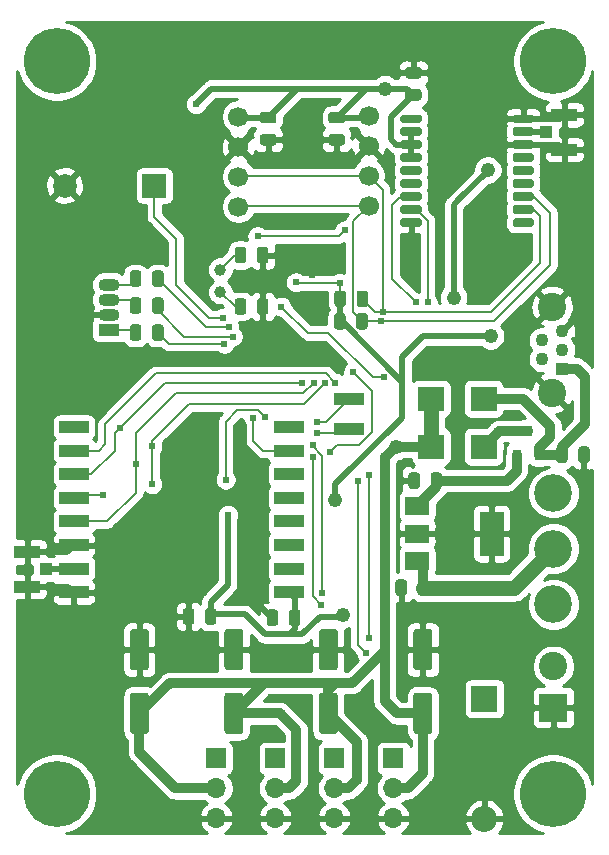
<source format=gbr>
%TF.GenerationSoftware,KiCad,Pcbnew,(5.1.6-0-10_14)*%
%TF.CreationDate,2021-04-25T16:08:19+02:00*%
%TF.ProjectId,ControlUnit,436f6e74-726f-46c5-956e-69742e6b6963,rev?*%
%TF.SameCoordinates,Original*%
%TF.FileFunction,Copper,L2,Bot*%
%TF.FilePolarity,Positive*%
%FSLAX46Y46*%
G04 Gerber Fmt 4.6, Leading zero omitted, Abs format (unit mm)*
G04 Created by KiCad (PCBNEW (5.1.6-0-10_14)) date 2021-04-25 16:08:19*
%MOMM*%
%LPD*%
G01*
G04 APERTURE LIST*
%TA.AperFunction,SMDPad,CuDef*%
%ADD10R,2.500000X1.000000*%
%TD*%
%TA.AperFunction,ComponentPad*%
%ADD11R,2.000000X2.000000*%
%TD*%
%TA.AperFunction,ComponentPad*%
%ADD12C,2.000000*%
%TD*%
%TA.AperFunction,ComponentPad*%
%ADD13R,2.200000X2.200000*%
%TD*%
%TA.AperFunction,ComponentPad*%
%ADD14O,2.200000X2.200000*%
%TD*%
%TA.AperFunction,ComponentPad*%
%ADD15R,1.800000X1.070000*%
%TD*%
%TA.AperFunction,ComponentPad*%
%ADD16O,1.800000X1.070000*%
%TD*%
%TA.AperFunction,ComponentPad*%
%ADD17R,2.400000X2.400000*%
%TD*%
%TA.AperFunction,ComponentPad*%
%ADD18C,2.400000*%
%TD*%
%TA.AperFunction,ComponentPad*%
%ADD19R,1.100000X1.100000*%
%TD*%
%TA.AperFunction,ComponentPad*%
%ADD20C,1.100000*%
%TD*%
%TA.AperFunction,SMDPad,CuDef*%
%ADD21R,2.200000X1.050000*%
%TD*%
%TA.AperFunction,SMDPad,CuDef*%
%ADD22R,1.050000X1.000000*%
%TD*%
%TA.AperFunction,ComponentPad*%
%ADD23R,1.700000X1.700000*%
%TD*%
%TA.AperFunction,ComponentPad*%
%ADD24O,1.700000X1.700000*%
%TD*%
%TA.AperFunction,ComponentPad*%
%ADD25C,1.700000*%
%TD*%
%TA.AperFunction,SMDPad,CuDef*%
%ADD26R,2.000000X1.500000*%
%TD*%
%TA.AperFunction,SMDPad,CuDef*%
%ADD27R,2.000000X3.800000*%
%TD*%
%TA.AperFunction,ComponentPad*%
%ADD28C,1.000000*%
%TD*%
%TA.AperFunction,ComponentPad*%
%ADD29C,5.600000*%
%TD*%
%TA.AperFunction,ComponentPad*%
%ADD30C,3.200000*%
%TD*%
%TA.AperFunction,SMDPad,CuDef*%
%ADD31R,2.180000X2.120000*%
%TD*%
%TA.AperFunction,SMDPad,CuDef*%
%ADD32R,0.800000X0.900000*%
%TD*%
%TA.AperFunction,ViaPad*%
%ADD33C,0.609600*%
%TD*%
%TA.AperFunction,ViaPad*%
%ADD34C,1.219200*%
%TD*%
%TA.AperFunction,Conductor*%
%ADD35C,0.203200*%
%TD*%
%TA.AperFunction,Conductor*%
%ADD36C,0.508000*%
%TD*%
%TA.AperFunction,Conductor*%
%ADD37C,0.812800*%
%TD*%
%TA.AperFunction,Conductor*%
%ADD38C,1.270000*%
%TD*%
%TA.AperFunction,Conductor*%
%ADD39C,0.250000*%
%TD*%
%TA.AperFunction,Conductor*%
%ADD40C,0.254000*%
%TD*%
G04 APERTURE END LIST*
D10*
%TO.P,U4,16*%
%TO.N,Net-(U4-Pad16)*%
X105454000Y-84948000D03*
%TO.P,U4,15*%
%TO.N,/CS_RAD*%
X105454000Y-86948000D03*
%TO.P,U4,14*%
%TO.N,/MOSI*%
X105454000Y-88948000D03*
%TO.P,U4,13*%
%TO.N,/MISO*%
X105454000Y-90948000D03*
%TO.P,U4,12*%
%TO.N,/SCK*%
X105454000Y-92948000D03*
%TO.P,U4,11*%
%TO.N,GND*%
X105454000Y-94948000D03*
%TO.P,U4,10*%
%TO.N,Net-(J4-Pad1)*%
X105454000Y-96948000D03*
%TO.P,U4,9*%
%TO.N,GND*%
X105454000Y-98948000D03*
%TO.P,U4,8*%
%TO.N,+3V3*%
X123654000Y-98948000D03*
%TO.P,U4,7*%
%TO.N,Net-(U4-Pad7)*%
X123654000Y-96948000D03*
%TO.P,U4,6*%
%TO.N,Net-(U4-Pad6)*%
X123654000Y-94948000D03*
%TO.P,U4,5*%
%TO.N,Net-(U4-Pad5)*%
X123654000Y-92948000D03*
%TO.P,U4,4*%
%TO.N,Net-(U4-Pad4)*%
X123654000Y-90948000D03*
%TO.P,U4,3*%
%TO.N,Net-(U4-Pad3)*%
X123654000Y-88948000D03*
%TO.P,U4,2*%
%TO.N,/DIO0*%
X123654000Y-86948000D03*
%TO.P,U4,1*%
%TO.N,Net-(U4-Pad1)*%
X123654000Y-84948000D03*
%TD*%
%TO.P,J13,2*%
%TO.N,Net-(J13-Pad2)*%
X128725000Y-85100000D03*
%TO.P,J13,1*%
%TO.N,Net-(J13-Pad1)*%
X128725000Y-82560000D03*
%TD*%
%TO.P,R2,1*%
%TO.N,+3V3*%
%TA.AperFunction,SMDPad,CuDef*%
G36*
G01*
X127512500Y-74556250D02*
X127512500Y-73643750D01*
G75*
G02*
X127756250Y-73400000I243750J0D01*
G01*
X128243750Y-73400000D01*
G75*
G02*
X128487500Y-73643750I0J-243750D01*
G01*
X128487500Y-74556250D01*
G75*
G02*
X128243750Y-74800000I-243750J0D01*
G01*
X127756250Y-74800000D01*
G75*
G02*
X127512500Y-74556250I0J243750D01*
G01*
G37*
%TD.AperFunction*%
%TO.P,R2,2*%
%TO.N,/SCL*%
%TA.AperFunction,SMDPad,CuDef*%
G36*
G01*
X129387500Y-74556250D02*
X129387500Y-73643750D01*
G75*
G02*
X129631250Y-73400000I243750J0D01*
G01*
X130118750Y-73400000D01*
G75*
G02*
X130362500Y-73643750I0J-243750D01*
G01*
X130362500Y-74556250D01*
G75*
G02*
X130118750Y-74800000I-243750J0D01*
G01*
X129631250Y-74800000D01*
G75*
G02*
X129387500Y-74556250I0J243750D01*
G01*
G37*
%TD.AperFunction*%
%TD*%
D11*
%TO.P,BZ1,1*%
%TO.N,/BZ*%
X112268000Y-64516000D03*
D12*
%TO.P,BZ1,2*%
%TO.N,GND*%
X104668000Y-64516000D03*
%TD*%
%TO.P,C2,1*%
%TO.N,GND*%
%TA.AperFunction,SMDPad,CuDef*%
G36*
G01*
X121925000Y-69943750D02*
X121925000Y-70856250D01*
G75*
G02*
X121681250Y-71100000I-243750J0D01*
G01*
X121193750Y-71100000D01*
G75*
G02*
X120950000Y-70856250I0J243750D01*
G01*
X120950000Y-69943750D01*
G75*
G02*
X121193750Y-69700000I243750J0D01*
G01*
X121681250Y-69700000D01*
G75*
G02*
X121925000Y-69943750I0J-243750D01*
G01*
G37*
%TD.AperFunction*%
%TO.P,C2,2*%
%TO.N,Net-(C2-Pad2)*%
%TA.AperFunction,SMDPad,CuDef*%
G36*
G01*
X120050000Y-69943750D02*
X120050000Y-70856250D01*
G75*
G02*
X119806250Y-71100000I-243750J0D01*
G01*
X119318750Y-71100000D01*
G75*
G02*
X119075000Y-70856250I0J243750D01*
G01*
X119075000Y-69943750D01*
G75*
G02*
X119318750Y-69700000I243750J0D01*
G01*
X119806250Y-69700000D01*
G75*
G02*
X120050000Y-69943750I0J-243750D01*
G01*
G37*
%TD.AperFunction*%
%TD*%
%TO.P,C3,2*%
%TO.N,GND*%
%TA.AperFunction,SMDPad,CuDef*%
G36*
G01*
X120950000Y-75206250D02*
X120950000Y-74293750D01*
G75*
G02*
X121193750Y-74050000I243750J0D01*
G01*
X121681250Y-74050000D01*
G75*
G02*
X121925000Y-74293750I0J-243750D01*
G01*
X121925000Y-75206250D01*
G75*
G02*
X121681250Y-75450000I-243750J0D01*
G01*
X121193750Y-75450000D01*
G75*
G02*
X120950000Y-75206250I0J243750D01*
G01*
G37*
%TD.AperFunction*%
%TO.P,C3,1*%
%TO.N,Net-(C3-Pad1)*%
%TA.AperFunction,SMDPad,CuDef*%
G36*
G01*
X119075000Y-75206250D02*
X119075000Y-74293750D01*
G75*
G02*
X119318750Y-74050000I243750J0D01*
G01*
X119806250Y-74050000D01*
G75*
G02*
X120050000Y-74293750I0J-243750D01*
G01*
X120050000Y-75206250D01*
G75*
G02*
X119806250Y-75450000I-243750J0D01*
G01*
X119318750Y-75450000D01*
G75*
G02*
X119075000Y-75206250I0J243750D01*
G01*
G37*
%TD.AperFunction*%
%TD*%
%TO.P,C5,2*%
%TO.N,GND*%
%TA.AperFunction,SMDPad,CuDef*%
G36*
G01*
X133650000Y-98095750D02*
X133650000Y-99008250D01*
G75*
G02*
X133406250Y-99252000I-243750J0D01*
G01*
X132918750Y-99252000D01*
G75*
G02*
X132675000Y-99008250I0J243750D01*
G01*
X132675000Y-98095750D01*
G75*
G02*
X132918750Y-97852000I243750J0D01*
G01*
X133406250Y-97852000D01*
G75*
G02*
X133650000Y-98095750I0J-243750D01*
G01*
G37*
%TD.AperFunction*%
%TO.P,C5,1*%
%TO.N,/Vbatt*%
%TA.AperFunction,SMDPad,CuDef*%
G36*
G01*
X135525000Y-98095750D02*
X135525000Y-99008250D01*
G75*
G02*
X135281250Y-99252000I-243750J0D01*
G01*
X134793750Y-99252000D01*
G75*
G02*
X134550000Y-99008250I0J243750D01*
G01*
X134550000Y-98095750D01*
G75*
G02*
X134793750Y-97852000I243750J0D01*
G01*
X135281250Y-97852000D01*
G75*
G02*
X135525000Y-98095750I0J-243750D01*
G01*
G37*
%TD.AperFunction*%
%TD*%
%TO.P,C6,1*%
%TO.N,+5VA*%
%TA.AperFunction,SMDPad,CuDef*%
G36*
G01*
X136625000Y-89043750D02*
X136625000Y-89956250D01*
G75*
G02*
X136381250Y-90200000I-243750J0D01*
G01*
X135893750Y-90200000D01*
G75*
G02*
X135650000Y-89956250I0J243750D01*
G01*
X135650000Y-89043750D01*
G75*
G02*
X135893750Y-88800000I243750J0D01*
G01*
X136381250Y-88800000D01*
G75*
G02*
X136625000Y-89043750I0J-243750D01*
G01*
G37*
%TD.AperFunction*%
%TO.P,C6,2*%
%TO.N,GND*%
%TA.AperFunction,SMDPad,CuDef*%
G36*
G01*
X134750000Y-89043750D02*
X134750000Y-89956250D01*
G75*
G02*
X134506250Y-90200000I-243750J0D01*
G01*
X134018750Y-90200000D01*
G75*
G02*
X133775000Y-89956250I0J243750D01*
G01*
X133775000Y-89043750D01*
G75*
G02*
X134018750Y-88800000I243750J0D01*
G01*
X134506250Y-88800000D01*
G75*
G02*
X134750000Y-89043750I0J-243750D01*
G01*
G37*
%TD.AperFunction*%
%TD*%
%TO.P,C11,2*%
%TO.N,GND*%
%TA.AperFunction,SMDPad,CuDef*%
G36*
G01*
X122750000Y-100643750D02*
X122750000Y-101556250D01*
G75*
G02*
X122506250Y-101800000I-243750J0D01*
G01*
X122018750Y-101800000D01*
G75*
G02*
X121775000Y-101556250I0J243750D01*
G01*
X121775000Y-100643750D01*
G75*
G02*
X122018750Y-100400000I243750J0D01*
G01*
X122506250Y-100400000D01*
G75*
G02*
X122750000Y-100643750I0J-243750D01*
G01*
G37*
%TD.AperFunction*%
%TO.P,C11,1*%
%TO.N,+3V3*%
%TA.AperFunction,SMDPad,CuDef*%
G36*
G01*
X124625000Y-100643750D02*
X124625000Y-101556250D01*
G75*
G02*
X124381250Y-101800000I-243750J0D01*
G01*
X123893750Y-101800000D01*
G75*
G02*
X123650000Y-101556250I0J243750D01*
G01*
X123650000Y-100643750D01*
G75*
G02*
X123893750Y-100400000I243750J0D01*
G01*
X124381250Y-100400000D01*
G75*
G02*
X124625000Y-100643750I0J-243750D01*
G01*
G37*
%TD.AperFunction*%
%TD*%
%TO.P,C12,2*%
%TO.N,GND*%
%TA.AperFunction,SMDPad,CuDef*%
G36*
G01*
X115650000Y-100543750D02*
X115650000Y-101456250D01*
G75*
G02*
X115406250Y-101700000I-243750J0D01*
G01*
X114918750Y-101700000D01*
G75*
G02*
X114675000Y-101456250I0J243750D01*
G01*
X114675000Y-100543750D01*
G75*
G02*
X114918750Y-100300000I243750J0D01*
G01*
X115406250Y-100300000D01*
G75*
G02*
X115650000Y-100543750I0J-243750D01*
G01*
G37*
%TD.AperFunction*%
%TO.P,C12,1*%
%TO.N,+3V3*%
%TA.AperFunction,SMDPad,CuDef*%
G36*
G01*
X117525000Y-100543750D02*
X117525000Y-101456250D01*
G75*
G02*
X117281250Y-101700000I-243750J0D01*
G01*
X116793750Y-101700000D01*
G75*
G02*
X116550000Y-101456250I0J243750D01*
G01*
X116550000Y-100543750D01*
G75*
G02*
X116793750Y-100300000I243750J0D01*
G01*
X117281250Y-100300000D01*
G75*
G02*
X117525000Y-100543750I0J-243750D01*
G01*
G37*
%TD.AperFunction*%
%TD*%
%TO.P,C13,1*%
%TO.N,+3V3*%
%TA.AperFunction,SMDPad,CuDef*%
G36*
G01*
X134656250Y-57325000D02*
X133743750Y-57325000D01*
G75*
G02*
X133500000Y-57081250I0J243750D01*
G01*
X133500000Y-56593750D01*
G75*
G02*
X133743750Y-56350000I243750J0D01*
G01*
X134656250Y-56350000D01*
G75*
G02*
X134900000Y-56593750I0J-243750D01*
G01*
X134900000Y-57081250D01*
G75*
G02*
X134656250Y-57325000I-243750J0D01*
G01*
G37*
%TD.AperFunction*%
%TO.P,C13,2*%
%TO.N,GND*%
%TA.AperFunction,SMDPad,CuDef*%
G36*
G01*
X134656250Y-55450000D02*
X133743750Y-55450000D01*
G75*
G02*
X133500000Y-55206250I0J243750D01*
G01*
X133500000Y-54718750D01*
G75*
G02*
X133743750Y-54475000I243750J0D01*
G01*
X134656250Y-54475000D01*
G75*
G02*
X134900000Y-54718750I0J-243750D01*
G01*
X134900000Y-55206250D01*
G75*
G02*
X134656250Y-55450000I-243750J0D01*
G01*
G37*
%TD.AperFunction*%
%TD*%
%TO.P,C14,1*%
%TO.N,+3V3*%
%TA.AperFunction,SMDPad,CuDef*%
G36*
G01*
X121443750Y-58275000D02*
X122356250Y-58275000D01*
G75*
G02*
X122600000Y-58518750I0J-243750D01*
G01*
X122600000Y-59006250D01*
G75*
G02*
X122356250Y-59250000I-243750J0D01*
G01*
X121443750Y-59250000D01*
G75*
G02*
X121200000Y-59006250I0J243750D01*
G01*
X121200000Y-58518750D01*
G75*
G02*
X121443750Y-58275000I243750J0D01*
G01*
G37*
%TD.AperFunction*%
%TO.P,C14,2*%
%TO.N,GND*%
%TA.AperFunction,SMDPad,CuDef*%
G36*
G01*
X121443750Y-60150000D02*
X122356250Y-60150000D01*
G75*
G02*
X122600000Y-60393750I0J-243750D01*
G01*
X122600000Y-60881250D01*
G75*
G02*
X122356250Y-61125000I-243750J0D01*
G01*
X121443750Y-61125000D01*
G75*
G02*
X121200000Y-60881250I0J243750D01*
G01*
X121200000Y-60393750D01*
G75*
G02*
X121443750Y-60150000I243750J0D01*
G01*
G37*
%TD.AperFunction*%
%TD*%
%TO.P,C16,1*%
%TO.N,+3V3*%
%TA.AperFunction,SMDPad,CuDef*%
G36*
G01*
X127243750Y-58275000D02*
X128156250Y-58275000D01*
G75*
G02*
X128400000Y-58518750I0J-243750D01*
G01*
X128400000Y-59006250D01*
G75*
G02*
X128156250Y-59250000I-243750J0D01*
G01*
X127243750Y-59250000D01*
G75*
G02*
X127000000Y-59006250I0J243750D01*
G01*
X127000000Y-58518750D01*
G75*
G02*
X127243750Y-58275000I243750J0D01*
G01*
G37*
%TD.AperFunction*%
%TO.P,C16,2*%
%TO.N,GND*%
%TA.AperFunction,SMDPad,CuDef*%
G36*
G01*
X127243750Y-60150000D02*
X128156250Y-60150000D01*
G75*
G02*
X128400000Y-60393750I0J-243750D01*
G01*
X128400000Y-60881250D01*
G75*
G02*
X128156250Y-61125000I-243750J0D01*
G01*
X127243750Y-61125000D01*
G75*
G02*
X127000000Y-60881250I0J243750D01*
G01*
X127000000Y-60393750D01*
G75*
G02*
X127243750Y-60150000I243750J0D01*
G01*
G37*
%TD.AperFunction*%
%TD*%
D13*
%TO.P,D1,1*%
%TO.N,Net-(D1-Pad1)*%
X140208000Y-107950000D03*
D14*
%TO.P,D1,2*%
%TO.N,GND*%
X140208000Y-118110000D03*
%TD*%
D15*
%TO.P,D2,1*%
%TO.N,Net-(D2-Pad1)*%
X108458000Y-76708000D03*
D16*
%TO.P,D2,2*%
%TO.N,GND*%
X108458000Y-75438000D03*
%TO.P,D2,3*%
%TO.N,Net-(D2-Pad3)*%
X108458000Y-74168000D03*
%TO.P,D2,4*%
%TO.N,Net-(D2-Pad4)*%
X108458000Y-72898000D03*
%TD*%
D17*
%TO.P,J1,1*%
%TO.N,GND*%
X146050000Y-108712000D03*
D18*
%TO.P,J1,2*%
%TO.N,Net-(D1-Pad1)*%
X146050000Y-105212000D03*
%TD*%
D19*
%TO.P,J2,1*%
%TO.N,Net-(D7-Pad2)*%
X146812000Y-80010000D03*
D20*
%TO.P,J2,2*%
%TO.N,/USB_D-*%
X145062000Y-79210000D03*
%TO.P,J2,3*%
%TO.N,/USB_D+*%
X146812000Y-78410000D03*
%TO.P,J2,4*%
%TO.N,Net-(J2-Pad4)*%
X145062000Y-77610000D03*
%TO.P,J2,5*%
%TO.N,GND*%
X146812000Y-76810000D03*
D18*
%TO.P,J2,6*%
X145937000Y-82060000D03*
X145937000Y-74760000D03*
%TD*%
D21*
%TO.P,J4,2*%
%TO.N,GND*%
X101525000Y-95525000D03*
D22*
%TO.P,J4,1*%
%TO.N,Net-(J4-Pad1)*%
X103050000Y-97000000D03*
D21*
%TO.P,J4,2*%
%TO.N,GND*%
X101525000Y-98475000D03*
%TD*%
%TO.P,J5,2*%
%TO.N,GND*%
X146975000Y-58525000D03*
D22*
%TO.P,J5,1*%
%TO.N,Net-(J5-Pad1)*%
X145450000Y-60000000D03*
D21*
%TO.P,J5,2*%
%TO.N,GND*%
X146975000Y-61475000D03*
%TD*%
D23*
%TO.P,J7,1*%
%TO.N,/Servo_1*%
X117500000Y-113000000D03*
D24*
%TO.P,J7,2*%
%TO.N,+5V*%
X117500000Y-115540000D03*
%TO.P,J7,3*%
%TO.N,GND*%
X117500000Y-118080000D03*
%TD*%
D25*
%TO.P,J8,1*%
%TO.N,+3V3*%
X119380000Y-58674000D03*
%TO.P,J8,2*%
%TO.N,GND*%
X119380000Y-61214000D03*
%TO.P,J8,3*%
%TO.N,/SCL*%
X119380000Y-63754000D03*
%TO.P,J8,4*%
%TO.N,/SDA*%
X119380000Y-66294000D03*
%TD*%
D24*
%TO.P,J9,3*%
%TO.N,GND*%
X122500000Y-118080000D03*
%TO.P,J9,2*%
%TO.N,+5V*%
X122500000Y-115540000D03*
D23*
%TO.P,J9,1*%
%TO.N,/Servo_2*%
X122500000Y-113000000D03*
%TD*%
%TO.P,J10,1*%
%TO.N,/Servo_3*%
X127500000Y-113000000D03*
D24*
%TO.P,J10,2*%
%TO.N,+5V*%
X127500000Y-115540000D03*
%TO.P,J10,3*%
%TO.N,GND*%
X127500000Y-118080000D03*
%TD*%
%TO.P,R1,2*%
%TO.N,/SDA*%
%TA.AperFunction,SMDPad,CuDef*%
G36*
G01*
X129350000Y-76456250D02*
X129350000Y-75543750D01*
G75*
G02*
X129593750Y-75300000I243750J0D01*
G01*
X130081250Y-75300000D01*
G75*
G02*
X130325000Y-75543750I0J-243750D01*
G01*
X130325000Y-76456250D01*
G75*
G02*
X130081250Y-76700000I-243750J0D01*
G01*
X129593750Y-76700000D01*
G75*
G02*
X129350000Y-76456250I0J243750D01*
G01*
G37*
%TD.AperFunction*%
%TO.P,R1,1*%
%TO.N,+3V3*%
%TA.AperFunction,SMDPad,CuDef*%
G36*
G01*
X127475000Y-76456250D02*
X127475000Y-75543750D01*
G75*
G02*
X127718750Y-75300000I243750J0D01*
G01*
X128206250Y-75300000D01*
G75*
G02*
X128450000Y-75543750I0J-243750D01*
G01*
X128450000Y-76456250D01*
G75*
G02*
X128206250Y-76700000I-243750J0D01*
G01*
X127718750Y-76700000D01*
G75*
G02*
X127475000Y-76456250I0J243750D01*
G01*
G37*
%TD.AperFunction*%
%TD*%
%TO.P,R4,1*%
%TO.N,/R_LED*%
%TA.AperFunction,SMDPad,CuDef*%
G36*
G01*
X113041500Y-76505750D02*
X113041500Y-77418250D01*
G75*
G02*
X112797750Y-77662000I-243750J0D01*
G01*
X112310250Y-77662000D01*
G75*
G02*
X112066500Y-77418250I0J243750D01*
G01*
X112066500Y-76505750D01*
G75*
G02*
X112310250Y-76262000I243750J0D01*
G01*
X112797750Y-76262000D01*
G75*
G02*
X113041500Y-76505750I0J-243750D01*
G01*
G37*
%TD.AperFunction*%
%TO.P,R4,2*%
%TO.N,Net-(D2-Pad1)*%
%TA.AperFunction,SMDPad,CuDef*%
G36*
G01*
X111166500Y-76505750D02*
X111166500Y-77418250D01*
G75*
G02*
X110922750Y-77662000I-243750J0D01*
G01*
X110435250Y-77662000D01*
G75*
G02*
X110191500Y-77418250I0J243750D01*
G01*
X110191500Y-76505750D01*
G75*
G02*
X110435250Y-76262000I243750J0D01*
G01*
X110922750Y-76262000D01*
G75*
G02*
X111166500Y-76505750I0J-243750D01*
G01*
G37*
%TD.AperFunction*%
%TD*%
%TO.P,R5,2*%
%TO.N,Net-(D2-Pad3)*%
%TA.AperFunction,SMDPad,CuDef*%
G36*
G01*
X111166500Y-74219750D02*
X111166500Y-75132250D01*
G75*
G02*
X110922750Y-75376000I-243750J0D01*
G01*
X110435250Y-75376000D01*
G75*
G02*
X110191500Y-75132250I0J243750D01*
G01*
X110191500Y-74219750D01*
G75*
G02*
X110435250Y-73976000I243750J0D01*
G01*
X110922750Y-73976000D01*
G75*
G02*
X111166500Y-74219750I0J-243750D01*
G01*
G37*
%TD.AperFunction*%
%TO.P,R5,1*%
%TO.N,/G_LED*%
%TA.AperFunction,SMDPad,CuDef*%
G36*
G01*
X113041500Y-74219750D02*
X113041500Y-75132250D01*
G75*
G02*
X112797750Y-75376000I-243750J0D01*
G01*
X112310250Y-75376000D01*
G75*
G02*
X112066500Y-75132250I0J243750D01*
G01*
X112066500Y-74219750D01*
G75*
G02*
X112310250Y-73976000I243750J0D01*
G01*
X112797750Y-73976000D01*
G75*
G02*
X113041500Y-74219750I0J-243750D01*
G01*
G37*
%TD.AperFunction*%
%TD*%
%TO.P,R6,1*%
%TO.N,/B_LED*%
%TA.AperFunction,SMDPad,CuDef*%
G36*
G01*
X113041500Y-71933750D02*
X113041500Y-72846250D01*
G75*
G02*
X112797750Y-73090000I-243750J0D01*
G01*
X112310250Y-73090000D01*
G75*
G02*
X112066500Y-72846250I0J243750D01*
G01*
X112066500Y-71933750D01*
G75*
G02*
X112310250Y-71690000I243750J0D01*
G01*
X112797750Y-71690000D01*
G75*
G02*
X113041500Y-71933750I0J-243750D01*
G01*
G37*
%TD.AperFunction*%
%TO.P,R6,2*%
%TO.N,Net-(D2-Pad4)*%
%TA.AperFunction,SMDPad,CuDef*%
G36*
G01*
X111166500Y-71933750D02*
X111166500Y-72846250D01*
G75*
G02*
X110922750Y-73090000I-243750J0D01*
G01*
X110435250Y-73090000D01*
G75*
G02*
X110191500Y-72846250I0J243750D01*
G01*
X110191500Y-71933750D01*
G75*
G02*
X110435250Y-71690000I243750J0D01*
G01*
X110922750Y-71690000D01*
G75*
G02*
X111166500Y-71933750I0J-243750D01*
G01*
G37*
%TD.AperFunction*%
%TD*%
D26*
%TO.P,U2,1*%
%TO.N,/Vbatt*%
X134518000Y-96280000D03*
%TO.P,U2,3*%
%TO.N,+5VA*%
X134518000Y-91680000D03*
%TO.P,U2,2*%
%TO.N,GND*%
X134518000Y-93980000D03*
D27*
X140818000Y-93980000D03*
%TD*%
%TO.P,U5,1*%
%TO.N,GND*%
%TA.AperFunction,SMDPad,CuDef*%
G36*
G01*
X133100000Y-67825000D02*
X133100000Y-67475000D01*
G75*
G02*
X133275000Y-67300000I175000J0D01*
G01*
X134725000Y-67300000D01*
G75*
G02*
X134900000Y-67475000I0J-175000D01*
G01*
X134900000Y-67825000D01*
G75*
G02*
X134725000Y-68000000I-175000J0D01*
G01*
X133275000Y-68000000D01*
G75*
G02*
X133100000Y-67825000I0J175000D01*
G01*
G37*
%TD.AperFunction*%
%TO.P,U5,2*%
%TO.N,/TX_GPS*%
%TA.AperFunction,SMDPad,CuDef*%
G36*
G01*
X133100000Y-66750000D02*
X133100000Y-66350000D01*
G75*
G02*
X133300000Y-66150000I200000J0D01*
G01*
X134700000Y-66150000D01*
G75*
G02*
X134900000Y-66350000I0J-200000D01*
G01*
X134900000Y-66750000D01*
G75*
G02*
X134700000Y-66950000I-200000J0D01*
G01*
X133300000Y-66950000D01*
G75*
G02*
X133100000Y-66750000I0J200000D01*
G01*
G37*
%TD.AperFunction*%
%TO.P,U5,3*%
%TO.N,/RX_GPS*%
%TA.AperFunction,SMDPad,CuDef*%
G36*
G01*
X133100000Y-65650000D02*
X133100000Y-65250000D01*
G75*
G02*
X133300000Y-65050000I200000J0D01*
G01*
X134700000Y-65050000D01*
G75*
G02*
X134900000Y-65250000I0J-200000D01*
G01*
X134900000Y-65650000D01*
G75*
G02*
X134700000Y-65850000I-200000J0D01*
G01*
X133300000Y-65850000D01*
G75*
G02*
X133100000Y-65650000I0J200000D01*
G01*
G37*
%TD.AperFunction*%
%TO.P,U5,4*%
%TO.N,Net-(U5-Pad4)*%
%TA.AperFunction,SMDPad,CuDef*%
G36*
G01*
X133100000Y-64550000D02*
X133100000Y-64150000D01*
G75*
G02*
X133300000Y-63950000I200000J0D01*
G01*
X134700000Y-63950000D01*
G75*
G02*
X134900000Y-64150000I0J-200000D01*
G01*
X134900000Y-64550000D01*
G75*
G02*
X134700000Y-64750000I-200000J0D01*
G01*
X133300000Y-64750000D01*
G75*
G02*
X133100000Y-64550000I0J200000D01*
G01*
G37*
%TD.AperFunction*%
%TO.P,U5,5*%
%TO.N,Net-(U5-Pad5)*%
%TA.AperFunction,SMDPad,CuDef*%
G36*
G01*
X133100000Y-63450000D02*
X133100000Y-63050000D01*
G75*
G02*
X133300000Y-62850000I200000J0D01*
G01*
X134700000Y-62850000D01*
G75*
G02*
X134900000Y-63050000I0J-200000D01*
G01*
X134900000Y-63450000D01*
G75*
G02*
X134700000Y-63650000I-200000J0D01*
G01*
X133300000Y-63650000D01*
G75*
G02*
X133100000Y-63450000I0J200000D01*
G01*
G37*
%TD.AperFunction*%
%TO.P,U5,6*%
%TO.N,+3V3*%
%TA.AperFunction,SMDPad,CuDef*%
G36*
G01*
X133100000Y-62350000D02*
X133100000Y-61950000D01*
G75*
G02*
X133300000Y-61750000I200000J0D01*
G01*
X134700000Y-61750000D01*
G75*
G02*
X134900000Y-61950000I0J-200000D01*
G01*
X134900000Y-62350000D01*
G75*
G02*
X134700000Y-62550000I-200000J0D01*
G01*
X133300000Y-62550000D01*
G75*
G02*
X133100000Y-62350000I0J200000D01*
G01*
G37*
%TD.AperFunction*%
%TO.P,U5,7*%
%TA.AperFunction,SMDPad,CuDef*%
G36*
G01*
X133100000Y-61250000D02*
X133100000Y-60850000D01*
G75*
G02*
X133300000Y-60650000I200000J0D01*
G01*
X134700000Y-60650000D01*
G75*
G02*
X134900000Y-60850000I0J-200000D01*
G01*
X134900000Y-61250000D01*
G75*
G02*
X134700000Y-61450000I-200000J0D01*
G01*
X133300000Y-61450000D01*
G75*
G02*
X133100000Y-61250000I0J200000D01*
G01*
G37*
%TD.AperFunction*%
%TO.P,U5,8*%
%TA.AperFunction,SMDPad,CuDef*%
G36*
G01*
X133100000Y-60150000D02*
X133100000Y-59750000D01*
G75*
G02*
X133300000Y-59550000I200000J0D01*
G01*
X134700000Y-59550000D01*
G75*
G02*
X134900000Y-59750000I0J-200000D01*
G01*
X134900000Y-60150000D01*
G75*
G02*
X134700000Y-60350000I-200000J0D01*
G01*
X133300000Y-60350000D01*
G75*
G02*
X133100000Y-60150000I0J200000D01*
G01*
G37*
%TD.AperFunction*%
%TO.P,U5,9*%
%TO.N,Net-(U5-Pad9)*%
%TA.AperFunction,SMDPad,CuDef*%
G36*
G01*
X133100000Y-59025000D02*
X133100000Y-58675000D01*
G75*
G02*
X133275000Y-58500000I175000J0D01*
G01*
X134725000Y-58500000D01*
G75*
G02*
X134900000Y-58675000I0J-175000D01*
G01*
X134900000Y-59025000D01*
G75*
G02*
X134725000Y-59200000I-175000J0D01*
G01*
X133275000Y-59200000D01*
G75*
G02*
X133100000Y-59025000I0J175000D01*
G01*
G37*
%TD.AperFunction*%
%TO.P,U5,10*%
%TO.N,GND*%
%TA.AperFunction,SMDPad,CuDef*%
G36*
G01*
X142600000Y-59025000D02*
X142600000Y-58675000D01*
G75*
G02*
X142775000Y-58500000I175000J0D01*
G01*
X144225000Y-58500000D01*
G75*
G02*
X144400000Y-58675000I0J-175000D01*
G01*
X144400000Y-59025000D01*
G75*
G02*
X144225000Y-59200000I-175000J0D01*
G01*
X142775000Y-59200000D01*
G75*
G02*
X142600000Y-59025000I0J175000D01*
G01*
G37*
%TD.AperFunction*%
%TO.P,U5,11*%
%TO.N,Net-(J5-Pad1)*%
%TA.AperFunction,SMDPad,CuDef*%
G36*
G01*
X142600000Y-60150000D02*
X142600000Y-59750000D01*
G75*
G02*
X142800000Y-59550000I200000J0D01*
G01*
X144200000Y-59550000D01*
G75*
G02*
X144400000Y-59750000I0J-200000D01*
G01*
X144400000Y-60150000D01*
G75*
G02*
X144200000Y-60350000I-200000J0D01*
G01*
X142800000Y-60350000D01*
G75*
G02*
X142600000Y-60150000I0J200000D01*
G01*
G37*
%TD.AperFunction*%
%TO.P,U5,12*%
%TO.N,GND*%
%TA.AperFunction,SMDPad,CuDef*%
G36*
G01*
X142600000Y-61250000D02*
X142600000Y-60850000D01*
G75*
G02*
X142800000Y-60650000I200000J0D01*
G01*
X144200000Y-60650000D01*
G75*
G02*
X144400000Y-60850000I0J-200000D01*
G01*
X144400000Y-61250000D01*
G75*
G02*
X144200000Y-61450000I-200000J0D01*
G01*
X142800000Y-61450000D01*
G75*
G02*
X142600000Y-61250000I0J200000D01*
G01*
G37*
%TD.AperFunction*%
%TO.P,U5,13*%
%TO.N,Net-(U5-Pad13)*%
%TA.AperFunction,SMDPad,CuDef*%
G36*
G01*
X142600000Y-62350000D02*
X142600000Y-61950000D01*
G75*
G02*
X142800000Y-61750000I200000J0D01*
G01*
X144200000Y-61750000D01*
G75*
G02*
X144400000Y-61950000I0J-200000D01*
G01*
X144400000Y-62350000D01*
G75*
G02*
X144200000Y-62550000I-200000J0D01*
G01*
X142800000Y-62550000D01*
G75*
G02*
X142600000Y-62350000I0J200000D01*
G01*
G37*
%TD.AperFunction*%
%TO.P,U5,14*%
%TO.N,Net-(U5-Pad14)*%
%TA.AperFunction,SMDPad,CuDef*%
G36*
G01*
X142600000Y-63450000D02*
X142600000Y-63050000D01*
G75*
G02*
X142800000Y-62850000I200000J0D01*
G01*
X144200000Y-62850000D01*
G75*
G02*
X144400000Y-63050000I0J-200000D01*
G01*
X144400000Y-63450000D01*
G75*
G02*
X144200000Y-63650000I-200000J0D01*
G01*
X142800000Y-63650000D01*
G75*
G02*
X142600000Y-63450000I0J200000D01*
G01*
G37*
%TD.AperFunction*%
%TO.P,U5,15*%
%TO.N,Net-(U5-Pad15)*%
%TA.AperFunction,SMDPad,CuDef*%
G36*
G01*
X142600000Y-64550000D02*
X142600000Y-64150000D01*
G75*
G02*
X142800000Y-63950000I200000J0D01*
G01*
X144200000Y-63950000D01*
G75*
G02*
X144400000Y-64150000I0J-200000D01*
G01*
X144400000Y-64550000D01*
G75*
G02*
X144200000Y-64750000I-200000J0D01*
G01*
X142800000Y-64750000D01*
G75*
G02*
X142600000Y-64550000I0J200000D01*
G01*
G37*
%TD.AperFunction*%
%TO.P,U5,16*%
%TO.N,/SDA*%
%TA.AperFunction,SMDPad,CuDef*%
G36*
G01*
X142600000Y-65650000D02*
X142600000Y-65250000D01*
G75*
G02*
X142800000Y-65050000I200000J0D01*
G01*
X144200000Y-65050000D01*
G75*
G02*
X144400000Y-65250000I0J-200000D01*
G01*
X144400000Y-65650000D01*
G75*
G02*
X144200000Y-65850000I-200000J0D01*
G01*
X142800000Y-65850000D01*
G75*
G02*
X142600000Y-65650000I0J200000D01*
G01*
G37*
%TD.AperFunction*%
%TO.P,U5,17*%
%TO.N,/SCL*%
%TA.AperFunction,SMDPad,CuDef*%
G36*
G01*
X142600000Y-66750000D02*
X142600000Y-66350000D01*
G75*
G02*
X142800000Y-66150000I200000J0D01*
G01*
X144200000Y-66150000D01*
G75*
G02*
X144400000Y-66350000I0J-200000D01*
G01*
X144400000Y-66750000D01*
G75*
G02*
X144200000Y-66950000I-200000J0D01*
G01*
X142800000Y-66950000D01*
G75*
G02*
X142600000Y-66750000I0J200000D01*
G01*
G37*
%TD.AperFunction*%
%TO.P,U5,18*%
%TO.N,Net-(U5-Pad18)*%
%TA.AperFunction,SMDPad,CuDef*%
G36*
G01*
X142600000Y-67825000D02*
X142600000Y-67475000D01*
G75*
G02*
X142775000Y-67300000I175000J0D01*
G01*
X144225000Y-67300000D01*
G75*
G02*
X144400000Y-67475000I0J-175000D01*
G01*
X144400000Y-67825000D01*
G75*
G02*
X144225000Y-68000000I-175000J0D01*
G01*
X142775000Y-68000000D01*
G75*
G02*
X142600000Y-67825000I0J175000D01*
G01*
G37*
%TD.AperFunction*%
%TD*%
D28*
%TO.P,Y1,1*%
%TO.N,Net-(C2-Pad2)*%
X117856000Y-71628000D03*
%TO.P,Y1,2*%
%TO.N,Net-(C3-Pad1)*%
X117856000Y-73528000D03*
%TD*%
D29*
%TO.P,H1,1*%
%TO.N,N/C*%
X104000000Y-54000000D03*
%TD*%
%TO.P,H2,1*%
%TO.N,N/C*%
X146000000Y-54000000D03*
%TD*%
%TO.P,H3,1*%
%TO.N,N/C*%
X104000000Y-116000000D03*
%TD*%
%TO.P,H4,1*%
%TO.N,N/C*%
X146000000Y-116000000D03*
%TD*%
D30*
%TO.P,SW1,1*%
%TO.N,/Vbatt*%
X146050000Y-95250000D03*
%TO.P,SW1,2*%
%TO.N,Net-(D1-Pad1)*%
X146050000Y-99950000D03*
%TO.P,SW1,3*%
%TO.N,Net-(SW1-Pad3)*%
X146050000Y-90550000D03*
%TD*%
D31*
%TO.P,D7,2*%
%TO.N,Net-(D7-Pad2)*%
X140137000Y-82550000D03*
%TO.P,D7,1*%
%TO.N,+5V*%
X135707000Y-82550000D03*
%TD*%
%TO.P,D8,1*%
%TO.N,+5V*%
X135707000Y-86614000D03*
%TO.P,D8,2*%
%TO.N,Net-(D8-Pad2)*%
X140137000Y-86614000D03*
%TD*%
D32*
%TO.P,Q1,1*%
%TO.N,Net-(D7-Pad2)*%
X144850000Y-87300000D03*
%TO.P,Q1,2*%
%TO.N,+5VA*%
X142950000Y-87300000D03*
%TO.P,Q1,3*%
%TO.N,Net-(D8-Pad2)*%
X143900000Y-85300000D03*
%TD*%
%TO.P,R14,1*%
%TO.N,Net-(D7-Pad2)*%
%TA.AperFunction,SMDPad,CuDef*%
G36*
G01*
X146275000Y-87756250D02*
X146275000Y-86843750D01*
G75*
G02*
X146518750Y-86600000I243750J0D01*
G01*
X147006250Y-86600000D01*
G75*
G02*
X147250000Y-86843750I0J-243750D01*
G01*
X147250000Y-87756250D01*
G75*
G02*
X147006250Y-88000000I-243750J0D01*
G01*
X146518750Y-88000000D01*
G75*
G02*
X146275000Y-87756250I0J243750D01*
G01*
G37*
%TD.AperFunction*%
%TO.P,R14,2*%
%TO.N,GND*%
%TA.AperFunction,SMDPad,CuDef*%
G36*
G01*
X148150000Y-87756250D02*
X148150000Y-86843750D01*
G75*
G02*
X148393750Y-86600000I243750J0D01*
G01*
X148881250Y-86600000D01*
G75*
G02*
X149125000Y-86843750I0J-243750D01*
G01*
X149125000Y-87756250D01*
G75*
G02*
X148881250Y-88000000I-243750J0D01*
G01*
X148393750Y-88000000D01*
G75*
G02*
X148150000Y-87756250I0J243750D01*
G01*
G37*
%TD.AperFunction*%
%TD*%
D23*
%TO.P,J12,1*%
%TO.N,/Servo_4*%
X132500000Y-113000000D03*
D24*
%TO.P,J12,2*%
%TO.N,+5V*%
X132500000Y-115540000D03*
%TO.P,J12,3*%
%TO.N,GND*%
X132500000Y-118080000D03*
%TD*%
%TO.P,C15,1*%
%TO.N,+5V*%
%TA.AperFunction,SMDPad,CuDef*%
G36*
G01*
X111550000Y-110950000D02*
X110450000Y-110950000D01*
G75*
G02*
X110200000Y-110700000I0J250000D01*
G01*
X110200000Y-107700000D01*
G75*
G02*
X110450000Y-107450000I250000J0D01*
G01*
X111550000Y-107450000D01*
G75*
G02*
X111800000Y-107700000I0J-250000D01*
G01*
X111800000Y-110700000D01*
G75*
G02*
X111550000Y-110950000I-250000J0D01*
G01*
G37*
%TD.AperFunction*%
%TO.P,C15,2*%
%TO.N,GND*%
%TA.AperFunction,SMDPad,CuDef*%
G36*
G01*
X111550000Y-105550000D02*
X110450000Y-105550000D01*
G75*
G02*
X110200000Y-105300000I0J250000D01*
G01*
X110200000Y-102300000D01*
G75*
G02*
X110450000Y-102050000I250000J0D01*
G01*
X111550000Y-102050000D01*
G75*
G02*
X111800000Y-102300000I0J-250000D01*
G01*
X111800000Y-105300000D01*
G75*
G02*
X111550000Y-105550000I-250000J0D01*
G01*
G37*
%TD.AperFunction*%
%TD*%
%TO.P,C17,2*%
%TO.N,GND*%
%TA.AperFunction,SMDPad,CuDef*%
G36*
G01*
X119550000Y-105550000D02*
X118450000Y-105550000D01*
G75*
G02*
X118200000Y-105300000I0J250000D01*
G01*
X118200000Y-102300000D01*
G75*
G02*
X118450000Y-102050000I250000J0D01*
G01*
X119550000Y-102050000D01*
G75*
G02*
X119800000Y-102300000I0J-250000D01*
G01*
X119800000Y-105300000D01*
G75*
G02*
X119550000Y-105550000I-250000J0D01*
G01*
G37*
%TD.AperFunction*%
%TO.P,C17,1*%
%TO.N,+5V*%
%TA.AperFunction,SMDPad,CuDef*%
G36*
G01*
X119550000Y-110950000D02*
X118450000Y-110950000D01*
G75*
G02*
X118200000Y-110700000I0J250000D01*
G01*
X118200000Y-107700000D01*
G75*
G02*
X118450000Y-107450000I250000J0D01*
G01*
X119550000Y-107450000D01*
G75*
G02*
X119800000Y-107700000I0J-250000D01*
G01*
X119800000Y-110700000D01*
G75*
G02*
X119550000Y-110950000I-250000J0D01*
G01*
G37*
%TD.AperFunction*%
%TD*%
%TO.P,C18,1*%
%TO.N,+5V*%
%TA.AperFunction,SMDPad,CuDef*%
G36*
G01*
X127550000Y-110950000D02*
X126450000Y-110950000D01*
G75*
G02*
X126200000Y-110700000I0J250000D01*
G01*
X126200000Y-107700000D01*
G75*
G02*
X126450000Y-107450000I250000J0D01*
G01*
X127550000Y-107450000D01*
G75*
G02*
X127800000Y-107700000I0J-250000D01*
G01*
X127800000Y-110700000D01*
G75*
G02*
X127550000Y-110950000I-250000J0D01*
G01*
G37*
%TD.AperFunction*%
%TO.P,C18,2*%
%TO.N,GND*%
%TA.AperFunction,SMDPad,CuDef*%
G36*
G01*
X127550000Y-105550000D02*
X126450000Y-105550000D01*
G75*
G02*
X126200000Y-105300000I0J250000D01*
G01*
X126200000Y-102300000D01*
G75*
G02*
X126450000Y-102050000I250000J0D01*
G01*
X127550000Y-102050000D01*
G75*
G02*
X127800000Y-102300000I0J-250000D01*
G01*
X127800000Y-105300000D01*
G75*
G02*
X127550000Y-105550000I-250000J0D01*
G01*
G37*
%TD.AperFunction*%
%TD*%
%TO.P,C20,2*%
%TO.N,GND*%
%TA.AperFunction,SMDPad,CuDef*%
G36*
G01*
X135550000Y-105550000D02*
X134450000Y-105550000D01*
G75*
G02*
X134200000Y-105300000I0J250000D01*
G01*
X134200000Y-102300000D01*
G75*
G02*
X134450000Y-102050000I250000J0D01*
G01*
X135550000Y-102050000D01*
G75*
G02*
X135800000Y-102300000I0J-250000D01*
G01*
X135800000Y-105300000D01*
G75*
G02*
X135550000Y-105550000I-250000J0D01*
G01*
G37*
%TD.AperFunction*%
%TO.P,C20,1*%
%TO.N,+5V*%
%TA.AperFunction,SMDPad,CuDef*%
G36*
G01*
X135550000Y-110950000D02*
X134450000Y-110950000D01*
G75*
G02*
X134200000Y-110700000I0J250000D01*
G01*
X134200000Y-107700000D01*
G75*
G02*
X134450000Y-107450000I250000J0D01*
G01*
X135550000Y-107450000D01*
G75*
G02*
X135800000Y-107700000I0J-250000D01*
G01*
X135800000Y-110700000D01*
G75*
G02*
X135550000Y-110950000I-250000J0D01*
G01*
G37*
%TD.AperFunction*%
%TD*%
D25*
%TO.P,J11,1*%
%TO.N,+3V3*%
X130400000Y-58600000D03*
%TO.P,J11,2*%
%TO.N,GND*%
X130400000Y-61140000D03*
%TO.P,J11,3*%
%TO.N,/SCL*%
X130400000Y-63680000D03*
%TO.P,J11,4*%
%TO.N,/SDA*%
X130400000Y-66220000D03*
%TD*%
D33*
%TO.N,/BZ*%
X118100000Y-75700000D03*
%TO.N,GND*%
X136800000Y-94000000D03*
X124750000Y-77850000D03*
X125900000Y-54500000D03*
X125600000Y-72100000D03*
X134000000Y-70900000D03*
X120300000Y-90500000D03*
X141000000Y-103800000D03*
X114400000Y-92500000D03*
%TO.N,+3V3*%
X118500000Y-92400000D03*
X128000000Y-72750000D03*
X124250000Y-72700000D03*
D34*
X131800000Y-56300000D03*
D33*
X115800000Y-57600000D03*
D34*
X128200000Y-100900000D03*
X127600000Y-91100000D03*
X140750000Y-77250000D03*
X137600000Y-74000000D03*
X140500000Y-63200000D03*
%TO.N,+5V*%
X132686000Y-86614000D03*
D33*
%TO.N,/MISO*%
X126700000Y-81200000D03*
X112100000Y-89800000D03*
X107900000Y-90700000D03*
X112100000Y-86600000D03*
%TO.N,/SCK*%
X125750000Y-81200000D03*
X110700000Y-88100000D03*
%TO.N,/MOSI*%
X124800000Y-81200000D03*
X109350000Y-85050000D03*
%TO.N,/CS_SD*%
X121600000Y-84100000D03*
X118300000Y-89400000D03*
%TO.N,/SCL*%
X131600000Y-75200000D03*
%TO.N,/SDA*%
X131453200Y-76000000D03*
%TO.N,/Servo_3*%
X130200000Y-104100000D03*
X129500000Y-89500000D03*
%TO.N,/R_LED*%
X118200000Y-77900000D03*
%TO.N,/G_LED*%
X118900000Y-77300000D03*
%TO.N,/B_LED*%
X118600000Y-76500000D03*
%TO.N,/DIO0*%
X120650000Y-84150000D03*
%TO.N,/CS_RAD*%
X127600000Y-81200000D03*
%TO.N,/TX_GPS*%
X135400000Y-74400000D03*
%TO.N,/RX_GPS*%
X134400000Y-74400000D03*
%TO.N,/CS_FLASH*%
X127100000Y-87100000D03*
X129100000Y-80300000D03*
%TO.N,/RX_LED*%
X128400000Y-68300000D03*
X121000000Y-68800000D03*
%TO.N,/Batt*%
X131750000Y-80750000D03*
X123025000Y-74775000D03*
%TO.N,/Servo_4*%
X130400000Y-89000000D03*
X130400000Y-102800000D03*
%TO.N,/Servo_1*%
X125700000Y-87500000D03*
X126400000Y-100000000D03*
%TO.N,/Servo_2*%
X125700000Y-86500000D03*
X126500000Y-99000000D03*
%TO.N,Net-(J13-Pad1)*%
X126000000Y-84500000D03*
%TO.N,Net-(J13-Pad2)*%
X126000000Y-85500000D03*
%TD*%
D35*
%TO.N,/BZ*%
X118100000Y-75700000D02*
X116900000Y-75700000D01*
X116900000Y-75700000D02*
X114100000Y-72900000D01*
X114100000Y-72900000D02*
X114100000Y-69000000D01*
X112268000Y-67168000D02*
X112268000Y-64516000D01*
X114100000Y-69000000D02*
X112268000Y-67168000D01*
D36*
%TO.N,GND*%
X104877000Y-95525000D02*
X105454000Y-94948000D01*
X101725000Y-95525000D02*
X104877000Y-95525000D01*
X104981000Y-98475000D02*
X105454000Y-98948000D01*
X101725000Y-98475000D02*
X104981000Y-98475000D01*
X146650000Y-58850000D02*
X146975000Y-58525000D01*
X143500000Y-58850000D02*
X146650000Y-58850000D01*
X146550000Y-61050000D02*
X146975000Y-61475000D01*
X143500000Y-61050000D02*
X146550000Y-61050000D01*
X122262500Y-101100000D02*
X121062500Y-99900000D01*
%TO.N,+3V3*%
X127962500Y-74137500D02*
X128000000Y-74100000D01*
X127962500Y-76000000D02*
X127962500Y-74137500D01*
D35*
X128000000Y-74100000D02*
X128000000Y-73000000D01*
X128000000Y-73000000D02*
X128000000Y-73000000D01*
D36*
X133250000Y-80250000D02*
X133250000Y-79000000D01*
X133250000Y-79000000D02*
X135000000Y-77250000D01*
X135000000Y-77250000D02*
X140750000Y-77250000D01*
X140750000Y-77250000D02*
X140750000Y-77250000D01*
X138000000Y-65750000D02*
X140500000Y-63250000D01*
X140500000Y-63250000D02*
X140500000Y-63250000D01*
X119454000Y-58600000D02*
X119380000Y-58674000D01*
X133250000Y-83550000D02*
X133250000Y-80250000D01*
X133250000Y-81126974D02*
X133250000Y-81350000D01*
X128123026Y-76000000D02*
X133250000Y-81126974D01*
X127962500Y-76000000D02*
X128123026Y-76000000D01*
X133250000Y-81350000D02*
X133250000Y-80250000D01*
X115800000Y-57600000D02*
X115800000Y-57600000D01*
D35*
X119854000Y-58200000D02*
X119380000Y-58674000D01*
X130000000Y-58200000D02*
X130400000Y-58600000D01*
D36*
X124237500Y-101000000D02*
X124137500Y-101100000D01*
X124137500Y-99431500D02*
X123654000Y-98948000D01*
X124137500Y-101100000D02*
X124137500Y-99431500D01*
X124137500Y-101100000D02*
X124137500Y-102062500D01*
X124137500Y-102062500D02*
X123700000Y-102500000D01*
X123700000Y-102500000D02*
X121600000Y-102500000D01*
X121600000Y-102500000D02*
X119900000Y-100800000D01*
X117237500Y-100800000D02*
X117037500Y-101000000D01*
X119900000Y-100800000D02*
X117237500Y-100800000D01*
X117037500Y-101000000D02*
X117037500Y-99762500D01*
X118500000Y-98300000D02*
X118500000Y-92400000D01*
X117037500Y-99762500D02*
X118500000Y-98300000D01*
X133662500Y-56300000D02*
X134200000Y-56837500D01*
X131800000Y-56300000D02*
X133662500Y-56300000D01*
X134200000Y-56837500D02*
X132300000Y-58737500D01*
X132300000Y-58737500D02*
X132300000Y-60600000D01*
X132750000Y-61050000D02*
X134000000Y-61050000D01*
X132300000Y-60600000D02*
X132750000Y-61050000D01*
X134000000Y-61050000D02*
X134000000Y-59950000D01*
X134000000Y-61050000D02*
X134000000Y-62150000D01*
D35*
X128000000Y-72750000D02*
X124250000Y-72750000D01*
D36*
X117100000Y-56300000D02*
X115800000Y-57600000D01*
X127700000Y-58762500D02*
X130162500Y-56300000D01*
X130162500Y-56300000D02*
X130300000Y-56300000D01*
X131800000Y-56300000D02*
X130300000Y-56300000D01*
X130237500Y-58762500D02*
X130400000Y-58600000D01*
X127700000Y-58762500D02*
X130237500Y-58762500D01*
X124700000Y-56300000D02*
X117100000Y-56300000D01*
X124362500Y-56300000D02*
X124700000Y-56300000D01*
X121900000Y-58762500D02*
X124362500Y-56300000D01*
X130300000Y-56300000D02*
X124700000Y-56300000D01*
X119468500Y-58762500D02*
X119380000Y-58674000D01*
X121900000Y-58762500D02*
X119468500Y-58762500D01*
X123700000Y-102500000D02*
X124800000Y-102500000D01*
X124800000Y-102500000D02*
X126300000Y-101000000D01*
X126300000Y-101000000D02*
X128100000Y-101000000D01*
X128100000Y-101000000D02*
X128100000Y-101000000D01*
X127600000Y-89800000D02*
X127600000Y-91100000D01*
X133250000Y-84150000D02*
X127600000Y-89800000D01*
X133250000Y-81350000D02*
X133250000Y-84150000D01*
X137600000Y-66150000D02*
X138000000Y-65750000D01*
X137600000Y-74100000D02*
X137600000Y-66150000D01*
D35*
%TO.N,Net-(C2-Pad2)*%
X119084000Y-70400000D02*
X119562500Y-70400000D01*
X117856000Y-71628000D02*
X119084000Y-70400000D01*
%TO.N,Net-(C3-Pad1)*%
X119078000Y-74750000D02*
X119562500Y-74750000D01*
X117856000Y-73528000D02*
X119078000Y-74750000D01*
D37*
%TO.N,+5VA*%
X136137500Y-90060500D02*
X136137500Y-89500000D01*
X134518000Y-91680000D02*
X136137500Y-90060500D01*
X142950000Y-88650000D02*
X142950000Y-87300000D01*
X142100000Y-89500000D02*
X142950000Y-88650000D01*
X136137500Y-89500000D02*
X142100000Y-89500000D01*
D38*
%TO.N,+5V*%
X135707000Y-82550000D02*
X135707000Y-86614000D01*
D37*
X135707000Y-86614000D02*
X132686000Y-86614000D01*
X132686000Y-86614000D02*
X132686000Y-86614000D01*
X132686000Y-86614000D02*
X131768590Y-87531410D01*
X133702081Y-115540000D02*
X132500000Y-115540000D01*
X135000000Y-114242081D02*
X133702081Y-115540000D01*
X135000000Y-109200000D02*
X135000000Y-114242081D01*
X131768590Y-105968590D02*
X131768590Y-106631410D01*
X127000000Y-109200000D02*
X129400000Y-111600000D01*
X128702081Y-115540000D02*
X127500000Y-115540000D01*
X129400000Y-114842081D02*
X128702081Y-115540000D01*
X129400000Y-111600000D02*
X129400000Y-114842081D01*
X121568590Y-106631410D02*
X119000000Y-109200000D01*
X119000000Y-109200000D02*
X122900000Y-109200000D01*
X122900000Y-109200000D02*
X124300000Y-110600000D01*
X123702081Y-115540000D02*
X122500000Y-115540000D01*
X124300000Y-114942081D02*
X123702081Y-115540000D01*
X124300000Y-110600000D02*
X124300000Y-114942081D01*
X113568590Y-106631410D02*
X111000000Y-109200000D01*
X121568590Y-106631410D02*
X113568590Y-106631410D01*
X111000000Y-109200000D02*
X111000000Y-112500000D01*
X114040000Y-115540000D02*
X117500000Y-115540000D01*
X111000000Y-112500000D02*
X114040000Y-115540000D01*
X131768590Y-106631410D02*
X131768590Y-108168590D01*
X132800000Y-109200000D02*
X135000000Y-109200000D01*
X131768590Y-108168590D02*
X132800000Y-109200000D01*
X131768590Y-103879988D02*
X131768590Y-102931410D01*
X129017168Y-106631410D02*
X131768590Y-103879988D01*
X131768590Y-102931410D02*
X131768590Y-105968590D01*
X131768590Y-87531410D02*
X131768590Y-102931410D01*
X127000000Y-109200000D02*
X127000000Y-107262820D01*
X127631410Y-106631410D02*
X129017168Y-106631410D01*
X127000000Y-107262820D02*
X127631410Y-106631410D01*
X121568590Y-106631410D02*
X127631410Y-106631410D01*
D35*
%TO.N,Net-(D2-Pad1)*%
X110425000Y-76708000D02*
X110679000Y-76962000D01*
X108458000Y-76708000D02*
X110425000Y-76708000D01*
%TO.N,Net-(D2-Pad3)*%
X110171000Y-74168000D02*
X110679000Y-74676000D01*
X108458000Y-74168000D02*
X110171000Y-74168000D01*
%TO.N,Net-(D2-Pad4)*%
X110171000Y-72898000D02*
X110679000Y-72390000D01*
X108458000Y-72898000D02*
X110171000Y-72898000D01*
D36*
%TO.N,Net-(J4-Pad1)*%
X105402000Y-97000000D02*
X105454000Y-96948000D01*
X103250000Y-97000000D02*
X105402000Y-97000000D01*
D35*
%TO.N,/MISO*%
X126700000Y-81200000D02*
X124900000Y-83000000D01*
X124900000Y-83000000D02*
X115200000Y-83000000D01*
X115200000Y-83000000D02*
X112100000Y-86100000D01*
X112100000Y-86100000D02*
X112100000Y-89800000D01*
X112100000Y-89800000D02*
X112100000Y-89800000D01*
X105702000Y-90700000D02*
X105454000Y-90948000D01*
X107900000Y-90700000D02*
X105702000Y-90700000D01*
%TO.N,/SCK*%
X125750000Y-81200000D02*
X124850000Y-82100000D01*
X124850000Y-82100000D02*
X114100000Y-82100000D01*
X114100000Y-82100000D02*
X110700000Y-85500000D01*
X110700000Y-85500000D02*
X110700000Y-87700000D01*
X108252000Y-92948000D02*
X105454000Y-92948000D01*
X110700000Y-90500000D02*
X108252000Y-92948000D01*
X110700000Y-87700000D02*
X110700000Y-88100000D01*
X110700000Y-88100000D02*
X110700000Y-90500000D01*
D39*
%TO.N,/MOSI*%
X105902000Y-88500000D02*
X105454000Y-88948000D01*
D35*
X124800000Y-81200000D02*
X113200000Y-81200000D01*
X113200000Y-81200000D02*
X109350000Y-85050000D01*
X106907200Y-88948000D02*
X105454000Y-88948000D01*
X108900000Y-86955200D02*
X106907200Y-88948000D01*
X108900000Y-85500000D02*
X108900000Y-86955200D01*
X109350000Y-85050000D02*
X108900000Y-85500000D01*
%TO.N,/CS_SD*%
X121043599Y-83543599D02*
X119256401Y-83543599D01*
X121600000Y-84100000D02*
X121043599Y-83543599D01*
X119256401Y-83543599D02*
X118300000Y-84500000D01*
X118300000Y-84500000D02*
X118300000Y-89300000D01*
X118300000Y-89300000D02*
X118300000Y-89300000D01*
%TO.N,/SCL*%
X131600000Y-75200000D02*
X130937500Y-75200000D01*
X130937500Y-75200000D02*
X129837500Y-74100000D01*
X131600000Y-64880000D02*
X130400000Y-63680000D01*
X131600000Y-75200000D02*
X131600000Y-64880000D01*
X119454000Y-63680000D02*
X119380000Y-63754000D01*
X130400000Y-63680000D02*
X119454000Y-63680000D01*
X144400000Y-66550000D02*
X144900000Y-67050000D01*
X143500000Y-66550000D02*
X144400000Y-66550000D01*
X144900000Y-67050000D02*
X144900000Y-71100000D01*
X140800000Y-75200000D02*
X131600000Y-75200000D01*
X144900000Y-71100000D02*
X140800000Y-75200000D01*
%TO.N,/SDA*%
X131453200Y-76000000D02*
X129837500Y-76000000D01*
X129085890Y-67534110D02*
X130400000Y-66220000D01*
X129085890Y-75248390D02*
X129085890Y-67534110D01*
X129837500Y-76000000D02*
X129085890Y-75248390D01*
X119454000Y-66220000D02*
X119380000Y-66294000D01*
X130400000Y-66220000D02*
X119454000Y-66220000D01*
X144400000Y-65450000D02*
X145750000Y-66800000D01*
X143500000Y-65450000D02*
X144400000Y-65450000D01*
X145750000Y-66800000D02*
X145750000Y-71250000D01*
X141000000Y-76000000D02*
X131453200Y-76000000D01*
X145750000Y-71250000D02*
X141000000Y-76000000D01*
%TO.N,/Servo_3*%
X130200000Y-104100000D02*
X130200000Y-104100000D01*
X129500000Y-103400000D02*
X130200000Y-104100000D01*
X129500000Y-89500000D02*
X129500000Y-103400000D01*
%TO.N,/R_LED*%
X113492000Y-77900000D02*
X112554000Y-76962000D01*
X113492000Y-77900000D02*
X118200000Y-77900000D01*
%TO.N,/G_LED*%
X112554000Y-75054000D02*
X112554000Y-74676000D01*
X114793599Y-77293599D02*
X112554000Y-75054000D01*
X118893599Y-77293599D02*
X114793599Y-77293599D01*
X118900000Y-77300000D02*
X118893599Y-77293599D01*
%TO.N,/B_LED*%
X112554000Y-72390000D02*
X116664000Y-76500000D01*
X116664000Y-76500000D02*
X118600000Y-76500000D01*
%TO.N,/DIO0*%
X120650000Y-84150000D02*
X120650000Y-86150000D01*
X121448000Y-86948000D02*
X123654000Y-86948000D01*
X120650000Y-86150000D02*
X121448000Y-86948000D01*
%TO.N,/CS_RAD*%
X112400000Y-80400000D02*
X108100000Y-84700000D01*
X108100000Y-84700000D02*
X108100000Y-86400000D01*
X107552000Y-86948000D02*
X105454000Y-86948000D01*
X108100000Y-86400000D02*
X107552000Y-86948000D01*
X126797474Y-80400000D02*
X112400000Y-80400000D01*
X127597474Y-81200000D02*
X126797474Y-80400000D01*
X127600000Y-81200000D02*
X127597474Y-81200000D01*
%TO.N,/TX_GPS*%
X134474032Y-66550000D02*
X135400000Y-67475968D01*
X134000000Y-66550000D02*
X134474032Y-66550000D01*
X135400000Y-67475968D02*
X135400000Y-74400000D01*
X135400000Y-74400000D02*
X135400000Y-74400000D01*
%TO.N,/RX_GPS*%
X133100000Y-65450000D02*
X134000000Y-65450000D01*
X132400000Y-66150000D02*
X133100000Y-65450000D01*
X132400000Y-72400000D02*
X132400000Y-66150000D01*
X134400000Y-74400000D02*
X132400000Y-72400000D01*
%TO.N,/CS_FLASH*%
X129100000Y-80300000D02*
X130700000Y-81900000D01*
X127706401Y-86493599D02*
X127100000Y-87100000D01*
X129624283Y-86493599D02*
X127706401Y-86493599D01*
X130700000Y-85417882D02*
X129624283Y-86493599D01*
X130700000Y-81900000D02*
X130700000Y-85417882D01*
D38*
%TO.N,/Vbatt*%
X146050000Y-95250000D02*
X142748000Y-98552000D01*
D37*
X135037500Y-96799500D02*
X134518000Y-96280000D01*
X135037500Y-98552000D02*
X135037500Y-96799500D01*
D38*
X142748000Y-98552000D02*
X135037500Y-98552000D01*
D35*
%TO.N,/RX_LED*%
X121000000Y-68800000D02*
X127900000Y-68800000D01*
X127900000Y-68800000D02*
X128400000Y-68300000D01*
X128400000Y-68300000D02*
X128400000Y-68300000D01*
D36*
%TO.N,Net-(J5-Pad1)*%
X145400000Y-59950000D02*
X145450000Y-60000000D01*
X143500000Y-59950000D02*
X145400000Y-59950000D01*
D35*
%TO.N,/Batt*%
X125251610Y-77001610D02*
X127001610Y-77001610D01*
X123000000Y-74750000D02*
X123025000Y-74775000D01*
X127001610Y-77001610D02*
X130750000Y-80750000D01*
X130750000Y-80750000D02*
X131750000Y-80750000D01*
X131750000Y-80750000D02*
X131750000Y-80750000D01*
X123025000Y-74775000D02*
X125251610Y-77001610D01*
D39*
%TO.N,Net-(D7-Pad2)*%
X140899000Y-83312000D02*
X140137000Y-82550000D01*
D37*
X146762500Y-86637500D02*
X146762500Y-87300000D01*
X148700000Y-84700000D02*
X146762500Y-86637500D01*
X148010000Y-80010000D02*
X148700000Y-80700000D01*
X148700000Y-80700000D02*
X148700000Y-84700000D01*
X146812000Y-80010000D02*
X148010000Y-80010000D01*
X146762500Y-87300000D02*
X144850000Y-87300000D01*
X140137000Y-82550000D02*
X143150000Y-82550000D01*
X144912810Y-87237190D02*
X144850000Y-87300000D01*
X144850000Y-87300000D02*
X144850000Y-86750000D01*
X144850000Y-86750000D02*
X145800000Y-85800000D01*
X145800000Y-85800000D02*
X145800000Y-84900000D01*
X143450000Y-82550000D02*
X143150000Y-82550000D01*
X145800000Y-84900000D02*
X143450000Y-82550000D01*
%TO.N,Net-(D8-Pad2)*%
X140886000Y-86614000D02*
X140137000Y-86614000D01*
X141451000Y-85300000D02*
X140137000Y-86614000D01*
X143900000Y-85300000D02*
X141451000Y-85300000D01*
D35*
%TO.N,/Servo_4*%
X130400000Y-102800000D02*
X130400000Y-102800000D01*
X130400000Y-102800000D02*
X130400000Y-89000000D01*
%TO.N,/Servo_1*%
X126400000Y-100000000D02*
X126400000Y-100000000D01*
X126400000Y-100000000D02*
X126400000Y-100000000D01*
X125700000Y-99300000D02*
X126400000Y-100000000D01*
X125700000Y-99300000D02*
X125700000Y-87500000D01*
%TO.N,/Servo_2*%
X126500000Y-99000000D02*
X126500000Y-99000000D01*
X125700000Y-86602526D02*
X125700000Y-86500000D01*
X126500000Y-87402526D02*
X125700000Y-86602526D01*
X126500000Y-99000000D02*
X126500000Y-87402526D01*
%TO.N,Net-(J13-Pad1)*%
X126785000Y-84500000D02*
X128725000Y-82560000D01*
X126000000Y-84500000D02*
X126785000Y-84500000D01*
%TO.N,Net-(J13-Pad2)*%
X128525000Y-85300000D02*
X128725000Y-85100000D01*
X128325000Y-85500000D02*
X128725000Y-85100000D01*
X126000000Y-85500000D02*
X128325000Y-85500000D01*
%TD*%
D40*
%TO.N,GND*%
G36*
X144998048Y-50697006D02*
G01*
X144372918Y-50955943D01*
X143810315Y-51331862D01*
X143331862Y-51810315D01*
X142955943Y-52372918D01*
X142697006Y-52998048D01*
X142565000Y-53661682D01*
X142565000Y-54338318D01*
X142697006Y-55001952D01*
X142955943Y-55627082D01*
X143331862Y-56189685D01*
X143810315Y-56668138D01*
X144372918Y-57044057D01*
X144998048Y-57302994D01*
X145605783Y-57423881D01*
X145520506Y-57469463D01*
X145423815Y-57548815D01*
X145344463Y-57645506D01*
X145285498Y-57755820D01*
X145249188Y-57875518D01*
X145236928Y-58000000D01*
X145240000Y-58239250D01*
X145398750Y-58398000D01*
X146848000Y-58398000D01*
X146848000Y-57523750D01*
X147102000Y-57523750D01*
X147102000Y-58398000D01*
X148551250Y-58398000D01*
X148710000Y-58239250D01*
X148713072Y-58000000D01*
X148700812Y-57875518D01*
X148664502Y-57755820D01*
X148605537Y-57645506D01*
X148526185Y-57548815D01*
X148429494Y-57469463D01*
X148319180Y-57410498D01*
X148199482Y-57374188D01*
X148075000Y-57361928D01*
X147260750Y-57365000D01*
X147102000Y-57523750D01*
X146848000Y-57523750D01*
X146689412Y-57365162D01*
X147001952Y-57302994D01*
X147627082Y-57044057D01*
X148189685Y-56668138D01*
X148668138Y-56189685D01*
X149044057Y-55627082D01*
X149302994Y-55001952D01*
X149340000Y-54815912D01*
X149340000Y-79867239D01*
X148782552Y-79309791D01*
X148749943Y-79270057D01*
X148591370Y-79139919D01*
X148410454Y-79043217D01*
X148214150Y-78983669D01*
X148061152Y-78968600D01*
X148061141Y-78968600D01*
X148010000Y-78963563D01*
X147958859Y-78968600D01*
X147863256Y-78968600D01*
X147951461Y-78755652D01*
X147997000Y-78526712D01*
X147997000Y-78293288D01*
X147951461Y-78064348D01*
X147862134Y-77848692D01*
X147732450Y-77654606D01*
X147691463Y-77613619D01*
X147743345Y-77561737D01*
X147625982Y-77444374D01*
X147844478Y-77403159D01*
X147940359Y-77190335D01*
X147992878Y-76962895D01*
X148000016Y-76729579D01*
X147961500Y-76499354D01*
X147878808Y-76281066D01*
X147844478Y-76216841D01*
X147625979Y-76175626D01*
X146991605Y-76810000D01*
X147005748Y-76824143D01*
X146826143Y-77003748D01*
X146812000Y-76989605D01*
X146797858Y-77003748D01*
X146618253Y-76824143D01*
X146632395Y-76810000D01*
X146618253Y-76795858D01*
X146797858Y-76616253D01*
X146812000Y-76630395D01*
X147446374Y-75996021D01*
X147405301Y-75778273D01*
X147499836Y-75738486D01*
X147660699Y-75414790D01*
X147755322Y-75065931D01*
X147780067Y-74705316D01*
X147733985Y-74346802D01*
X147618846Y-74004167D01*
X147499836Y-73781514D01*
X147214980Y-73661626D01*
X146116605Y-74760000D01*
X146130748Y-74774142D01*
X145951142Y-74953748D01*
X145937000Y-74939605D01*
X144838626Y-76037980D01*
X144958514Y-76322836D01*
X145164093Y-76425000D01*
X144945288Y-76425000D01*
X144716348Y-76470539D01*
X144500692Y-76559866D01*
X144306606Y-76689550D01*
X144141550Y-76854606D01*
X144011866Y-77048692D01*
X143922539Y-77264348D01*
X143877000Y-77493288D01*
X143877000Y-77726712D01*
X143922539Y-77955652D01*
X144011866Y-78171308D01*
X144141550Y-78365394D01*
X144186156Y-78410000D01*
X144141550Y-78454606D01*
X144011866Y-78648692D01*
X143922539Y-78864348D01*
X143877000Y-79093288D01*
X143877000Y-79326712D01*
X143922539Y-79555652D01*
X144011866Y-79771308D01*
X144141550Y-79965394D01*
X144306606Y-80130450D01*
X144500692Y-80260134D01*
X144716348Y-80349461D01*
X144945288Y-80395000D01*
X145149650Y-80395000D01*
X144958514Y-80497164D01*
X144838626Y-80782020D01*
X145937000Y-81880395D01*
X145951142Y-81866252D01*
X146130748Y-82045858D01*
X146116605Y-82060000D01*
X147214980Y-83158374D01*
X147499836Y-83038486D01*
X147658601Y-82719013D01*
X147658601Y-84268637D01*
X146841400Y-85085839D01*
X146841400Y-84951141D01*
X146846437Y-84900000D01*
X146841400Y-84848858D01*
X146841400Y-84848849D01*
X146826331Y-84695850D01*
X146766783Y-84499546D01*
X146670081Y-84318630D01*
X146645590Y-84288788D01*
X146572551Y-84199789D01*
X146572547Y-84199785D01*
X146539943Y-84160057D01*
X146500215Y-84127453D01*
X146243466Y-83870704D01*
X146350198Y-83856985D01*
X146692833Y-83741846D01*
X146915486Y-83622836D01*
X147035374Y-83337980D01*
X145937000Y-82239605D01*
X145922858Y-82253748D01*
X145743253Y-82074143D01*
X145757395Y-82060000D01*
X144659020Y-80961626D01*
X144374164Y-81081514D01*
X144213301Y-81405210D01*
X144119232Y-81752026D01*
X144031370Y-81679919D01*
X143850454Y-81583217D01*
X143654150Y-81523669D01*
X143501152Y-81508600D01*
X143501141Y-81508600D01*
X143450000Y-81503563D01*
X143398859Y-81508600D01*
X141865072Y-81508600D01*
X141865072Y-81490000D01*
X141852812Y-81365518D01*
X141816502Y-81245820D01*
X141757537Y-81135506D01*
X141678185Y-81038815D01*
X141581494Y-80959463D01*
X141471180Y-80900498D01*
X141351482Y-80864188D01*
X141227000Y-80851928D01*
X139047000Y-80851928D01*
X138922518Y-80864188D01*
X138802820Y-80900498D01*
X138692506Y-80959463D01*
X138595815Y-81038815D01*
X138516463Y-81135506D01*
X138457498Y-81245820D01*
X138421188Y-81365518D01*
X138408928Y-81490000D01*
X138408928Y-83610000D01*
X138421188Y-83734482D01*
X138457498Y-83854180D01*
X138516463Y-83964494D01*
X138595815Y-84061185D01*
X138692506Y-84140537D01*
X138802820Y-84199502D01*
X138922518Y-84235812D01*
X139047000Y-84248072D01*
X141227000Y-84248072D01*
X141351482Y-84235812D01*
X141471180Y-84199502D01*
X141581494Y-84140537D01*
X141678185Y-84061185D01*
X141757537Y-83964494D01*
X141816502Y-83854180D01*
X141852812Y-83734482D01*
X141865072Y-83610000D01*
X141865072Y-83591400D01*
X143018639Y-83591400D01*
X143639167Y-84211928D01*
X143500000Y-84211928D01*
X143375518Y-84224188D01*
X143262077Y-84258600D01*
X141502144Y-84258600D01*
X141451000Y-84253563D01*
X141399856Y-84258600D01*
X141399848Y-84258600D01*
X141246850Y-84273669D01*
X141050546Y-84333217D01*
X140869630Y-84429919D01*
X140750789Y-84527449D01*
X140750785Y-84527453D01*
X140711057Y-84560057D01*
X140678452Y-84599786D01*
X140362310Y-84915928D01*
X139047000Y-84915928D01*
X138922518Y-84928188D01*
X138802820Y-84964498D01*
X138692506Y-85023463D01*
X138595815Y-85102815D01*
X138516463Y-85199506D01*
X138457498Y-85309820D01*
X138421188Y-85429518D01*
X138408928Y-85554000D01*
X138408928Y-87674000D01*
X138421188Y-87798482D01*
X138457498Y-87918180D01*
X138516463Y-88028494D01*
X138595815Y-88125185D01*
X138692506Y-88204537D01*
X138802820Y-88263502D01*
X138922518Y-88299812D01*
X139047000Y-88312072D01*
X141227000Y-88312072D01*
X141351482Y-88299812D01*
X141471180Y-88263502D01*
X141581494Y-88204537D01*
X141678185Y-88125185D01*
X141757537Y-88028494D01*
X141816502Y-87918180D01*
X141852812Y-87798482D01*
X141865072Y-87674000D01*
X141865072Y-86973942D01*
X141912331Y-86818150D01*
X141932438Y-86614000D01*
X141912331Y-86409850D01*
X141891567Y-86341400D01*
X142168776Y-86341400D01*
X142098815Y-86398815D01*
X142019463Y-86495506D01*
X141960498Y-86605820D01*
X141924188Y-86725518D01*
X141911928Y-86850000D01*
X141911928Y-87215068D01*
X141908601Y-87248848D01*
X141908600Y-88218638D01*
X141668639Y-88458600D01*
X137036300Y-88458600D01*
X137004792Y-88420208D01*
X136871164Y-88310542D01*
X136862042Y-88305666D01*
X136921482Y-88299812D01*
X137041180Y-88263502D01*
X137151494Y-88204537D01*
X137248185Y-88125185D01*
X137327537Y-88028494D01*
X137386502Y-87918180D01*
X137422812Y-87798482D01*
X137435072Y-87674000D01*
X137435072Y-85554000D01*
X137422812Y-85429518D01*
X137386502Y-85309820D01*
X137327537Y-85199506D01*
X137248185Y-85102815D01*
X137151494Y-85023463D01*
X137041180Y-84964498D01*
X136977000Y-84945029D01*
X136977000Y-84218971D01*
X137041180Y-84199502D01*
X137151494Y-84140537D01*
X137248185Y-84061185D01*
X137327537Y-83964494D01*
X137386502Y-83854180D01*
X137422812Y-83734482D01*
X137435072Y-83610000D01*
X137435072Y-81490000D01*
X137422812Y-81365518D01*
X137386502Y-81245820D01*
X137327537Y-81135506D01*
X137248185Y-81038815D01*
X137151494Y-80959463D01*
X137041180Y-80900498D01*
X136921482Y-80864188D01*
X136797000Y-80851928D01*
X134617000Y-80851928D01*
X134492518Y-80864188D01*
X134372820Y-80900498D01*
X134262506Y-80959463D01*
X134165815Y-81038815D01*
X134139000Y-81071489D01*
X134139000Y-79368235D01*
X135368236Y-78139000D01*
X139878870Y-78139000D01*
X139956614Y-78216744D01*
X140160461Y-78352950D01*
X140386964Y-78446771D01*
X140627418Y-78494600D01*
X140872582Y-78494600D01*
X141113036Y-78446771D01*
X141339539Y-78352950D01*
X141543386Y-78216744D01*
X141716744Y-78043386D01*
X141852950Y-77839539D01*
X141946771Y-77613036D01*
X141994600Y-77372582D01*
X141994600Y-77127418D01*
X141946771Y-76886964D01*
X141852950Y-76660461D01*
X141716744Y-76456614D01*
X141650920Y-76390790D01*
X143227025Y-74814684D01*
X144093933Y-74814684D01*
X144140015Y-75173198D01*
X144255154Y-75515833D01*
X144374164Y-75738486D01*
X144659020Y-75858374D01*
X145757395Y-74760000D01*
X144659020Y-73661626D01*
X144374164Y-73781514D01*
X144213301Y-74105210D01*
X144118678Y-74454069D01*
X144093933Y-74814684D01*
X143227025Y-74814684D01*
X144559689Y-73482020D01*
X144838626Y-73482020D01*
X145937000Y-74580395D01*
X147035374Y-73482020D01*
X146915486Y-73197164D01*
X146591790Y-73036301D01*
X146242931Y-72941678D01*
X145882316Y-72916933D01*
X145523802Y-72963015D01*
X145181167Y-73078154D01*
X144958514Y-73197164D01*
X144838626Y-73482020D01*
X144559689Y-73482020D01*
X146245263Y-71796446D01*
X146273375Y-71773375D01*
X146365424Y-71661213D01*
X146433822Y-71533249D01*
X146475942Y-71394399D01*
X146486600Y-71286186D01*
X146486600Y-71286177D01*
X146490163Y-71250001D01*
X146486600Y-71213825D01*
X146486600Y-66836175D01*
X146490163Y-66799999D01*
X146486600Y-66763823D01*
X146486600Y-66763814D01*
X146475942Y-66655601D01*
X146433822Y-66516751D01*
X146365424Y-66388787D01*
X146333592Y-66350000D01*
X146296442Y-66304732D01*
X146296437Y-66304727D01*
X146273374Y-66276625D01*
X146245273Y-66253563D01*
X144997480Y-65005771D01*
X144974278Y-64929284D01*
X144958625Y-64900000D01*
X144974278Y-64870716D01*
X145021969Y-64713500D01*
X145038072Y-64550000D01*
X145038072Y-64150000D01*
X145021969Y-63986500D01*
X144974278Y-63829284D01*
X144958625Y-63800000D01*
X144974278Y-63770716D01*
X145021969Y-63613500D01*
X145038072Y-63450000D01*
X145038072Y-63050000D01*
X145021969Y-62886500D01*
X144974278Y-62729284D01*
X144958625Y-62700000D01*
X144974278Y-62670716D01*
X145021969Y-62513500D01*
X145038072Y-62350000D01*
X145038072Y-62000000D01*
X145236928Y-62000000D01*
X145249188Y-62124482D01*
X145285498Y-62244180D01*
X145344463Y-62354494D01*
X145423815Y-62451185D01*
X145520506Y-62530537D01*
X145630820Y-62589502D01*
X145750518Y-62625812D01*
X145875000Y-62638072D01*
X146689250Y-62635000D01*
X146848000Y-62476250D01*
X146848000Y-61602000D01*
X147102000Y-61602000D01*
X147102000Y-62476250D01*
X147260750Y-62635000D01*
X148075000Y-62638072D01*
X148199482Y-62625812D01*
X148319180Y-62589502D01*
X148429494Y-62530537D01*
X148526185Y-62451185D01*
X148605537Y-62354494D01*
X148664502Y-62244180D01*
X148700812Y-62124482D01*
X148713072Y-62000000D01*
X148710000Y-61760750D01*
X148551250Y-61602000D01*
X147102000Y-61602000D01*
X146848000Y-61602000D01*
X145398750Y-61602000D01*
X145240000Y-61760750D01*
X145236928Y-62000000D01*
X145038072Y-62000000D01*
X145038072Y-61950000D01*
X145021969Y-61786500D01*
X144991733Y-61686825D01*
X145025812Y-61574482D01*
X145038072Y-61450000D01*
X145035000Y-61335750D01*
X144876252Y-61177002D01*
X145035000Y-61177002D01*
X145035000Y-61138072D01*
X145239343Y-61138072D01*
X145240000Y-61189250D01*
X145398750Y-61348000D01*
X146848000Y-61348000D01*
X146848000Y-60473750D01*
X147102000Y-60473750D01*
X147102000Y-61348000D01*
X148551250Y-61348000D01*
X148710000Y-61189250D01*
X148713072Y-60950000D01*
X148700812Y-60825518D01*
X148664502Y-60705820D01*
X148605537Y-60595506D01*
X148526185Y-60498815D01*
X148429494Y-60419463D01*
X148319180Y-60360498D01*
X148199482Y-60324188D01*
X148075000Y-60311928D01*
X147260750Y-60315000D01*
X147102000Y-60473750D01*
X146848000Y-60473750D01*
X146689250Y-60315000D01*
X146613072Y-60314713D01*
X146613072Y-59685287D01*
X146689250Y-59685000D01*
X146848000Y-59526250D01*
X146848000Y-58652000D01*
X147102000Y-58652000D01*
X147102000Y-59526250D01*
X147260750Y-59685000D01*
X148075000Y-59688072D01*
X148199482Y-59675812D01*
X148319180Y-59639502D01*
X148429494Y-59580537D01*
X148526185Y-59501185D01*
X148605537Y-59404494D01*
X148664502Y-59294180D01*
X148700812Y-59174482D01*
X148713072Y-59050000D01*
X148710000Y-58810750D01*
X148551250Y-58652000D01*
X147102000Y-58652000D01*
X146848000Y-58652000D01*
X145398750Y-58652000D01*
X145240000Y-58810750D01*
X145239343Y-58861928D01*
X144925000Y-58861928D01*
X144800518Y-58874188D01*
X144680820Y-58910498D01*
X144570506Y-58969463D01*
X144561322Y-58977000D01*
X144523107Y-58977000D01*
X144520716Y-58975722D01*
X144363500Y-58928031D01*
X144200000Y-58911928D01*
X142800000Y-58911928D01*
X142636500Y-58928031D01*
X142479284Y-58975722D01*
X142476893Y-58977000D01*
X142123750Y-58977000D01*
X141965000Y-59135750D01*
X141961928Y-59200000D01*
X141974188Y-59324482D01*
X142010498Y-59444180D01*
X142017328Y-59456957D01*
X141978031Y-59586500D01*
X141961928Y-59750000D01*
X141961928Y-60150000D01*
X141978031Y-60313500D01*
X142008267Y-60413175D01*
X141974188Y-60525518D01*
X141961928Y-60650000D01*
X141965000Y-60764250D01*
X142123750Y-60923000D01*
X142476893Y-60923000D01*
X142479284Y-60924278D01*
X142636500Y-60971969D01*
X142800000Y-60988072D01*
X143647000Y-60988072D01*
X143647000Y-61111928D01*
X142800000Y-61111928D01*
X142636500Y-61128031D01*
X142479284Y-61175722D01*
X142476893Y-61177000D01*
X142123750Y-61177000D01*
X141965000Y-61335750D01*
X141961928Y-61450000D01*
X141974188Y-61574482D01*
X142008267Y-61686825D01*
X141978031Y-61786500D01*
X141961928Y-61950000D01*
X141961928Y-62350000D01*
X141978031Y-62513500D01*
X142025722Y-62670716D01*
X142041375Y-62700000D01*
X142025722Y-62729284D01*
X141978031Y-62886500D01*
X141961928Y-63050000D01*
X141961928Y-63450000D01*
X141978031Y-63613500D01*
X142025722Y-63770716D01*
X142041375Y-63800000D01*
X142025722Y-63829284D01*
X141978031Y-63986500D01*
X141961928Y-64150000D01*
X141961928Y-64550000D01*
X141978031Y-64713500D01*
X142025722Y-64870716D01*
X142041375Y-64900000D01*
X142025722Y-64929284D01*
X141978031Y-65086500D01*
X141961928Y-65250000D01*
X141961928Y-65650000D01*
X141978031Y-65813500D01*
X142025722Y-65970716D01*
X142041375Y-66000000D01*
X142025722Y-66029284D01*
X141978031Y-66186500D01*
X141961928Y-66350000D01*
X141961928Y-66750000D01*
X141978031Y-66913500D01*
X142025722Y-67070716D01*
X142049661Y-67115503D01*
X142023819Y-67163851D01*
X141977551Y-67316378D01*
X141961928Y-67475000D01*
X141961928Y-67825000D01*
X141977551Y-67983622D01*
X142023819Y-68136149D01*
X142098955Y-68276719D01*
X142200071Y-68399929D01*
X142323281Y-68501045D01*
X142463851Y-68576181D01*
X142616378Y-68622449D01*
X142775000Y-68638072D01*
X144163400Y-68638072D01*
X144163401Y-70794889D01*
X140494891Y-74463400D01*
X138755199Y-74463400D01*
X138796771Y-74363036D01*
X138844600Y-74122582D01*
X138844600Y-73877418D01*
X138796771Y-73636964D01*
X138702950Y-73410461D01*
X138566744Y-73206614D01*
X138489000Y-73128870D01*
X138489000Y-66518234D01*
X138597735Y-66409499D01*
X138597740Y-66409495D01*
X140562636Y-64444600D01*
X140622582Y-64444600D01*
X140863036Y-64396771D01*
X141089539Y-64302950D01*
X141293386Y-64166744D01*
X141466744Y-63993386D01*
X141602950Y-63789539D01*
X141696771Y-63563036D01*
X141744600Y-63322582D01*
X141744600Y-63077418D01*
X141696771Y-62836964D01*
X141602950Y-62610461D01*
X141466744Y-62406614D01*
X141293386Y-62233256D01*
X141089539Y-62097050D01*
X140863036Y-62003229D01*
X140622582Y-61955400D01*
X140377418Y-61955400D01*
X140136964Y-62003229D01*
X139910461Y-62097050D01*
X139706614Y-62233256D01*
X139533256Y-62406614D01*
X139397050Y-62610461D01*
X139303229Y-62836964D01*
X139255400Y-63077418D01*
X139255400Y-63237364D01*
X137340505Y-65152260D01*
X137340501Y-65152265D01*
X137002260Y-65490505D01*
X136968342Y-65518341D01*
X136940507Y-65552258D01*
X136940505Y-65552260D01*
X136857248Y-65653709D01*
X136774698Y-65808148D01*
X136723864Y-65975726D01*
X136706700Y-66150000D01*
X136711001Y-66193670D01*
X136711000Y-73128870D01*
X136633256Y-73206614D01*
X136497050Y-73410461D01*
X136403229Y-73636964D01*
X136355400Y-73877418D01*
X136355400Y-74122582D01*
X136403229Y-74363036D01*
X136444801Y-74463400D01*
X136339800Y-74463400D01*
X136339800Y-74307438D01*
X136303684Y-74125871D01*
X136232840Y-73954838D01*
X136136600Y-73810806D01*
X136136600Y-67512154D01*
X136140164Y-67475968D01*
X136125942Y-67331569D01*
X136112301Y-67286600D01*
X136083822Y-67192719D01*
X136015424Y-67064755D01*
X136003315Y-67050000D01*
X135946442Y-66980700D01*
X135946437Y-66980695D01*
X135923374Y-66952593D01*
X135895273Y-66929531D01*
X135538072Y-66572330D01*
X135538072Y-66350000D01*
X135521969Y-66186500D01*
X135474278Y-66029284D01*
X135458625Y-66000000D01*
X135474278Y-65970716D01*
X135521969Y-65813500D01*
X135538072Y-65650000D01*
X135538072Y-65250000D01*
X135521969Y-65086500D01*
X135474278Y-64929284D01*
X135458625Y-64900000D01*
X135474278Y-64870716D01*
X135521969Y-64713500D01*
X135538072Y-64550000D01*
X135538072Y-64150000D01*
X135521969Y-63986500D01*
X135474278Y-63829284D01*
X135458625Y-63800000D01*
X135474278Y-63770716D01*
X135521969Y-63613500D01*
X135538072Y-63450000D01*
X135538072Y-63050000D01*
X135521969Y-62886500D01*
X135474278Y-62729284D01*
X135458625Y-62700000D01*
X135474278Y-62670716D01*
X135521969Y-62513500D01*
X135538072Y-62350000D01*
X135538072Y-61950000D01*
X135521969Y-61786500D01*
X135474278Y-61629284D01*
X135458625Y-61600000D01*
X135474278Y-61570716D01*
X135521969Y-61413500D01*
X135538072Y-61250000D01*
X135538072Y-60850000D01*
X135521969Y-60686500D01*
X135474278Y-60529284D01*
X135458625Y-60500000D01*
X135474278Y-60470716D01*
X135521969Y-60313500D01*
X135538072Y-60150000D01*
X135538072Y-59750000D01*
X135521969Y-59586500D01*
X135474278Y-59429284D01*
X135450339Y-59384497D01*
X135476181Y-59336149D01*
X135522449Y-59183622D01*
X135538072Y-59025000D01*
X135538072Y-58675000D01*
X135522449Y-58516378D01*
X135517481Y-58500000D01*
X141961928Y-58500000D01*
X141965000Y-58564250D01*
X142123750Y-58723000D01*
X143373000Y-58723000D01*
X143373000Y-58023750D01*
X143627000Y-58023750D01*
X143627000Y-58723000D01*
X144876250Y-58723000D01*
X145035000Y-58564250D01*
X145038072Y-58500000D01*
X145025812Y-58375518D01*
X144989502Y-58255820D01*
X144930537Y-58145506D01*
X144851185Y-58048815D01*
X144754494Y-57969463D01*
X144644180Y-57910498D01*
X144524482Y-57874188D01*
X144400000Y-57861928D01*
X143785750Y-57865000D01*
X143627000Y-58023750D01*
X143373000Y-58023750D01*
X143214250Y-57865000D01*
X142600000Y-57861928D01*
X142475518Y-57874188D01*
X142355820Y-57910498D01*
X142245506Y-57969463D01*
X142148815Y-58048815D01*
X142069463Y-58145506D01*
X142010498Y-58255820D01*
X141974188Y-58375518D01*
X141961928Y-58500000D01*
X135517481Y-58500000D01*
X135476181Y-58363851D01*
X135401045Y-58223281D01*
X135299929Y-58100071D01*
X135176719Y-57998955D01*
X135036149Y-57923819D01*
X134968988Y-57903446D01*
X134993709Y-57895947D01*
X135146164Y-57814458D01*
X135279792Y-57704792D01*
X135389458Y-57571164D01*
X135470947Y-57418709D01*
X135521128Y-57253285D01*
X135538072Y-57081250D01*
X135538072Y-56593750D01*
X135521128Y-56421715D01*
X135470947Y-56256291D01*
X135389458Y-56103836D01*
X135279792Y-55970208D01*
X135273436Y-55964992D01*
X135351185Y-55901185D01*
X135430537Y-55804494D01*
X135489502Y-55694180D01*
X135525812Y-55574482D01*
X135538072Y-55450000D01*
X135535000Y-55248250D01*
X135376250Y-55089500D01*
X134327000Y-55089500D01*
X134327000Y-55109500D01*
X134073000Y-55109500D01*
X134073000Y-55089500D01*
X133023750Y-55089500D01*
X132865000Y-55248250D01*
X132862522Y-55411000D01*
X132671130Y-55411000D01*
X132593386Y-55333256D01*
X132389539Y-55197050D01*
X132163036Y-55103229D01*
X131922582Y-55055400D01*
X131677418Y-55055400D01*
X131436964Y-55103229D01*
X131210461Y-55197050D01*
X131006614Y-55333256D01*
X130928870Y-55411000D01*
X130206160Y-55411000D01*
X130162500Y-55406700D01*
X130118840Y-55411000D01*
X124406160Y-55411000D01*
X124362500Y-55406700D01*
X124318840Y-55411000D01*
X117143660Y-55411000D01*
X117100000Y-55406700D01*
X117056340Y-55411000D01*
X117056333Y-55411000D01*
X116942325Y-55422229D01*
X116925725Y-55423864D01*
X116874892Y-55439284D01*
X116758149Y-55474697D01*
X116603709Y-55557247D01*
X116468341Y-55668341D01*
X116440506Y-55702259D01*
X115390289Y-56752476D01*
X115354838Y-56767160D01*
X115200913Y-56870010D01*
X115070010Y-57000913D01*
X114967160Y-57154838D01*
X114896316Y-57325871D01*
X114860200Y-57507438D01*
X114860200Y-57692562D01*
X114896316Y-57874129D01*
X114967160Y-58045162D01*
X115070010Y-58199087D01*
X115200913Y-58329990D01*
X115354838Y-58432840D01*
X115525871Y-58503684D01*
X115707438Y-58539800D01*
X115892562Y-58539800D01*
X116074129Y-58503684D01*
X116245162Y-58432840D01*
X116399087Y-58329990D01*
X116529990Y-58199087D01*
X116632840Y-58045162D01*
X116647524Y-58009711D01*
X117468236Y-57189000D01*
X119233740Y-57189000D01*
X118946842Y-57246068D01*
X118676589Y-57358010D01*
X118433368Y-57520525D01*
X118226525Y-57727368D01*
X118064010Y-57970589D01*
X117952068Y-58240842D01*
X117895000Y-58527740D01*
X117895000Y-58820260D01*
X117952068Y-59107158D01*
X118064010Y-59377411D01*
X118226525Y-59620632D01*
X118433368Y-59827475D01*
X118606729Y-59943311D01*
X118531208Y-60185603D01*
X119380000Y-61034395D01*
X120228792Y-60185603D01*
X120153271Y-59943311D01*
X120326632Y-59827475D01*
X120502607Y-59651500D01*
X120806469Y-59651500D01*
X120748815Y-59698815D01*
X120669463Y-59795506D01*
X120610498Y-59905820D01*
X120574188Y-60025518D01*
X120561928Y-60150000D01*
X120565000Y-60351750D01*
X120655469Y-60442219D01*
X120408397Y-60365208D01*
X119559605Y-61214000D01*
X120408397Y-62062792D01*
X120657472Y-61985157D01*
X120783371Y-61721117D01*
X120807859Y-61624641D01*
X120845506Y-61655537D01*
X120955820Y-61714502D01*
X121075518Y-61750812D01*
X121200000Y-61763072D01*
X121614250Y-61760000D01*
X121773000Y-61601250D01*
X121773000Y-60764500D01*
X122027000Y-60764500D01*
X122027000Y-61601250D01*
X122185750Y-61760000D01*
X122600000Y-61763072D01*
X122724482Y-61750812D01*
X122844180Y-61714502D01*
X122954494Y-61655537D01*
X123051185Y-61576185D01*
X123130537Y-61479494D01*
X123189502Y-61369180D01*
X123225812Y-61249482D01*
X123238072Y-61125000D01*
X126361928Y-61125000D01*
X126374188Y-61249482D01*
X126410498Y-61369180D01*
X126469463Y-61479494D01*
X126548815Y-61576185D01*
X126645506Y-61655537D01*
X126755820Y-61714502D01*
X126875518Y-61750812D01*
X127000000Y-61763072D01*
X127414250Y-61760000D01*
X127573000Y-61601250D01*
X127573000Y-60764500D01*
X126523750Y-60764500D01*
X126365000Y-60923250D01*
X126361928Y-61125000D01*
X123238072Y-61125000D01*
X123235000Y-60923250D01*
X123076250Y-60764500D01*
X122027000Y-60764500D01*
X121773000Y-60764500D01*
X121753000Y-60764500D01*
X121753000Y-60510500D01*
X121773000Y-60510500D01*
X121773000Y-60490500D01*
X122027000Y-60490500D01*
X122027000Y-60510500D01*
X123076250Y-60510500D01*
X123235000Y-60351750D01*
X123238072Y-60150000D01*
X123225812Y-60025518D01*
X123189502Y-59905820D01*
X123130537Y-59795506D01*
X123051185Y-59698815D01*
X122973436Y-59635008D01*
X122979792Y-59629792D01*
X123089458Y-59496164D01*
X123170947Y-59343709D01*
X123221128Y-59178285D01*
X123238072Y-59006250D01*
X123238072Y-58681663D01*
X124730736Y-57189000D01*
X128016265Y-57189000D01*
X127568337Y-57636928D01*
X127243750Y-57636928D01*
X127071715Y-57653872D01*
X126906291Y-57704053D01*
X126753836Y-57785542D01*
X126620208Y-57895208D01*
X126510542Y-58028836D01*
X126429053Y-58181291D01*
X126378872Y-58346715D01*
X126361928Y-58518750D01*
X126361928Y-59006250D01*
X126378872Y-59178285D01*
X126429053Y-59343709D01*
X126510542Y-59496164D01*
X126620208Y-59629792D01*
X126626564Y-59635008D01*
X126548815Y-59698815D01*
X126469463Y-59795506D01*
X126410498Y-59905820D01*
X126374188Y-60025518D01*
X126361928Y-60150000D01*
X126365000Y-60351750D01*
X126523750Y-60510500D01*
X127573000Y-60510500D01*
X127573000Y-60490500D01*
X127827000Y-60490500D01*
X127827000Y-60510500D01*
X127847000Y-60510500D01*
X127847000Y-60764500D01*
X127827000Y-60764500D01*
X127827000Y-61601250D01*
X127985750Y-61760000D01*
X128400000Y-61763072D01*
X128524482Y-61750812D01*
X128644180Y-61714502D01*
X128754494Y-61655537D01*
X128851185Y-61576185D01*
X128930537Y-61479494D01*
X128944832Y-61452751D01*
X128951401Y-61498019D01*
X129049081Y-61773747D01*
X129122528Y-61911157D01*
X129371603Y-61988792D01*
X130220395Y-61140000D01*
X129371603Y-60291208D01*
X129122528Y-60368843D01*
X129035000Y-60552410D01*
X129035000Y-60510498D01*
X128876252Y-60510498D01*
X129035000Y-60351750D01*
X129038072Y-60150000D01*
X129025812Y-60025518D01*
X128989502Y-59905820D01*
X128930537Y-59795506D01*
X128851185Y-59698815D01*
X128793531Y-59651500D01*
X129351393Y-59651500D01*
X129453368Y-59753475D01*
X129626729Y-59869311D01*
X129551208Y-60111603D01*
X130400000Y-60960395D01*
X130414143Y-60946253D01*
X130593748Y-61125858D01*
X130579605Y-61140000D01*
X131428397Y-61988792D01*
X131677472Y-61911157D01*
X131803371Y-61647117D01*
X131861373Y-61418608D01*
X132090501Y-61647736D01*
X132118341Y-61681659D01*
X132253709Y-61792753D01*
X132408149Y-61875303D01*
X132467511Y-61893310D01*
X132461928Y-61950000D01*
X132461928Y-62350000D01*
X132478031Y-62513500D01*
X132525722Y-62670716D01*
X132541375Y-62700000D01*
X132525722Y-62729284D01*
X132478031Y-62886500D01*
X132461928Y-63050000D01*
X132461928Y-63450000D01*
X132478031Y-63613500D01*
X132525722Y-63770716D01*
X132541375Y-63800000D01*
X132525722Y-63829284D01*
X132478031Y-63986500D01*
X132461928Y-64150000D01*
X132461928Y-64550000D01*
X132478031Y-64713500D01*
X132525722Y-64870716D01*
X132541375Y-64900000D01*
X132525722Y-64929284D01*
X132502520Y-65005771D01*
X132336600Y-65171691D01*
X132336600Y-64916175D01*
X132340163Y-64879999D01*
X132336600Y-64843823D01*
X132336600Y-64843814D01*
X132325942Y-64735601D01*
X132283822Y-64596751D01*
X132215424Y-64468787D01*
X132168761Y-64411928D01*
X132146442Y-64384732D01*
X132146441Y-64384731D01*
X132123375Y-64356625D01*
X132095269Y-64333559D01*
X131835719Y-64074009D01*
X131885000Y-63826260D01*
X131885000Y-63533740D01*
X131827932Y-63246842D01*
X131715990Y-62976589D01*
X131553475Y-62733368D01*
X131346632Y-62526525D01*
X131173271Y-62410689D01*
X131248792Y-62168397D01*
X130400000Y-61319605D01*
X129551208Y-62168397D01*
X129626729Y-62410689D01*
X129453368Y-62526525D01*
X129246525Y-62733368D01*
X129106186Y-62943400D01*
X120624369Y-62943400D01*
X120533475Y-62807368D01*
X120326632Y-62600525D01*
X120153271Y-62484689D01*
X120228792Y-62242397D01*
X119380000Y-61393605D01*
X118531208Y-62242397D01*
X118606729Y-62484689D01*
X118433368Y-62600525D01*
X118226525Y-62807368D01*
X118064010Y-63050589D01*
X117952068Y-63320842D01*
X117895000Y-63607740D01*
X117895000Y-63900260D01*
X117952068Y-64187158D01*
X118064010Y-64457411D01*
X118226525Y-64700632D01*
X118433368Y-64907475D01*
X118607760Y-65024000D01*
X118433368Y-65140525D01*
X118226525Y-65347368D01*
X118064010Y-65590589D01*
X117952068Y-65860842D01*
X117895000Y-66147740D01*
X117895000Y-66440260D01*
X117952068Y-66727158D01*
X118064010Y-66997411D01*
X118226525Y-67240632D01*
X118433368Y-67447475D01*
X118676589Y-67609990D01*
X118946842Y-67721932D01*
X119233740Y-67779000D01*
X119526260Y-67779000D01*
X119813158Y-67721932D01*
X120083411Y-67609990D01*
X120326632Y-67447475D01*
X120533475Y-67240632D01*
X120695990Y-66997411D01*
X120712894Y-66956600D01*
X128621691Y-66956600D01*
X128590622Y-66987669D01*
X128562516Y-67010735D01*
X128539450Y-67038841D01*
X128539448Y-67038843D01*
X128470466Y-67122898D01*
X128433146Y-67192719D01*
X128407537Y-67240632D01*
X128402068Y-67250863D01*
X128382194Y-67316378D01*
X128368901Y-67360200D01*
X128307438Y-67360200D01*
X128125871Y-67396316D01*
X127954838Y-67467160D01*
X127800913Y-67570010D01*
X127670010Y-67700913D01*
X127567160Y-67854838D01*
X127496316Y-68025871D01*
X127488851Y-68063400D01*
X121589194Y-68063400D01*
X121445162Y-67967160D01*
X121274129Y-67896316D01*
X121092562Y-67860200D01*
X120907438Y-67860200D01*
X120725871Y-67896316D01*
X120554838Y-67967160D01*
X120400913Y-68070010D01*
X120270010Y-68200913D01*
X120167160Y-68354838D01*
X120096316Y-68525871D01*
X120060200Y-68707438D01*
X120060200Y-68892562D01*
X120096316Y-69074129D01*
X120115525Y-69120503D01*
X119978285Y-69078872D01*
X119806250Y-69061928D01*
X119318750Y-69061928D01*
X119146715Y-69078872D01*
X118981291Y-69129053D01*
X118828836Y-69210542D01*
X118695208Y-69320208D01*
X118585542Y-69453836D01*
X118504053Y-69606291D01*
X118453872Y-69771715D01*
X118436928Y-69943750D01*
X118436928Y-70005362D01*
X117949290Y-70493000D01*
X117744212Y-70493000D01*
X117524933Y-70536617D01*
X117318376Y-70622176D01*
X117132480Y-70746388D01*
X116974388Y-70904480D01*
X116850176Y-71090376D01*
X116764617Y-71296933D01*
X116721000Y-71516212D01*
X116721000Y-71739788D01*
X116764617Y-71959067D01*
X116850176Y-72165624D01*
X116974388Y-72351520D01*
X117132480Y-72509612D01*
X117234830Y-72578000D01*
X117132480Y-72646388D01*
X116974388Y-72804480D01*
X116850176Y-72990376D01*
X116764617Y-73196933D01*
X116721000Y-73416212D01*
X116721000Y-73639788D01*
X116764617Y-73859067D01*
X116850176Y-74065624D01*
X116974388Y-74251520D01*
X117132480Y-74409612D01*
X117318376Y-74533824D01*
X117524933Y-74619383D01*
X117744212Y-74663000D01*
X117949290Y-74663000D01*
X118046490Y-74760200D01*
X118007438Y-74760200D01*
X117825871Y-74796316D01*
X117654838Y-74867160D01*
X117510806Y-74963400D01*
X117205110Y-74963400D01*
X114836600Y-72594891D01*
X114836600Y-69036175D01*
X114840163Y-68999999D01*
X114836600Y-68963823D01*
X114836600Y-68963814D01*
X114825942Y-68855601D01*
X114783822Y-68716751D01*
X114715424Y-68588787D01*
X114680497Y-68546228D01*
X114646442Y-68504732D01*
X114646441Y-68504731D01*
X114623375Y-68476625D01*
X114595269Y-68453559D01*
X113004600Y-66862891D01*
X113004600Y-66154072D01*
X113268000Y-66154072D01*
X113392482Y-66141812D01*
X113512180Y-66105502D01*
X113622494Y-66046537D01*
X113719185Y-65967185D01*
X113798537Y-65870494D01*
X113857502Y-65760180D01*
X113893812Y-65640482D01*
X113906072Y-65516000D01*
X113906072Y-63516000D01*
X113893812Y-63391518D01*
X113857502Y-63271820D01*
X113798537Y-63161506D01*
X113719185Y-63064815D01*
X113622494Y-62985463D01*
X113512180Y-62926498D01*
X113392482Y-62890188D01*
X113268000Y-62877928D01*
X111268000Y-62877928D01*
X111143518Y-62890188D01*
X111023820Y-62926498D01*
X110913506Y-62985463D01*
X110816815Y-63064815D01*
X110737463Y-63161506D01*
X110678498Y-63271820D01*
X110642188Y-63391518D01*
X110629928Y-63516000D01*
X110629928Y-65516000D01*
X110642188Y-65640482D01*
X110678498Y-65760180D01*
X110737463Y-65870494D01*
X110816815Y-65967185D01*
X110913506Y-66046537D01*
X111023820Y-66105502D01*
X111143518Y-66141812D01*
X111268000Y-66154072D01*
X111531400Y-66154072D01*
X111531400Y-67131816D01*
X111527836Y-67168000D01*
X111531400Y-67204183D01*
X111531400Y-67204185D01*
X111542058Y-67312398D01*
X111584178Y-67451248D01*
X111652576Y-67579212D01*
X111744625Y-67691374D01*
X111772732Y-67714441D01*
X113363401Y-69305111D01*
X113363400Y-71262697D01*
X113287664Y-71200542D01*
X113135209Y-71119053D01*
X112969785Y-71068872D01*
X112797750Y-71051928D01*
X112310250Y-71051928D01*
X112138215Y-71068872D01*
X111972791Y-71119053D01*
X111820336Y-71200542D01*
X111686708Y-71310208D01*
X111616500Y-71395756D01*
X111546292Y-71310208D01*
X111412664Y-71200542D01*
X111260209Y-71119053D01*
X111094785Y-71068872D01*
X110922750Y-71051928D01*
X110435250Y-71051928D01*
X110263215Y-71068872D01*
X110097791Y-71119053D01*
X109945336Y-71200542D01*
X109811708Y-71310208D01*
X109702042Y-71443836D01*
X109620553Y-71596291D01*
X109570372Y-71761715D01*
X109553428Y-71933750D01*
X109553428Y-71983884D01*
X109476162Y-71920474D01*
X109272906Y-71811831D01*
X109052360Y-71744929D01*
X108880477Y-71728000D01*
X108035523Y-71728000D01*
X107863640Y-71744929D01*
X107643094Y-71811831D01*
X107439838Y-71920474D01*
X107261682Y-72066682D01*
X107115474Y-72244838D01*
X107006831Y-72448094D01*
X106939929Y-72668640D01*
X106917339Y-72898000D01*
X106939929Y-73127360D01*
X107006831Y-73347906D01*
X107105766Y-73533000D01*
X107006831Y-73718094D01*
X106939929Y-73938640D01*
X106917339Y-74168000D01*
X106939929Y-74397360D01*
X107006831Y-74617906D01*
X107107154Y-74805596D01*
X107049623Y-74893579D01*
X106964100Y-75130617D01*
X107089756Y-75311000D01*
X107830440Y-75311000D01*
X107863640Y-75321071D01*
X108035523Y-75338000D01*
X108605000Y-75338000D01*
X108605000Y-75534928D01*
X107558000Y-75534928D01*
X107433518Y-75547188D01*
X107374800Y-75565000D01*
X107089756Y-75565000D01*
X106964100Y-75745383D01*
X107005385Y-75859810D01*
X106968498Y-75928820D01*
X106932188Y-76048518D01*
X106919928Y-76173000D01*
X106919928Y-77243000D01*
X106932188Y-77367482D01*
X106968498Y-77487180D01*
X107027463Y-77597494D01*
X107106815Y-77694185D01*
X107203506Y-77773537D01*
X107313820Y-77832502D01*
X107433518Y-77868812D01*
X107558000Y-77881072D01*
X109358000Y-77881072D01*
X109482482Y-77868812D01*
X109602180Y-77832502D01*
X109648396Y-77807799D01*
X109702042Y-77908164D01*
X109811708Y-78041792D01*
X109945336Y-78151458D01*
X110097791Y-78232947D01*
X110263215Y-78283128D01*
X110435250Y-78300072D01*
X110922750Y-78300072D01*
X111094785Y-78283128D01*
X111260209Y-78232947D01*
X111412664Y-78151458D01*
X111546292Y-78041792D01*
X111616500Y-77956244D01*
X111686708Y-78041792D01*
X111820336Y-78151458D01*
X111972791Y-78232947D01*
X112138215Y-78283128D01*
X112310250Y-78300072D01*
X112797750Y-78300072D01*
X112845646Y-78295355D01*
X112945554Y-78395263D01*
X112968625Y-78423375D01*
X113080787Y-78515424D01*
X113208751Y-78583822D01*
X113347601Y-78625942D01*
X113455814Y-78636600D01*
X113455823Y-78636600D01*
X113491999Y-78640163D01*
X113528175Y-78636600D01*
X117610806Y-78636600D01*
X117754838Y-78732840D01*
X117925871Y-78803684D01*
X118107438Y-78839800D01*
X118292562Y-78839800D01*
X118474129Y-78803684D01*
X118645162Y-78732840D01*
X118799087Y-78629990D01*
X118929990Y-78499087D01*
X119032840Y-78345162D01*
X119084017Y-78221608D01*
X119174129Y-78203684D01*
X119345162Y-78132840D01*
X119499087Y-78029990D01*
X119629990Y-77899087D01*
X119732840Y-77745162D01*
X119803684Y-77574129D01*
X119839800Y-77392562D01*
X119839800Y-77207438D01*
X119803684Y-77025871D01*
X119732840Y-76854838D01*
X119629990Y-76700913D01*
X119536787Y-76607710D01*
X119539800Y-76592562D01*
X119539800Y-76407438D01*
X119503684Y-76225871D01*
X119446606Y-76088072D01*
X119806250Y-76088072D01*
X119978285Y-76071128D01*
X120143709Y-76020947D01*
X120296164Y-75939458D01*
X120429792Y-75829792D01*
X120435008Y-75823436D01*
X120498815Y-75901185D01*
X120595506Y-75980537D01*
X120705820Y-76039502D01*
X120825518Y-76075812D01*
X120950000Y-76088072D01*
X121151750Y-76085000D01*
X121310500Y-75926250D01*
X121310500Y-74877000D01*
X121290500Y-74877000D01*
X121290500Y-74623000D01*
X121310500Y-74623000D01*
X121310500Y-73573750D01*
X121151750Y-73415000D01*
X120950000Y-73411928D01*
X120825518Y-73424188D01*
X120705820Y-73460498D01*
X120595506Y-73519463D01*
X120498815Y-73598815D01*
X120435008Y-73676564D01*
X120429792Y-73670208D01*
X120296164Y-73560542D01*
X120143709Y-73479053D01*
X119978285Y-73428872D01*
X119806250Y-73411928D01*
X119318750Y-73411928D01*
X119146715Y-73428872D01*
X118991000Y-73476108D01*
X118991000Y-73416212D01*
X118947383Y-73196933D01*
X118861824Y-72990376D01*
X118737612Y-72804480D01*
X118579520Y-72646388D01*
X118477170Y-72578000D01*
X118579520Y-72509612D01*
X118737612Y-72351520D01*
X118861824Y-72165624D01*
X118947383Y-71959067D01*
X118991000Y-71739788D01*
X118991000Y-71673892D01*
X119146715Y-71721128D01*
X119318750Y-71738072D01*
X119806250Y-71738072D01*
X119978285Y-71721128D01*
X120143709Y-71670947D01*
X120296164Y-71589458D01*
X120429792Y-71479792D01*
X120435008Y-71473436D01*
X120498815Y-71551185D01*
X120595506Y-71630537D01*
X120705820Y-71689502D01*
X120825518Y-71725812D01*
X120950000Y-71738072D01*
X121151750Y-71735000D01*
X121310500Y-71576250D01*
X121310500Y-70527000D01*
X121564500Y-70527000D01*
X121564500Y-71576250D01*
X121723250Y-71735000D01*
X121925000Y-71738072D01*
X122049482Y-71725812D01*
X122169180Y-71689502D01*
X122279494Y-71630537D01*
X122376185Y-71551185D01*
X122455537Y-71454494D01*
X122514502Y-71344180D01*
X122550812Y-71224482D01*
X122563072Y-71100000D01*
X122560000Y-70685750D01*
X122401250Y-70527000D01*
X121564500Y-70527000D01*
X121310500Y-70527000D01*
X121290500Y-70527000D01*
X121290500Y-70273000D01*
X121310500Y-70273000D01*
X121310500Y-70253000D01*
X121564500Y-70253000D01*
X121564500Y-70273000D01*
X122401250Y-70273000D01*
X122560000Y-70114250D01*
X122563072Y-69700000D01*
X122550812Y-69575518D01*
X122539006Y-69536600D01*
X127863817Y-69536600D01*
X127900000Y-69540164D01*
X127936183Y-69536600D01*
X127936186Y-69536600D01*
X128044399Y-69525942D01*
X128183249Y-69483822D01*
X128311213Y-69415424D01*
X128349291Y-69384174D01*
X128349290Y-71877449D01*
X128274129Y-71846316D01*
X128092562Y-71810200D01*
X127907438Y-71810200D01*
X127725871Y-71846316D01*
X127554838Y-71917160D01*
X127410806Y-72013400D01*
X124892477Y-72013400D01*
X124849087Y-71970010D01*
X124695162Y-71867160D01*
X124524129Y-71796316D01*
X124342562Y-71760200D01*
X124157438Y-71760200D01*
X123975871Y-71796316D01*
X123804838Y-71867160D01*
X123650913Y-71970010D01*
X123520010Y-72100913D01*
X123417160Y-72254838D01*
X123346316Y-72425871D01*
X123310200Y-72607438D01*
X123310200Y-72792562D01*
X123346316Y-72974129D01*
X123417160Y-73145162D01*
X123520010Y-73299087D01*
X123650913Y-73429990D01*
X123804838Y-73532840D01*
X123975871Y-73603684D01*
X124157438Y-73639800D01*
X124342562Y-73639800D01*
X124524129Y-73603684D01*
X124695162Y-73532840D01*
X124764365Y-73486600D01*
X126889906Y-73486600D01*
X126874428Y-73643750D01*
X126874428Y-74556250D01*
X126891372Y-74728285D01*
X126941553Y-74893709D01*
X127010735Y-75023139D01*
X126985542Y-75053836D01*
X126904053Y-75206291D01*
X126853872Y-75371715D01*
X126836928Y-75543750D01*
X126836928Y-76265010D01*
X125556720Y-76265010D01*
X123962479Y-74670770D01*
X123928684Y-74500871D01*
X123857840Y-74329838D01*
X123754990Y-74175913D01*
X123624087Y-74045010D01*
X123470162Y-73942160D01*
X123299129Y-73871316D01*
X123117562Y-73835200D01*
X122932438Y-73835200D01*
X122750871Y-73871316D01*
X122579838Y-73942160D01*
X122554142Y-73959330D01*
X122550812Y-73925518D01*
X122514502Y-73805820D01*
X122455537Y-73695506D01*
X122376185Y-73598815D01*
X122279494Y-73519463D01*
X122169180Y-73460498D01*
X122049482Y-73424188D01*
X121925000Y-73411928D01*
X121723250Y-73415000D01*
X121564500Y-73573750D01*
X121564500Y-74623000D01*
X121584500Y-74623000D01*
X121584500Y-74877000D01*
X121564500Y-74877000D01*
X121564500Y-75926250D01*
X121723250Y-76085000D01*
X121925000Y-76088072D01*
X122049482Y-76075812D01*
X122169180Y-76039502D01*
X122279494Y-75980537D01*
X122376185Y-75901185D01*
X122455537Y-75804494D01*
X122514502Y-75694180D01*
X122547290Y-75586092D01*
X122579838Y-75607840D01*
X122750871Y-75678684D01*
X122920770Y-75712479D01*
X124705167Y-77496877D01*
X124728235Y-77524985D01*
X124840397Y-77617034D01*
X124968361Y-77685432D01*
X125107211Y-77727552D01*
X125215424Y-77738210D01*
X125215433Y-77738210D01*
X125251609Y-77741773D01*
X125287785Y-77738210D01*
X126696501Y-77738210D01*
X128517331Y-79559040D01*
X128500913Y-79570010D01*
X128370010Y-79700913D01*
X128267160Y-79854838D01*
X128196316Y-80025871D01*
X128160200Y-80207438D01*
X128160200Y-80392562D01*
X128172006Y-80451915D01*
X128045162Y-80367160D01*
X127874129Y-80296316D01*
X127701077Y-80261894D01*
X127343919Y-79904736D01*
X127320849Y-79876625D01*
X127208687Y-79784576D01*
X127080723Y-79716178D01*
X126941873Y-79674058D01*
X126833660Y-79663400D01*
X126833657Y-79663400D01*
X126797474Y-79659836D01*
X126761291Y-79663400D01*
X112436175Y-79663400D01*
X112399999Y-79659837D01*
X112363823Y-79663400D01*
X112363814Y-79663400D01*
X112255601Y-79674058D01*
X112116751Y-79716178D01*
X111988787Y-79784576D01*
X111876625Y-79876625D01*
X111853554Y-79904737D01*
X107604732Y-84153559D01*
X107576625Y-84176626D01*
X107553559Y-84204732D01*
X107553558Y-84204733D01*
X107528052Y-84235812D01*
X107484576Y-84288788D01*
X107416178Y-84416752D01*
X107374058Y-84555602D01*
X107365126Y-84646291D01*
X107359836Y-84700000D01*
X107363400Y-84736184D01*
X107363401Y-86094890D01*
X107279906Y-86178384D01*
X107234537Y-86093506D01*
X107155185Y-85996815D01*
X107095704Y-85948000D01*
X107155185Y-85899185D01*
X107234537Y-85802494D01*
X107293502Y-85692180D01*
X107329812Y-85572482D01*
X107342072Y-85448000D01*
X107342072Y-84448000D01*
X107329812Y-84323518D01*
X107293502Y-84203820D01*
X107234537Y-84093506D01*
X107155185Y-83996815D01*
X107058494Y-83917463D01*
X106948180Y-83858498D01*
X106828482Y-83822188D01*
X106704000Y-83809928D01*
X104204000Y-83809928D01*
X104079518Y-83822188D01*
X103959820Y-83858498D01*
X103849506Y-83917463D01*
X103752815Y-83996815D01*
X103673463Y-84093506D01*
X103614498Y-84203820D01*
X103578188Y-84323518D01*
X103565928Y-84448000D01*
X103565928Y-85448000D01*
X103578188Y-85572482D01*
X103614498Y-85692180D01*
X103673463Y-85802494D01*
X103752815Y-85899185D01*
X103812296Y-85948000D01*
X103752815Y-85996815D01*
X103673463Y-86093506D01*
X103614498Y-86203820D01*
X103578188Y-86323518D01*
X103565928Y-86448000D01*
X103565928Y-87448000D01*
X103578188Y-87572482D01*
X103614498Y-87692180D01*
X103673463Y-87802494D01*
X103752815Y-87899185D01*
X103812296Y-87948000D01*
X103752815Y-87996815D01*
X103673463Y-88093506D01*
X103614498Y-88203820D01*
X103578188Y-88323518D01*
X103565928Y-88448000D01*
X103565928Y-89448000D01*
X103578188Y-89572482D01*
X103614498Y-89692180D01*
X103673463Y-89802494D01*
X103752815Y-89899185D01*
X103812296Y-89948000D01*
X103752815Y-89996815D01*
X103673463Y-90093506D01*
X103614498Y-90203820D01*
X103578188Y-90323518D01*
X103565928Y-90448000D01*
X103565928Y-91448000D01*
X103578188Y-91572482D01*
X103614498Y-91692180D01*
X103673463Y-91802494D01*
X103752815Y-91899185D01*
X103812296Y-91948000D01*
X103752815Y-91996815D01*
X103673463Y-92093506D01*
X103614498Y-92203820D01*
X103578188Y-92323518D01*
X103565928Y-92448000D01*
X103565928Y-93448000D01*
X103578188Y-93572482D01*
X103614498Y-93692180D01*
X103673463Y-93802494D01*
X103752815Y-93899185D01*
X103812296Y-93948000D01*
X103752815Y-93996815D01*
X103673463Y-94093506D01*
X103614498Y-94203820D01*
X103578188Y-94323518D01*
X103565928Y-94448000D01*
X103569000Y-94662250D01*
X103727750Y-94821000D01*
X105327000Y-94821000D01*
X105327000Y-94801000D01*
X105581000Y-94801000D01*
X105581000Y-94821000D01*
X107180250Y-94821000D01*
X107339000Y-94662250D01*
X107342072Y-94448000D01*
X107329812Y-94323518D01*
X107293502Y-94203820D01*
X107234537Y-94093506D01*
X107155185Y-93996815D01*
X107095704Y-93948000D01*
X107155185Y-93899185D01*
X107234537Y-93802494D01*
X107293502Y-93692180D01*
X107295801Y-93684600D01*
X108215817Y-93684600D01*
X108252000Y-93688164D01*
X108288183Y-93684600D01*
X108288186Y-93684600D01*
X108396399Y-93673942D01*
X108535249Y-93631822D01*
X108663213Y-93563424D01*
X108775375Y-93471375D01*
X108798446Y-93443264D01*
X111195269Y-91046441D01*
X111223375Y-91023375D01*
X111315424Y-90911213D01*
X111383822Y-90783249D01*
X111425942Y-90644399D01*
X111436600Y-90536186D01*
X111440164Y-90500000D01*
X111436804Y-90465881D01*
X111500913Y-90529990D01*
X111654838Y-90632840D01*
X111825871Y-90703684D01*
X112007438Y-90739800D01*
X112192562Y-90739800D01*
X112374129Y-90703684D01*
X112545162Y-90632840D01*
X112699087Y-90529990D01*
X112829990Y-90399087D01*
X112932840Y-90245162D01*
X113003684Y-90074129D01*
X113039800Y-89892562D01*
X113039800Y-89707438D01*
X113003684Y-89525871D01*
X112932840Y-89354838D01*
X112836600Y-89210806D01*
X112836600Y-87189194D01*
X112932840Y-87045162D01*
X113003684Y-86874129D01*
X113039800Y-86692562D01*
X113039800Y-86507438D01*
X113003684Y-86325871D01*
X112977955Y-86263755D01*
X115505110Y-83736600D01*
X118021691Y-83736600D01*
X117804732Y-83953559D01*
X117776625Y-83976626D01*
X117753559Y-84004732D01*
X117753558Y-84004733D01*
X117725546Y-84038866D01*
X117684576Y-84088788D01*
X117616178Y-84216752D01*
X117574058Y-84355602D01*
X117564958Y-84448000D01*
X117559836Y-84500000D01*
X117563400Y-84536183D01*
X117563401Y-88810804D01*
X117467160Y-88954838D01*
X117396316Y-89125871D01*
X117360200Y-89307438D01*
X117360200Y-89492562D01*
X117396316Y-89674129D01*
X117467160Y-89845162D01*
X117570010Y-89999087D01*
X117700913Y-90129990D01*
X117854838Y-90232840D01*
X118025871Y-90303684D01*
X118207438Y-90339800D01*
X118392562Y-90339800D01*
X118574129Y-90303684D01*
X118745162Y-90232840D01*
X118899087Y-90129990D01*
X119029990Y-89999087D01*
X119132840Y-89845162D01*
X119203684Y-89674129D01*
X119239800Y-89492562D01*
X119239800Y-89307438D01*
X119203684Y-89125871D01*
X119132840Y-88954838D01*
X119036600Y-88810806D01*
X119036600Y-84805109D01*
X119561511Y-84280199D01*
X119717686Y-84280199D01*
X119746316Y-84424129D01*
X119817160Y-84595162D01*
X119913400Y-84739195D01*
X119913401Y-86113807D01*
X119909836Y-86150000D01*
X119921339Y-86266783D01*
X119924059Y-86294399D01*
X119940788Y-86349546D01*
X119966178Y-86433247D01*
X120034576Y-86561212D01*
X120098179Y-86638712D01*
X120126626Y-86673375D01*
X120154732Y-86696441D01*
X120901554Y-87443263D01*
X120924625Y-87471375D01*
X121036787Y-87563424D01*
X121164751Y-87631822D01*
X121303601Y-87673942D01*
X121411814Y-87684600D01*
X121411823Y-87684600D01*
X121447999Y-87688163D01*
X121484175Y-87684600D01*
X121812199Y-87684600D01*
X121814498Y-87692180D01*
X121873463Y-87802494D01*
X121952815Y-87899185D01*
X122012296Y-87948000D01*
X121952815Y-87996815D01*
X121873463Y-88093506D01*
X121814498Y-88203820D01*
X121778188Y-88323518D01*
X121765928Y-88448000D01*
X121765928Y-89448000D01*
X121778188Y-89572482D01*
X121814498Y-89692180D01*
X121873463Y-89802494D01*
X121952815Y-89899185D01*
X122012296Y-89948000D01*
X121952815Y-89996815D01*
X121873463Y-90093506D01*
X121814498Y-90203820D01*
X121778188Y-90323518D01*
X121765928Y-90448000D01*
X121765928Y-91448000D01*
X121778188Y-91572482D01*
X121814498Y-91692180D01*
X121873463Y-91802494D01*
X121952815Y-91899185D01*
X122012296Y-91948000D01*
X121952815Y-91996815D01*
X121873463Y-92093506D01*
X121814498Y-92203820D01*
X121778188Y-92323518D01*
X121765928Y-92448000D01*
X121765928Y-93448000D01*
X121778188Y-93572482D01*
X121814498Y-93692180D01*
X121873463Y-93802494D01*
X121952815Y-93899185D01*
X122012296Y-93948000D01*
X121952815Y-93996815D01*
X121873463Y-94093506D01*
X121814498Y-94203820D01*
X121778188Y-94323518D01*
X121765928Y-94448000D01*
X121765928Y-95448000D01*
X121778188Y-95572482D01*
X121814498Y-95692180D01*
X121873463Y-95802494D01*
X121952815Y-95899185D01*
X122012296Y-95948000D01*
X121952815Y-95996815D01*
X121873463Y-96093506D01*
X121814498Y-96203820D01*
X121778188Y-96323518D01*
X121765928Y-96448000D01*
X121765928Y-97448000D01*
X121778188Y-97572482D01*
X121814498Y-97692180D01*
X121873463Y-97802494D01*
X121952815Y-97899185D01*
X122012296Y-97948000D01*
X121952815Y-97996815D01*
X121873463Y-98093506D01*
X121814498Y-98203820D01*
X121778188Y-98323518D01*
X121765928Y-98448000D01*
X121765928Y-99448000D01*
X121778188Y-99572482D01*
X121814498Y-99692180D01*
X121852410Y-99763107D01*
X121775000Y-99761928D01*
X121650518Y-99774188D01*
X121530820Y-99810498D01*
X121420506Y-99869463D01*
X121323815Y-99948815D01*
X121244463Y-100045506D01*
X121185498Y-100155820D01*
X121149188Y-100275518D01*
X121136928Y-100400000D01*
X121139765Y-100782529D01*
X120559499Y-100202264D01*
X120531659Y-100168341D01*
X120396291Y-100057247D01*
X120241851Y-99974697D01*
X120074274Y-99923864D01*
X119943667Y-99911000D01*
X119943660Y-99911000D01*
X119900000Y-99906700D01*
X119856340Y-99911000D01*
X118146235Y-99911000D01*
X119097737Y-98959498D01*
X119131659Y-98931659D01*
X119242753Y-98796291D01*
X119325303Y-98641851D01*
X119375423Y-98476625D01*
X119376136Y-98474276D01*
X119380989Y-98425000D01*
X119389000Y-98343667D01*
X119389000Y-98343661D01*
X119393300Y-98300001D01*
X119389000Y-98256341D01*
X119389000Y-92709579D01*
X119403684Y-92674129D01*
X119439800Y-92492562D01*
X119439800Y-92307438D01*
X119403684Y-92125871D01*
X119332840Y-91954838D01*
X119229990Y-91800913D01*
X119099087Y-91670010D01*
X118945162Y-91567160D01*
X118774129Y-91496316D01*
X118592562Y-91460200D01*
X118407438Y-91460200D01*
X118225871Y-91496316D01*
X118054838Y-91567160D01*
X117900913Y-91670010D01*
X117770010Y-91800913D01*
X117667160Y-91954838D01*
X117596316Y-92125871D01*
X117560200Y-92307438D01*
X117560200Y-92492562D01*
X117596316Y-92674129D01*
X117611001Y-92709582D01*
X117611000Y-97931765D01*
X116439759Y-99103006D01*
X116405842Y-99130841D01*
X116378007Y-99164758D01*
X116378005Y-99164760D01*
X116294748Y-99266209D01*
X116212198Y-99420648D01*
X116161364Y-99588226D01*
X116144200Y-99762500D01*
X116148501Y-99806169D01*
X116148501Y-99906470D01*
X116101185Y-99848815D01*
X116004494Y-99769463D01*
X115894180Y-99710498D01*
X115774482Y-99674188D01*
X115650000Y-99661928D01*
X115448250Y-99665000D01*
X115289500Y-99823750D01*
X115289500Y-100873000D01*
X115309500Y-100873000D01*
X115309500Y-101127000D01*
X115289500Y-101127000D01*
X115289500Y-102176250D01*
X115448250Y-102335000D01*
X115650000Y-102338072D01*
X115774482Y-102325812D01*
X115894180Y-102289502D01*
X116004494Y-102230537D01*
X116101185Y-102151185D01*
X116164992Y-102073436D01*
X116170208Y-102079792D01*
X116303836Y-102189458D01*
X116456291Y-102270947D01*
X116621715Y-102321128D01*
X116793750Y-102338072D01*
X117281250Y-102338072D01*
X117453285Y-102321128D01*
X117562427Y-102288020D01*
X117565000Y-103514250D01*
X117723750Y-103673000D01*
X118873000Y-103673000D01*
X118873000Y-103653000D01*
X119127000Y-103653000D01*
X119127000Y-103673000D01*
X120276250Y-103673000D01*
X120435000Y-103514250D01*
X120436930Y-102594166D01*
X120940506Y-103097742D01*
X120968341Y-103131659D01*
X121103709Y-103242753D01*
X121258149Y-103325303D01*
X121352758Y-103354002D01*
X121425725Y-103376136D01*
X121434498Y-103377000D01*
X121556333Y-103389000D01*
X121556339Y-103389000D01*
X121599999Y-103393300D01*
X121643659Y-103389000D01*
X123656340Y-103389000D01*
X123700000Y-103393300D01*
X123743660Y-103389000D01*
X124756340Y-103389000D01*
X124800000Y-103393300D01*
X124843660Y-103389000D01*
X124843667Y-103389000D01*
X124974274Y-103376136D01*
X125141851Y-103325303D01*
X125296291Y-103242753D01*
X125431659Y-103131659D01*
X125459499Y-103097736D01*
X125563907Y-102993328D01*
X125565000Y-103514250D01*
X125723750Y-103673000D01*
X126873000Y-103673000D01*
X126873000Y-103653000D01*
X127127000Y-103653000D01*
X127127000Y-103673000D01*
X128276250Y-103673000D01*
X128435000Y-103514250D01*
X128437922Y-102121658D01*
X128563036Y-102096771D01*
X128763401Y-102013777D01*
X128763401Y-103363807D01*
X128759836Y-103400000D01*
X128774059Y-103544398D01*
X128816178Y-103683247D01*
X128884576Y-103811212D01*
X128896607Y-103825871D01*
X128976626Y-103923375D01*
X129004732Y-103946441D01*
X129262521Y-104204230D01*
X129296316Y-104374129D01*
X129367160Y-104545162D01*
X129470010Y-104699087D01*
X129473370Y-104702447D01*
X128585807Y-105590010D01*
X128434131Y-105590010D01*
X128438072Y-105550000D01*
X128435000Y-104085750D01*
X128276250Y-103927000D01*
X127127000Y-103927000D01*
X127127000Y-103947000D01*
X126873000Y-103947000D01*
X126873000Y-103927000D01*
X125723750Y-103927000D01*
X125565000Y-104085750D01*
X125561928Y-105550000D01*
X125565869Y-105590010D01*
X121619731Y-105590010D01*
X121568590Y-105584973D01*
X121517448Y-105590010D01*
X120434131Y-105590010D01*
X120438072Y-105550000D01*
X120435000Y-104085750D01*
X120276250Y-103927000D01*
X119127000Y-103927000D01*
X119127000Y-103947000D01*
X118873000Y-103947000D01*
X118873000Y-103927000D01*
X117723750Y-103927000D01*
X117565000Y-104085750D01*
X117561928Y-105550000D01*
X117565869Y-105590010D01*
X113619731Y-105590010D01*
X113568590Y-105584973D01*
X113517448Y-105590010D01*
X113517438Y-105590010D01*
X113364440Y-105605079D01*
X113168136Y-105664627D01*
X113149699Y-105674482D01*
X112987220Y-105761329D01*
X112868379Y-105858859D01*
X112868375Y-105858863D01*
X112828647Y-105891467D01*
X112796043Y-105931195D01*
X111857518Y-106869720D01*
X111723254Y-106828992D01*
X111550000Y-106811928D01*
X110450000Y-106811928D01*
X110276746Y-106828992D01*
X110110150Y-106879528D01*
X109956614Y-106961595D01*
X109822038Y-107072038D01*
X109711595Y-107206614D01*
X109629528Y-107360150D01*
X109578992Y-107526746D01*
X109561928Y-107700000D01*
X109561928Y-110700000D01*
X109578992Y-110873254D01*
X109629528Y-111039850D01*
X109711595Y-111193386D01*
X109822038Y-111327962D01*
X109956614Y-111438405D01*
X109958601Y-111439467D01*
X109958601Y-112448849D01*
X109953563Y-112500000D01*
X109958601Y-112551151D01*
X109958601Y-112551152D01*
X109966006Y-112626331D01*
X109973670Y-112704149D01*
X110033218Y-112900455D01*
X110129919Y-113081369D01*
X110227450Y-113200211D01*
X110227454Y-113200215D01*
X110260058Y-113239943D01*
X110299786Y-113272547D01*
X113267453Y-116240215D01*
X113300057Y-116279943D01*
X113339785Y-116312547D01*
X113339788Y-116312550D01*
X113458630Y-116410081D01*
X113639546Y-116506783D01*
X113835850Y-116566331D01*
X113988848Y-116581400D01*
X113988858Y-116581400D01*
X114039999Y-116586437D01*
X114091141Y-116581400D01*
X116441293Y-116581400D01*
X116553368Y-116693475D01*
X116735534Y-116815195D01*
X116618645Y-116884822D01*
X116402412Y-117079731D01*
X116228359Y-117313080D01*
X116103175Y-117575901D01*
X116058524Y-117723110D01*
X116179845Y-117953000D01*
X117373000Y-117953000D01*
X117373000Y-117933000D01*
X117627000Y-117933000D01*
X117627000Y-117953000D01*
X118820155Y-117953000D01*
X118941476Y-117723110D01*
X118896825Y-117575901D01*
X118771641Y-117313080D01*
X118597588Y-117079731D01*
X118381355Y-116884822D01*
X118264466Y-116815195D01*
X118446632Y-116693475D01*
X118653475Y-116486632D01*
X118815990Y-116243411D01*
X118927932Y-115973158D01*
X118985000Y-115686260D01*
X118985000Y-115393740D01*
X118927932Y-115106842D01*
X118815990Y-114836589D01*
X118653475Y-114593368D01*
X118521620Y-114461513D01*
X118594180Y-114439502D01*
X118704494Y-114380537D01*
X118801185Y-114301185D01*
X118880537Y-114204494D01*
X118939502Y-114094180D01*
X118975812Y-113974482D01*
X118988072Y-113850000D01*
X118988072Y-112150000D01*
X118975812Y-112025518D01*
X118939502Y-111905820D01*
X118880537Y-111795506D01*
X118801185Y-111698815D01*
X118704494Y-111619463D01*
X118645767Y-111588072D01*
X119550000Y-111588072D01*
X119723254Y-111571008D01*
X119889850Y-111520472D01*
X120043386Y-111438405D01*
X120177962Y-111327962D01*
X120288405Y-111193386D01*
X120370472Y-111039850D01*
X120421008Y-110873254D01*
X120438072Y-110700000D01*
X120438072Y-110241400D01*
X122468639Y-110241400D01*
X123258600Y-111031362D01*
X123258600Y-111511928D01*
X121650000Y-111511928D01*
X121525518Y-111524188D01*
X121405820Y-111560498D01*
X121295506Y-111619463D01*
X121198815Y-111698815D01*
X121119463Y-111795506D01*
X121060498Y-111905820D01*
X121024188Y-112025518D01*
X121011928Y-112150000D01*
X121011928Y-113850000D01*
X121024188Y-113974482D01*
X121060498Y-114094180D01*
X121119463Y-114204494D01*
X121198815Y-114301185D01*
X121295506Y-114380537D01*
X121405820Y-114439502D01*
X121478380Y-114461513D01*
X121346525Y-114593368D01*
X121184010Y-114836589D01*
X121072068Y-115106842D01*
X121015000Y-115393740D01*
X121015000Y-115686260D01*
X121072068Y-115973158D01*
X121184010Y-116243411D01*
X121346525Y-116486632D01*
X121553368Y-116693475D01*
X121735534Y-116815195D01*
X121618645Y-116884822D01*
X121402412Y-117079731D01*
X121228359Y-117313080D01*
X121103175Y-117575901D01*
X121058524Y-117723110D01*
X121179845Y-117953000D01*
X122373000Y-117953000D01*
X122373000Y-117933000D01*
X122627000Y-117933000D01*
X122627000Y-117953000D01*
X123820155Y-117953000D01*
X123941476Y-117723110D01*
X123896825Y-117575901D01*
X123771641Y-117313080D01*
X123597588Y-117079731D01*
X123381355Y-116884822D01*
X123264466Y-116815195D01*
X123446632Y-116693475D01*
X123558707Y-116581400D01*
X123650940Y-116581400D01*
X123702081Y-116586437D01*
X123753222Y-116581400D01*
X123753233Y-116581400D01*
X123906231Y-116566331D01*
X124102535Y-116506783D01*
X124283451Y-116410081D01*
X124442024Y-116279943D01*
X124474633Y-116240209D01*
X125000209Y-115714633D01*
X125039943Y-115682024D01*
X125170081Y-115523451D01*
X125266783Y-115342535D01*
X125326331Y-115146231D01*
X125341400Y-114993233D01*
X125341400Y-114993223D01*
X125346437Y-114942082D01*
X125341400Y-114890940D01*
X125341400Y-110651141D01*
X125346437Y-110600000D01*
X125341400Y-110548858D01*
X125341400Y-110548848D01*
X125326331Y-110395850D01*
X125266783Y-110199546D01*
X125170081Y-110018630D01*
X125039943Y-109860057D01*
X125000214Y-109827452D01*
X123672550Y-108499789D01*
X123639943Y-108460057D01*
X123481370Y-108329919D01*
X123300454Y-108233217D01*
X123104150Y-108173669D01*
X122951152Y-108158600D01*
X122951141Y-108158600D01*
X122900000Y-108153563D01*
X122848859Y-108158600D01*
X121514162Y-108158600D01*
X121999952Y-107672810D01*
X125564606Y-107672810D01*
X125561928Y-107700000D01*
X125561928Y-110700000D01*
X125578992Y-110873254D01*
X125629528Y-111039850D01*
X125711595Y-111193386D01*
X125822038Y-111327962D01*
X125956614Y-111438405D01*
X126110150Y-111520472D01*
X126276746Y-111571008D01*
X126369134Y-111580107D01*
X126295506Y-111619463D01*
X126198815Y-111698815D01*
X126119463Y-111795506D01*
X126060498Y-111905820D01*
X126024188Y-112025518D01*
X126011928Y-112150000D01*
X126011928Y-113850000D01*
X126024188Y-113974482D01*
X126060498Y-114094180D01*
X126119463Y-114204494D01*
X126198815Y-114301185D01*
X126295506Y-114380537D01*
X126405820Y-114439502D01*
X126478380Y-114461513D01*
X126346525Y-114593368D01*
X126184010Y-114836589D01*
X126072068Y-115106842D01*
X126015000Y-115393740D01*
X126015000Y-115686260D01*
X126072068Y-115973158D01*
X126184010Y-116243411D01*
X126346525Y-116486632D01*
X126553368Y-116693475D01*
X126735534Y-116815195D01*
X126618645Y-116884822D01*
X126402412Y-117079731D01*
X126228359Y-117313080D01*
X126103175Y-117575901D01*
X126058524Y-117723110D01*
X126179845Y-117953000D01*
X127373000Y-117953000D01*
X127373000Y-117933000D01*
X127627000Y-117933000D01*
X127627000Y-117953000D01*
X128820155Y-117953000D01*
X128941476Y-117723110D01*
X128896825Y-117575901D01*
X128771641Y-117313080D01*
X128597588Y-117079731D01*
X128381355Y-116884822D01*
X128264466Y-116815195D01*
X128446632Y-116693475D01*
X128558707Y-116581400D01*
X128650940Y-116581400D01*
X128702081Y-116586437D01*
X128753222Y-116581400D01*
X128753233Y-116581400D01*
X128906231Y-116566331D01*
X129102535Y-116506783D01*
X129283451Y-116410081D01*
X129442024Y-116279943D01*
X129474633Y-116240209D01*
X130100209Y-115614633D01*
X130139943Y-115582024D01*
X130270081Y-115423451D01*
X130366783Y-115242535D01*
X130426331Y-115046231D01*
X130441400Y-114893233D01*
X130441400Y-114893225D01*
X130446437Y-114842081D01*
X130441400Y-114790937D01*
X130441400Y-111651144D01*
X130446437Y-111600000D01*
X130441400Y-111548856D01*
X130441400Y-111548848D01*
X130426331Y-111395850D01*
X130366783Y-111199546D01*
X130270081Y-111018630D01*
X130255165Y-111000455D01*
X130172551Y-110899789D01*
X130172547Y-110899785D01*
X130139943Y-110860057D01*
X130100215Y-110827453D01*
X128438072Y-109165311D01*
X128438072Y-107700000D01*
X128435394Y-107672810D01*
X128966027Y-107672810D01*
X129017168Y-107677847D01*
X129068309Y-107672810D01*
X129068320Y-107672810D01*
X129221318Y-107657741D01*
X129417622Y-107598193D01*
X129598538Y-107501491D01*
X129757111Y-107371353D01*
X129789720Y-107331619D01*
X130727190Y-106394149D01*
X130727190Y-106580259D01*
X130727191Y-108117439D01*
X130722153Y-108168590D01*
X130727191Y-108219741D01*
X130727191Y-108219742D01*
X130738043Y-108329919D01*
X130742260Y-108372739D01*
X130801808Y-108569045D01*
X130898509Y-108749959D01*
X130996040Y-108868801D01*
X130996044Y-108868805D01*
X131028648Y-108908533D01*
X131068376Y-108941137D01*
X132027452Y-109900214D01*
X132060057Y-109939943D01*
X132099785Y-109972547D01*
X132099788Y-109972550D01*
X132218630Y-110070081D01*
X132399546Y-110166783D01*
X132595850Y-110226331D01*
X132748848Y-110241400D01*
X132748858Y-110241400D01*
X132799999Y-110246437D01*
X132851141Y-110241400D01*
X133561928Y-110241400D01*
X133561928Y-110700000D01*
X133578992Y-110873254D01*
X133629528Y-111039850D01*
X133711595Y-111193386D01*
X133822038Y-111327962D01*
X133956614Y-111438405D01*
X133958600Y-111439467D01*
X133958601Y-111968779D01*
X133939502Y-111905820D01*
X133880537Y-111795506D01*
X133801185Y-111698815D01*
X133704494Y-111619463D01*
X133594180Y-111560498D01*
X133474482Y-111524188D01*
X133350000Y-111511928D01*
X131650000Y-111511928D01*
X131525518Y-111524188D01*
X131405820Y-111560498D01*
X131295506Y-111619463D01*
X131198815Y-111698815D01*
X131119463Y-111795506D01*
X131060498Y-111905820D01*
X131024188Y-112025518D01*
X131011928Y-112150000D01*
X131011928Y-113850000D01*
X131024188Y-113974482D01*
X131060498Y-114094180D01*
X131119463Y-114204494D01*
X131198815Y-114301185D01*
X131295506Y-114380537D01*
X131405820Y-114439502D01*
X131478380Y-114461513D01*
X131346525Y-114593368D01*
X131184010Y-114836589D01*
X131072068Y-115106842D01*
X131015000Y-115393740D01*
X131015000Y-115686260D01*
X131072068Y-115973158D01*
X131184010Y-116243411D01*
X131346525Y-116486632D01*
X131553368Y-116693475D01*
X131735534Y-116815195D01*
X131618645Y-116884822D01*
X131402412Y-117079731D01*
X131228359Y-117313080D01*
X131103175Y-117575901D01*
X131058524Y-117723110D01*
X131179845Y-117953000D01*
X132373000Y-117953000D01*
X132373000Y-117933000D01*
X132627000Y-117933000D01*
X132627000Y-117953000D01*
X133820155Y-117953000D01*
X133941476Y-117723110D01*
X133938676Y-117713877D01*
X138518821Y-117713877D01*
X138636400Y-117983000D01*
X140081000Y-117983000D01*
X140081000Y-116538875D01*
X140335000Y-116538875D01*
X140335000Y-117983000D01*
X141779600Y-117983000D01*
X141897179Y-117713877D01*
X141787442Y-117391946D01*
X141617008Y-117097609D01*
X141392427Y-116842178D01*
X141122329Y-116635469D01*
X140817094Y-116485425D01*
X140604122Y-116420825D01*
X140335000Y-116538875D01*
X140081000Y-116538875D01*
X139811878Y-116420825D01*
X139598906Y-116485425D01*
X139293671Y-116635469D01*
X139023573Y-116842178D01*
X138798992Y-117097609D01*
X138628558Y-117391946D01*
X138518821Y-117713877D01*
X133938676Y-117713877D01*
X133896825Y-117575901D01*
X133771641Y-117313080D01*
X133597588Y-117079731D01*
X133381355Y-116884822D01*
X133264466Y-116815195D01*
X133446632Y-116693475D01*
X133558707Y-116581400D01*
X133650940Y-116581400D01*
X133702081Y-116586437D01*
X133753222Y-116581400D01*
X133753233Y-116581400D01*
X133906231Y-116566331D01*
X134102535Y-116506783D01*
X134283451Y-116410081D01*
X134442024Y-116279943D01*
X134474633Y-116240209D01*
X135700214Y-115014629D01*
X135739943Y-114982024D01*
X135772547Y-114942296D01*
X135772551Y-114942292D01*
X135870081Y-114823451D01*
X135915792Y-114737932D01*
X135966783Y-114642535D01*
X136026331Y-114446231D01*
X136041400Y-114293233D01*
X136041400Y-114293225D01*
X136046437Y-114242081D01*
X136041400Y-114190937D01*
X136041400Y-111439467D01*
X136043386Y-111438405D01*
X136177962Y-111327962D01*
X136288405Y-111193386D01*
X136370472Y-111039850D01*
X136421008Y-110873254D01*
X136438072Y-110700000D01*
X136438072Y-109912000D01*
X144211928Y-109912000D01*
X144224188Y-110036482D01*
X144260498Y-110156180D01*
X144319463Y-110266494D01*
X144398815Y-110363185D01*
X144495506Y-110442537D01*
X144605820Y-110501502D01*
X144725518Y-110537812D01*
X144850000Y-110550072D01*
X145764250Y-110547000D01*
X145923000Y-110388250D01*
X145923000Y-108839000D01*
X146177000Y-108839000D01*
X146177000Y-110388250D01*
X146335750Y-110547000D01*
X147250000Y-110550072D01*
X147374482Y-110537812D01*
X147494180Y-110501502D01*
X147604494Y-110442537D01*
X147701185Y-110363185D01*
X147780537Y-110266494D01*
X147839502Y-110156180D01*
X147875812Y-110036482D01*
X147888072Y-109912000D01*
X147885000Y-108997750D01*
X147726250Y-108839000D01*
X146177000Y-108839000D01*
X145923000Y-108839000D01*
X144373750Y-108839000D01*
X144215000Y-108997750D01*
X144211928Y-109912000D01*
X136438072Y-109912000D01*
X136438072Y-107700000D01*
X136421008Y-107526746D01*
X136370472Y-107360150D01*
X136288405Y-107206614D01*
X136177962Y-107072038D01*
X136043386Y-106961595D01*
X135889850Y-106879528D01*
X135792509Y-106850000D01*
X138469928Y-106850000D01*
X138469928Y-109050000D01*
X138482188Y-109174482D01*
X138518498Y-109294180D01*
X138577463Y-109404494D01*
X138656815Y-109501185D01*
X138753506Y-109580537D01*
X138863820Y-109639502D01*
X138983518Y-109675812D01*
X139108000Y-109688072D01*
X141308000Y-109688072D01*
X141432482Y-109675812D01*
X141552180Y-109639502D01*
X141662494Y-109580537D01*
X141759185Y-109501185D01*
X141838537Y-109404494D01*
X141897502Y-109294180D01*
X141933812Y-109174482D01*
X141946072Y-109050000D01*
X141946072Y-107512000D01*
X144211928Y-107512000D01*
X144215000Y-108426250D01*
X144373750Y-108585000D01*
X145923000Y-108585000D01*
X145923000Y-108565000D01*
X146177000Y-108565000D01*
X146177000Y-108585000D01*
X147726250Y-108585000D01*
X147885000Y-108426250D01*
X147888072Y-107512000D01*
X147875812Y-107387518D01*
X147839502Y-107267820D01*
X147780537Y-107157506D01*
X147701185Y-107060815D01*
X147604494Y-106981463D01*
X147494180Y-106922498D01*
X147374482Y-106886188D01*
X147250000Y-106873928D01*
X146829426Y-106875341D01*
X146919199Y-106838156D01*
X147219744Y-106637338D01*
X147475338Y-106381744D01*
X147676156Y-106081199D01*
X147814482Y-105747250D01*
X147885000Y-105392732D01*
X147885000Y-105031268D01*
X147814482Y-104676750D01*
X147676156Y-104342801D01*
X147475338Y-104042256D01*
X147219744Y-103786662D01*
X146919199Y-103585844D01*
X146585250Y-103447518D01*
X146230732Y-103377000D01*
X145869268Y-103377000D01*
X145514750Y-103447518D01*
X145180801Y-103585844D01*
X144880256Y-103786662D01*
X144624662Y-104042256D01*
X144423844Y-104342801D01*
X144285518Y-104676750D01*
X144215000Y-105031268D01*
X144215000Y-105392732D01*
X144285518Y-105747250D01*
X144423844Y-106081199D01*
X144624662Y-106381744D01*
X144880256Y-106637338D01*
X145180801Y-106838156D01*
X145270574Y-106875341D01*
X144850000Y-106873928D01*
X144725518Y-106886188D01*
X144605820Y-106922498D01*
X144495506Y-106981463D01*
X144398815Y-107060815D01*
X144319463Y-107157506D01*
X144260498Y-107267820D01*
X144224188Y-107387518D01*
X144211928Y-107512000D01*
X141946072Y-107512000D01*
X141946072Y-106850000D01*
X141933812Y-106725518D01*
X141897502Y-106605820D01*
X141838537Y-106495506D01*
X141759185Y-106398815D01*
X141662494Y-106319463D01*
X141552180Y-106260498D01*
X141432482Y-106224188D01*
X141308000Y-106211928D01*
X139108000Y-106211928D01*
X138983518Y-106224188D01*
X138863820Y-106260498D01*
X138753506Y-106319463D01*
X138656815Y-106398815D01*
X138577463Y-106495506D01*
X138518498Y-106605820D01*
X138482188Y-106725518D01*
X138469928Y-106850000D01*
X135792509Y-106850000D01*
X135723254Y-106828992D01*
X135550000Y-106811928D01*
X134450000Y-106811928D01*
X134276746Y-106828992D01*
X134110150Y-106879528D01*
X133956614Y-106961595D01*
X133822038Y-107072038D01*
X133711595Y-107206614D01*
X133629528Y-107360150D01*
X133578992Y-107526746D01*
X133561928Y-107700000D01*
X133561928Y-108158600D01*
X133231362Y-108158600D01*
X132809990Y-107737229D01*
X132809990Y-105550000D01*
X133561928Y-105550000D01*
X133574188Y-105674482D01*
X133610498Y-105794180D01*
X133669463Y-105904494D01*
X133748815Y-106001185D01*
X133845506Y-106080537D01*
X133955820Y-106139502D01*
X134075518Y-106175812D01*
X134200000Y-106188072D01*
X134714250Y-106185000D01*
X134873000Y-106026250D01*
X134873000Y-103927000D01*
X135127000Y-103927000D01*
X135127000Y-106026250D01*
X135285750Y-106185000D01*
X135800000Y-106188072D01*
X135924482Y-106175812D01*
X136044180Y-106139502D01*
X136154494Y-106080537D01*
X136251185Y-106001185D01*
X136330537Y-105904494D01*
X136389502Y-105794180D01*
X136425812Y-105674482D01*
X136438072Y-105550000D01*
X136435000Y-104085750D01*
X136276250Y-103927000D01*
X135127000Y-103927000D01*
X134873000Y-103927000D01*
X133723750Y-103927000D01*
X133565000Y-104085750D01*
X133561928Y-105550000D01*
X132809990Y-105550000D01*
X132809990Y-103931130D01*
X132815027Y-103879989D01*
X132809990Y-103828847D01*
X132809990Y-102050000D01*
X133561928Y-102050000D01*
X133565000Y-103514250D01*
X133723750Y-103673000D01*
X134873000Y-103673000D01*
X134873000Y-101573750D01*
X135127000Y-101573750D01*
X135127000Y-103673000D01*
X136276250Y-103673000D01*
X136435000Y-103514250D01*
X136438072Y-102050000D01*
X136425812Y-101925518D01*
X136389502Y-101805820D01*
X136330537Y-101695506D01*
X136251185Y-101598815D01*
X136154494Y-101519463D01*
X136044180Y-101460498D01*
X135924482Y-101424188D01*
X135800000Y-101411928D01*
X135285750Y-101415000D01*
X135127000Y-101573750D01*
X134873000Y-101573750D01*
X134714250Y-101415000D01*
X134200000Y-101411928D01*
X134075518Y-101424188D01*
X133955820Y-101460498D01*
X133845506Y-101519463D01*
X133748815Y-101598815D01*
X133669463Y-101695506D01*
X133610498Y-101805820D01*
X133574188Y-101925518D01*
X133561928Y-102050000D01*
X132809990Y-102050000D01*
X132809990Y-99888017D01*
X132876750Y-99887000D01*
X133035500Y-99728250D01*
X133035500Y-98679000D01*
X133015500Y-98679000D01*
X133015500Y-98425000D01*
X133035500Y-98425000D01*
X133035500Y-98405000D01*
X133289500Y-98405000D01*
X133289500Y-98425000D01*
X133309500Y-98425000D01*
X133309500Y-98679000D01*
X133289500Y-98679000D01*
X133289500Y-99728250D01*
X133448250Y-99887000D01*
X133650000Y-99890072D01*
X133774482Y-99877812D01*
X133894180Y-99841502D01*
X134004494Y-99782537D01*
X134101185Y-99703185D01*
X134164992Y-99625436D01*
X134170208Y-99631792D01*
X134303836Y-99741458D01*
X134456291Y-99822947D01*
X134621715Y-99873128D01*
X134793750Y-99890072D01*
X135281250Y-99890072D01*
X135453285Y-99873128D01*
X135618709Y-99822947D01*
X135620481Y-99822000D01*
X142685627Y-99822000D01*
X142748000Y-99828143D01*
X142810373Y-99822000D01*
X142810380Y-99822000D01*
X142996963Y-99803623D01*
X143236359Y-99731003D01*
X143456988Y-99613075D01*
X143650370Y-99454370D01*
X143690141Y-99405909D01*
X143973662Y-99122388D01*
X143900890Y-99298075D01*
X143815000Y-99729872D01*
X143815000Y-100170128D01*
X143900890Y-100601925D01*
X144069369Y-101008669D01*
X144313962Y-101374729D01*
X144625271Y-101686038D01*
X144991331Y-101930631D01*
X145398075Y-102099110D01*
X145829872Y-102185000D01*
X146270128Y-102185000D01*
X146701925Y-102099110D01*
X147108669Y-101930631D01*
X147474729Y-101686038D01*
X147786038Y-101374729D01*
X148030631Y-101008669D01*
X148199110Y-100601925D01*
X148285000Y-100170128D01*
X148285000Y-99729872D01*
X148199110Y-99298075D01*
X148030631Y-98891331D01*
X147786038Y-98525271D01*
X147474729Y-98213962D01*
X147108669Y-97969369D01*
X146701925Y-97800890D01*
X146270128Y-97715000D01*
X145829872Y-97715000D01*
X145398075Y-97800890D01*
X145222389Y-97873662D01*
X145647355Y-97448695D01*
X145829872Y-97485000D01*
X146270128Y-97485000D01*
X146701925Y-97399110D01*
X147108669Y-97230631D01*
X147474729Y-96986038D01*
X147786038Y-96674729D01*
X148030631Y-96308669D01*
X148199110Y-95901925D01*
X148285000Y-95470128D01*
X148285000Y-95029872D01*
X148199110Y-94598075D01*
X148030631Y-94191331D01*
X147786038Y-93825271D01*
X147474729Y-93513962D01*
X147108669Y-93269369D01*
X146701925Y-93100890D01*
X146270128Y-93015000D01*
X145829872Y-93015000D01*
X145398075Y-93100890D01*
X144991331Y-93269369D01*
X144625271Y-93513962D01*
X144313962Y-93825271D01*
X144069369Y-94191331D01*
X143900890Y-94598075D01*
X143815000Y-95029872D01*
X143815000Y-95470128D01*
X143851305Y-95652645D01*
X142221950Y-97282000D01*
X136103322Y-97282000D01*
X136107502Y-97274180D01*
X136143812Y-97154482D01*
X136156072Y-97030000D01*
X136156072Y-95880000D01*
X139179928Y-95880000D01*
X139192188Y-96004482D01*
X139228498Y-96124180D01*
X139287463Y-96234494D01*
X139366815Y-96331185D01*
X139463506Y-96410537D01*
X139573820Y-96469502D01*
X139693518Y-96505812D01*
X139818000Y-96518072D01*
X140532250Y-96515000D01*
X140691000Y-96356250D01*
X140691000Y-94107000D01*
X140945000Y-94107000D01*
X140945000Y-96356250D01*
X141103750Y-96515000D01*
X141818000Y-96518072D01*
X141942482Y-96505812D01*
X142062180Y-96469502D01*
X142172494Y-96410537D01*
X142269185Y-96331185D01*
X142348537Y-96234494D01*
X142407502Y-96124180D01*
X142443812Y-96004482D01*
X142456072Y-95880000D01*
X142453000Y-94265750D01*
X142294250Y-94107000D01*
X140945000Y-94107000D01*
X140691000Y-94107000D01*
X139341750Y-94107000D01*
X139183000Y-94265750D01*
X139179928Y-95880000D01*
X136156072Y-95880000D01*
X136156072Y-95530000D01*
X136143812Y-95405518D01*
X136107502Y-95285820D01*
X136048537Y-95175506D01*
X136011191Y-95130000D01*
X136048537Y-95084494D01*
X136107502Y-94974180D01*
X136143812Y-94854482D01*
X136156072Y-94730000D01*
X136153000Y-94265750D01*
X135994250Y-94107000D01*
X134645000Y-94107000D01*
X134645000Y-94127000D01*
X134391000Y-94127000D01*
X134391000Y-94107000D01*
X133041750Y-94107000D01*
X132883000Y-94265750D01*
X132879928Y-94730000D01*
X132892188Y-94854482D01*
X132928498Y-94974180D01*
X132987463Y-95084494D01*
X133024809Y-95130000D01*
X132987463Y-95175506D01*
X132928498Y-95285820D01*
X132892188Y-95405518D01*
X132879928Y-95530000D01*
X132879928Y-97030000D01*
X132892188Y-97154482D01*
X132926133Y-97266383D01*
X132876750Y-97217000D01*
X132809990Y-97215983D01*
X132809990Y-87962771D01*
X132940377Y-87832384D01*
X133049036Y-87810771D01*
X133275539Y-87716950D01*
X133367655Y-87655400D01*
X133978928Y-87655400D01*
X133978928Y-87674000D01*
X133991188Y-87798482D01*
X134027498Y-87918180D01*
X134086463Y-88028494D01*
X134165815Y-88125185D01*
X134214330Y-88165000D01*
X134135498Y-88165000D01*
X134135498Y-88323748D01*
X133976750Y-88165000D01*
X133775000Y-88161928D01*
X133650518Y-88174188D01*
X133530820Y-88210498D01*
X133420506Y-88269463D01*
X133323815Y-88348815D01*
X133244463Y-88445506D01*
X133185498Y-88555820D01*
X133149188Y-88675518D01*
X133136928Y-88800000D01*
X133140000Y-89214250D01*
X133298750Y-89373000D01*
X134135500Y-89373000D01*
X134135500Y-89353000D01*
X134389500Y-89353000D01*
X134389500Y-89373000D01*
X134409500Y-89373000D01*
X134409500Y-89627000D01*
X134389500Y-89627000D01*
X134389500Y-89647000D01*
X134135500Y-89647000D01*
X134135500Y-89627000D01*
X133298750Y-89627000D01*
X133140000Y-89785750D01*
X133136928Y-90200000D01*
X133149188Y-90324482D01*
X133170757Y-90395587D01*
X133163506Y-90399463D01*
X133066815Y-90478815D01*
X132987463Y-90575506D01*
X132928498Y-90685820D01*
X132892188Y-90805518D01*
X132879928Y-90930000D01*
X132879928Y-92430000D01*
X132892188Y-92554482D01*
X132928498Y-92674180D01*
X132987463Y-92784494D01*
X133024809Y-92830000D01*
X132987463Y-92875506D01*
X132928498Y-92985820D01*
X132892188Y-93105518D01*
X132879928Y-93230000D01*
X132883000Y-93694250D01*
X133041750Y-93853000D01*
X134391000Y-93853000D01*
X134391000Y-93833000D01*
X134645000Y-93833000D01*
X134645000Y-93853000D01*
X135994250Y-93853000D01*
X136153000Y-93694250D01*
X136156072Y-93230000D01*
X136143812Y-93105518D01*
X136107502Y-92985820D01*
X136048537Y-92875506D01*
X136011191Y-92830000D01*
X136048537Y-92784494D01*
X136107502Y-92674180D01*
X136143812Y-92554482D01*
X136156072Y-92430000D01*
X136156072Y-92080000D01*
X139179928Y-92080000D01*
X139183000Y-93694250D01*
X139341750Y-93853000D01*
X140691000Y-93853000D01*
X140691000Y-91603750D01*
X140945000Y-91603750D01*
X140945000Y-93853000D01*
X142294250Y-93853000D01*
X142453000Y-93694250D01*
X142456072Y-92080000D01*
X142443812Y-91955518D01*
X142407502Y-91835820D01*
X142348537Y-91725506D01*
X142269185Y-91628815D01*
X142172494Y-91549463D01*
X142062180Y-91490498D01*
X141942482Y-91454188D01*
X141818000Y-91441928D01*
X141103750Y-91445000D01*
X140945000Y-91603750D01*
X140691000Y-91603750D01*
X140532250Y-91445000D01*
X139818000Y-91441928D01*
X139693518Y-91454188D01*
X139573820Y-91490498D01*
X139463506Y-91549463D01*
X139366815Y-91628815D01*
X139287463Y-91725506D01*
X139228498Y-91835820D01*
X139192188Y-91955518D01*
X139179928Y-92080000D01*
X136156072Y-92080000D01*
X136156072Y-91514690D01*
X136837714Y-90833047D01*
X136877443Y-90800443D01*
X136910047Y-90760715D01*
X136910051Y-90760711D01*
X137007581Y-90641870D01*
X137025985Y-90607438D01*
X137061284Y-90541400D01*
X142048859Y-90541400D01*
X142100000Y-90546437D01*
X142151141Y-90541400D01*
X142151152Y-90541400D01*
X142304150Y-90526331D01*
X142500454Y-90466783D01*
X142681370Y-90370081D01*
X142839943Y-90239943D01*
X142872552Y-90200210D01*
X143650214Y-89422548D01*
X143689943Y-89389943D01*
X143722547Y-89350215D01*
X143722551Y-89350211D01*
X143820081Y-89231370D01*
X143823020Y-89225871D01*
X143916783Y-89050454D01*
X143976331Y-88854150D01*
X143991400Y-88701152D01*
X143991400Y-88701144D01*
X143996437Y-88650000D01*
X143991400Y-88598856D01*
X143991400Y-88192150D01*
X143998815Y-88201185D01*
X144095506Y-88280537D01*
X144205820Y-88339502D01*
X144325518Y-88375812D01*
X144450000Y-88388072D01*
X145250000Y-88388072D01*
X145374482Y-88375812D01*
X145487923Y-88341400D01*
X145697151Y-88341400D01*
X145398075Y-88400890D01*
X144991331Y-88569369D01*
X144625271Y-88813962D01*
X144313962Y-89125271D01*
X144069369Y-89491331D01*
X143900890Y-89898075D01*
X143815000Y-90329872D01*
X143815000Y-90770128D01*
X143900890Y-91201925D01*
X144069369Y-91608669D01*
X144313962Y-91974729D01*
X144625271Y-92286038D01*
X144991331Y-92530631D01*
X145398075Y-92699110D01*
X145829872Y-92785000D01*
X146270128Y-92785000D01*
X146701925Y-92699110D01*
X147108669Y-92530631D01*
X147474729Y-92286038D01*
X147786038Y-91974729D01*
X148030631Y-91608669D01*
X148199110Y-91201925D01*
X148285000Y-90770128D01*
X148285000Y-90329872D01*
X148199110Y-89898075D01*
X148030631Y-89491331D01*
X147786038Y-89125271D01*
X147474729Y-88813962D01*
X147183682Y-88619491D01*
X147343709Y-88570947D01*
X147496164Y-88489458D01*
X147629792Y-88379792D01*
X147635008Y-88373436D01*
X147698815Y-88451185D01*
X147795506Y-88530537D01*
X147905820Y-88589502D01*
X148025518Y-88625812D01*
X148150000Y-88638072D01*
X148351750Y-88635000D01*
X148510500Y-88476250D01*
X148510500Y-87427000D01*
X148490500Y-87427000D01*
X148490500Y-87173000D01*
X148510500Y-87173000D01*
X148510500Y-87153000D01*
X148764500Y-87153000D01*
X148764500Y-87173000D01*
X148784500Y-87173000D01*
X148784500Y-87427000D01*
X148764500Y-87427000D01*
X148764500Y-88476250D01*
X148923250Y-88635000D01*
X149125000Y-88638072D01*
X149249482Y-88625812D01*
X149340001Y-88598353D01*
X149340001Y-115184093D01*
X149302994Y-114998048D01*
X149044057Y-114372918D01*
X148668138Y-113810315D01*
X148189685Y-113331862D01*
X147627082Y-112955943D01*
X147001952Y-112697006D01*
X146338318Y-112565000D01*
X145661682Y-112565000D01*
X144998048Y-112697006D01*
X144372918Y-112955943D01*
X143810315Y-113331862D01*
X143331862Y-113810315D01*
X142955943Y-114372918D01*
X142697006Y-114998048D01*
X142565000Y-115661682D01*
X142565000Y-116338318D01*
X142697006Y-117001952D01*
X142955943Y-117627082D01*
X143331862Y-118189685D01*
X143810315Y-118668138D01*
X144372918Y-119044057D01*
X144998048Y-119302994D01*
X145184088Y-119340000D01*
X141425681Y-119340000D01*
X141617008Y-119122391D01*
X141787442Y-118828054D01*
X141897179Y-118506123D01*
X141779600Y-118237000D01*
X140335000Y-118237000D01*
X140335000Y-118257000D01*
X140081000Y-118257000D01*
X140081000Y-118237000D01*
X138636400Y-118237000D01*
X138518821Y-118506123D01*
X138628558Y-118828054D01*
X138798992Y-119122391D01*
X138990319Y-119340000D01*
X133272533Y-119340000D01*
X133381355Y-119275178D01*
X133597588Y-119080269D01*
X133771641Y-118846920D01*
X133896825Y-118584099D01*
X133941476Y-118436890D01*
X133820155Y-118207000D01*
X132627000Y-118207000D01*
X132627000Y-118227000D01*
X132373000Y-118227000D01*
X132373000Y-118207000D01*
X131179845Y-118207000D01*
X131058524Y-118436890D01*
X131103175Y-118584099D01*
X131228359Y-118846920D01*
X131402412Y-119080269D01*
X131618645Y-119275178D01*
X131727467Y-119340000D01*
X128272533Y-119340000D01*
X128381355Y-119275178D01*
X128597588Y-119080269D01*
X128771641Y-118846920D01*
X128896825Y-118584099D01*
X128941476Y-118436890D01*
X128820155Y-118207000D01*
X127627000Y-118207000D01*
X127627000Y-118227000D01*
X127373000Y-118227000D01*
X127373000Y-118207000D01*
X126179845Y-118207000D01*
X126058524Y-118436890D01*
X126103175Y-118584099D01*
X126228359Y-118846920D01*
X126402412Y-119080269D01*
X126618645Y-119275178D01*
X126727467Y-119340000D01*
X123272533Y-119340000D01*
X123381355Y-119275178D01*
X123597588Y-119080269D01*
X123771641Y-118846920D01*
X123896825Y-118584099D01*
X123941476Y-118436890D01*
X123820155Y-118207000D01*
X122627000Y-118207000D01*
X122627000Y-118227000D01*
X122373000Y-118227000D01*
X122373000Y-118207000D01*
X121179845Y-118207000D01*
X121058524Y-118436890D01*
X121103175Y-118584099D01*
X121228359Y-118846920D01*
X121402412Y-119080269D01*
X121618645Y-119275178D01*
X121727467Y-119340000D01*
X118272533Y-119340000D01*
X118381355Y-119275178D01*
X118597588Y-119080269D01*
X118771641Y-118846920D01*
X118896825Y-118584099D01*
X118941476Y-118436890D01*
X118820155Y-118207000D01*
X117627000Y-118207000D01*
X117627000Y-118227000D01*
X117373000Y-118227000D01*
X117373000Y-118207000D01*
X116179845Y-118207000D01*
X116058524Y-118436890D01*
X116103175Y-118584099D01*
X116228359Y-118846920D01*
X116402412Y-119080269D01*
X116618645Y-119275178D01*
X116727467Y-119340000D01*
X104815912Y-119340000D01*
X105001952Y-119302994D01*
X105627082Y-119044057D01*
X106189685Y-118668138D01*
X106668138Y-118189685D01*
X107044057Y-117627082D01*
X107302994Y-117001952D01*
X107435000Y-116338318D01*
X107435000Y-115661682D01*
X107302994Y-114998048D01*
X107044057Y-114372918D01*
X106668138Y-113810315D01*
X106189685Y-113331862D01*
X105627082Y-112955943D01*
X105001952Y-112697006D01*
X104338318Y-112565000D01*
X103661682Y-112565000D01*
X102998048Y-112697006D01*
X102372918Y-112955943D01*
X101810315Y-113331862D01*
X101331862Y-113810315D01*
X100955943Y-114372918D01*
X100697006Y-114998048D01*
X100660000Y-115184088D01*
X100660000Y-105550000D01*
X109561928Y-105550000D01*
X109574188Y-105674482D01*
X109610498Y-105794180D01*
X109669463Y-105904494D01*
X109748815Y-106001185D01*
X109845506Y-106080537D01*
X109955820Y-106139502D01*
X110075518Y-106175812D01*
X110200000Y-106188072D01*
X110714250Y-106185000D01*
X110873000Y-106026250D01*
X110873000Y-103927000D01*
X111127000Y-103927000D01*
X111127000Y-106026250D01*
X111285750Y-106185000D01*
X111800000Y-106188072D01*
X111924482Y-106175812D01*
X112044180Y-106139502D01*
X112154494Y-106080537D01*
X112251185Y-106001185D01*
X112330537Y-105904494D01*
X112389502Y-105794180D01*
X112425812Y-105674482D01*
X112438072Y-105550000D01*
X112435000Y-104085750D01*
X112276250Y-103927000D01*
X111127000Y-103927000D01*
X110873000Y-103927000D01*
X109723750Y-103927000D01*
X109565000Y-104085750D01*
X109561928Y-105550000D01*
X100660000Y-105550000D01*
X100660000Y-102050000D01*
X109561928Y-102050000D01*
X109565000Y-103514250D01*
X109723750Y-103673000D01*
X110873000Y-103673000D01*
X110873000Y-101573750D01*
X111127000Y-101573750D01*
X111127000Y-103673000D01*
X112276250Y-103673000D01*
X112435000Y-103514250D01*
X112438072Y-102050000D01*
X112425812Y-101925518D01*
X112389502Y-101805820D01*
X112332940Y-101700000D01*
X114036928Y-101700000D01*
X114049188Y-101824482D01*
X114085498Y-101944180D01*
X114144463Y-102054494D01*
X114223815Y-102151185D01*
X114320506Y-102230537D01*
X114430820Y-102289502D01*
X114550518Y-102325812D01*
X114675000Y-102338072D01*
X114876750Y-102335000D01*
X115035500Y-102176250D01*
X115035500Y-101127000D01*
X114198750Y-101127000D01*
X114040000Y-101285750D01*
X114036928Y-101700000D01*
X112332940Y-101700000D01*
X112330537Y-101695506D01*
X112251185Y-101598815D01*
X112154494Y-101519463D01*
X112044180Y-101460498D01*
X111924482Y-101424188D01*
X111800000Y-101411928D01*
X111285750Y-101415000D01*
X111127000Y-101573750D01*
X110873000Y-101573750D01*
X110714250Y-101415000D01*
X110200000Y-101411928D01*
X110075518Y-101424188D01*
X109955820Y-101460498D01*
X109845506Y-101519463D01*
X109748815Y-101598815D01*
X109669463Y-101695506D01*
X109610498Y-101805820D01*
X109574188Y-101925518D01*
X109561928Y-102050000D01*
X100660000Y-102050000D01*
X100660000Y-100300000D01*
X114036928Y-100300000D01*
X114040000Y-100714250D01*
X114198750Y-100873000D01*
X115035500Y-100873000D01*
X115035500Y-99823750D01*
X114876750Y-99665000D01*
X114675000Y-99661928D01*
X114550518Y-99674188D01*
X114430820Y-99710498D01*
X114320506Y-99769463D01*
X114223815Y-99848815D01*
X114144463Y-99945506D01*
X114085498Y-100055820D01*
X114049188Y-100175518D01*
X114036928Y-100300000D01*
X100660000Y-100300000D01*
X100660000Y-99637185D01*
X101239250Y-99635000D01*
X101398000Y-99476250D01*
X101398000Y-98602000D01*
X101652000Y-98602000D01*
X101652000Y-99476250D01*
X101810750Y-99635000D01*
X102625000Y-99638072D01*
X102749482Y-99625812D01*
X102869180Y-99589502D01*
X102979494Y-99530537D01*
X103076185Y-99451185D01*
X103078798Y-99448000D01*
X103565928Y-99448000D01*
X103578188Y-99572482D01*
X103614498Y-99692180D01*
X103673463Y-99802494D01*
X103752815Y-99899185D01*
X103849506Y-99978537D01*
X103959820Y-100037502D01*
X104079518Y-100073812D01*
X104204000Y-100086072D01*
X105168250Y-100083000D01*
X105327000Y-99924250D01*
X105327000Y-99075000D01*
X105581000Y-99075000D01*
X105581000Y-99924250D01*
X105739750Y-100083000D01*
X106704000Y-100086072D01*
X106828482Y-100073812D01*
X106948180Y-100037502D01*
X107058494Y-99978537D01*
X107155185Y-99899185D01*
X107234537Y-99802494D01*
X107293502Y-99692180D01*
X107329812Y-99572482D01*
X107342072Y-99448000D01*
X107339000Y-99233750D01*
X107180250Y-99075000D01*
X105581000Y-99075000D01*
X105327000Y-99075000D01*
X103727750Y-99075000D01*
X103569000Y-99233750D01*
X103565928Y-99448000D01*
X103078798Y-99448000D01*
X103155537Y-99354494D01*
X103214502Y-99244180D01*
X103250812Y-99124482D01*
X103263072Y-99000000D01*
X103260000Y-98760750D01*
X103101250Y-98602000D01*
X101652000Y-98602000D01*
X101398000Y-98602000D01*
X101378000Y-98602000D01*
X101378000Y-98348000D01*
X101398000Y-98348000D01*
X101398000Y-97473750D01*
X101239250Y-97315000D01*
X100660000Y-97312815D01*
X100660000Y-96687185D01*
X101239250Y-96685000D01*
X101398000Y-96526250D01*
X101398000Y-95652000D01*
X101652000Y-95652000D01*
X101652000Y-96526250D01*
X101810750Y-96685000D01*
X101886928Y-96685287D01*
X101886928Y-97314713D01*
X101810750Y-97315000D01*
X101652000Y-97473750D01*
X101652000Y-98348000D01*
X103101250Y-98348000D01*
X103260000Y-98189250D01*
X103260657Y-98138072D01*
X103575000Y-98138072D01*
X103653789Y-98130312D01*
X103614498Y-98203820D01*
X103578188Y-98323518D01*
X103565928Y-98448000D01*
X103569000Y-98662250D01*
X103727750Y-98821000D01*
X105327000Y-98821000D01*
X105327000Y-98801000D01*
X105581000Y-98801000D01*
X105581000Y-98821000D01*
X107180250Y-98821000D01*
X107339000Y-98662250D01*
X107342072Y-98448000D01*
X107329812Y-98323518D01*
X107293502Y-98203820D01*
X107234537Y-98093506D01*
X107155185Y-97996815D01*
X107095704Y-97948000D01*
X107155185Y-97899185D01*
X107234537Y-97802494D01*
X107293502Y-97692180D01*
X107329812Y-97572482D01*
X107342072Y-97448000D01*
X107342072Y-96448000D01*
X107329812Y-96323518D01*
X107293502Y-96203820D01*
X107234537Y-96093506D01*
X107155185Y-95996815D01*
X107095704Y-95948000D01*
X107155185Y-95899185D01*
X107234537Y-95802494D01*
X107293502Y-95692180D01*
X107329812Y-95572482D01*
X107342072Y-95448000D01*
X107339000Y-95233750D01*
X107180250Y-95075000D01*
X105581000Y-95075000D01*
X105581000Y-95095000D01*
X105327000Y-95095000D01*
X105327000Y-95075000D01*
X103727750Y-95075000D01*
X103569000Y-95233750D01*
X103565928Y-95448000D01*
X103578188Y-95572482D01*
X103614498Y-95692180D01*
X103673463Y-95802494D01*
X103743179Y-95887443D01*
X103699482Y-95874188D01*
X103575000Y-95861928D01*
X103260657Y-95861928D01*
X103260000Y-95810750D01*
X103101250Y-95652000D01*
X101652000Y-95652000D01*
X101398000Y-95652000D01*
X101378000Y-95652000D01*
X101378000Y-95398000D01*
X101398000Y-95398000D01*
X101398000Y-94523750D01*
X101652000Y-94523750D01*
X101652000Y-95398000D01*
X103101250Y-95398000D01*
X103260000Y-95239250D01*
X103263072Y-95000000D01*
X103250812Y-94875518D01*
X103214502Y-94755820D01*
X103155537Y-94645506D01*
X103076185Y-94548815D01*
X102979494Y-94469463D01*
X102869180Y-94410498D01*
X102749482Y-94374188D01*
X102625000Y-94361928D01*
X101810750Y-94365000D01*
X101652000Y-94523750D01*
X101398000Y-94523750D01*
X101239250Y-94365000D01*
X100660000Y-94362815D01*
X100660000Y-65651413D01*
X103712192Y-65651413D01*
X103807956Y-65915814D01*
X104097571Y-66056704D01*
X104409108Y-66138384D01*
X104730595Y-66157718D01*
X105049675Y-66113961D01*
X105354088Y-66008795D01*
X105528044Y-65915814D01*
X105623808Y-65651413D01*
X104668000Y-64695605D01*
X103712192Y-65651413D01*
X100660000Y-65651413D01*
X100660000Y-64578595D01*
X103026282Y-64578595D01*
X103070039Y-64897675D01*
X103175205Y-65202088D01*
X103268186Y-65376044D01*
X103532587Y-65471808D01*
X104488395Y-64516000D01*
X104847605Y-64516000D01*
X105803413Y-65471808D01*
X106067814Y-65376044D01*
X106208704Y-65086429D01*
X106290384Y-64774892D01*
X106309718Y-64453405D01*
X106265961Y-64134325D01*
X106160795Y-63829912D01*
X106067814Y-63655956D01*
X105803413Y-63560192D01*
X104847605Y-64516000D01*
X104488395Y-64516000D01*
X103532587Y-63560192D01*
X103268186Y-63655956D01*
X103127296Y-63945571D01*
X103045616Y-64257108D01*
X103026282Y-64578595D01*
X100660000Y-64578595D01*
X100660000Y-63380587D01*
X103712192Y-63380587D01*
X104668000Y-64336395D01*
X105623808Y-63380587D01*
X105528044Y-63116186D01*
X105238429Y-62975296D01*
X104926892Y-62893616D01*
X104605405Y-62874282D01*
X104286325Y-62918039D01*
X103981912Y-63023205D01*
X103807956Y-63116186D01*
X103712192Y-63380587D01*
X100660000Y-63380587D01*
X100660000Y-61282531D01*
X117889389Y-61282531D01*
X117931401Y-61572019D01*
X118029081Y-61847747D01*
X118102528Y-61985157D01*
X118351603Y-62062792D01*
X119200395Y-61214000D01*
X118351603Y-60365208D01*
X118102528Y-60442843D01*
X117976629Y-60706883D01*
X117904661Y-60990411D01*
X117889389Y-61282531D01*
X100660000Y-61282531D01*
X100660000Y-54815912D01*
X100697006Y-55001952D01*
X100955943Y-55627082D01*
X101331862Y-56189685D01*
X101810315Y-56668138D01*
X102372918Y-57044057D01*
X102998048Y-57302994D01*
X103661682Y-57435000D01*
X104338318Y-57435000D01*
X105001952Y-57302994D01*
X105627082Y-57044057D01*
X106189685Y-56668138D01*
X106668138Y-56189685D01*
X107044057Y-55627082D01*
X107302994Y-55001952D01*
X107407812Y-54475000D01*
X132861928Y-54475000D01*
X132865000Y-54676750D01*
X133023750Y-54835500D01*
X134073000Y-54835500D01*
X134073000Y-53998750D01*
X134327000Y-53998750D01*
X134327000Y-54835500D01*
X135376250Y-54835500D01*
X135535000Y-54676750D01*
X135538072Y-54475000D01*
X135525812Y-54350518D01*
X135489502Y-54230820D01*
X135430537Y-54120506D01*
X135351185Y-54023815D01*
X135254494Y-53944463D01*
X135144180Y-53885498D01*
X135024482Y-53849188D01*
X134900000Y-53836928D01*
X134485750Y-53840000D01*
X134327000Y-53998750D01*
X134073000Y-53998750D01*
X133914250Y-53840000D01*
X133500000Y-53836928D01*
X133375518Y-53849188D01*
X133255820Y-53885498D01*
X133145506Y-53944463D01*
X133048815Y-54023815D01*
X132969463Y-54120506D01*
X132910498Y-54230820D01*
X132874188Y-54350518D01*
X132861928Y-54475000D01*
X107407812Y-54475000D01*
X107435000Y-54338318D01*
X107435000Y-53661682D01*
X107302994Y-52998048D01*
X107044057Y-52372918D01*
X106668138Y-51810315D01*
X106189685Y-51331862D01*
X105627082Y-50955943D01*
X105001952Y-50697006D01*
X104815912Y-50660000D01*
X145184088Y-50660000D01*
X144998048Y-50697006D01*
G37*
X144998048Y-50697006D02*
X144372918Y-50955943D01*
X143810315Y-51331862D01*
X143331862Y-51810315D01*
X142955943Y-52372918D01*
X142697006Y-52998048D01*
X142565000Y-53661682D01*
X142565000Y-54338318D01*
X142697006Y-55001952D01*
X142955943Y-55627082D01*
X143331862Y-56189685D01*
X143810315Y-56668138D01*
X144372918Y-57044057D01*
X144998048Y-57302994D01*
X145605783Y-57423881D01*
X145520506Y-57469463D01*
X145423815Y-57548815D01*
X145344463Y-57645506D01*
X145285498Y-57755820D01*
X145249188Y-57875518D01*
X145236928Y-58000000D01*
X145240000Y-58239250D01*
X145398750Y-58398000D01*
X146848000Y-58398000D01*
X146848000Y-57523750D01*
X147102000Y-57523750D01*
X147102000Y-58398000D01*
X148551250Y-58398000D01*
X148710000Y-58239250D01*
X148713072Y-58000000D01*
X148700812Y-57875518D01*
X148664502Y-57755820D01*
X148605537Y-57645506D01*
X148526185Y-57548815D01*
X148429494Y-57469463D01*
X148319180Y-57410498D01*
X148199482Y-57374188D01*
X148075000Y-57361928D01*
X147260750Y-57365000D01*
X147102000Y-57523750D01*
X146848000Y-57523750D01*
X146689412Y-57365162D01*
X147001952Y-57302994D01*
X147627082Y-57044057D01*
X148189685Y-56668138D01*
X148668138Y-56189685D01*
X149044057Y-55627082D01*
X149302994Y-55001952D01*
X149340000Y-54815912D01*
X149340000Y-79867239D01*
X148782552Y-79309791D01*
X148749943Y-79270057D01*
X148591370Y-79139919D01*
X148410454Y-79043217D01*
X148214150Y-78983669D01*
X148061152Y-78968600D01*
X148061141Y-78968600D01*
X148010000Y-78963563D01*
X147958859Y-78968600D01*
X147863256Y-78968600D01*
X147951461Y-78755652D01*
X147997000Y-78526712D01*
X147997000Y-78293288D01*
X147951461Y-78064348D01*
X147862134Y-77848692D01*
X147732450Y-77654606D01*
X147691463Y-77613619D01*
X147743345Y-77561737D01*
X147625982Y-77444374D01*
X147844478Y-77403159D01*
X147940359Y-77190335D01*
X147992878Y-76962895D01*
X148000016Y-76729579D01*
X147961500Y-76499354D01*
X147878808Y-76281066D01*
X147844478Y-76216841D01*
X147625979Y-76175626D01*
X146991605Y-76810000D01*
X147005748Y-76824143D01*
X146826143Y-77003748D01*
X146812000Y-76989605D01*
X146797858Y-77003748D01*
X146618253Y-76824143D01*
X146632395Y-76810000D01*
X146618253Y-76795858D01*
X146797858Y-76616253D01*
X146812000Y-76630395D01*
X147446374Y-75996021D01*
X147405301Y-75778273D01*
X147499836Y-75738486D01*
X147660699Y-75414790D01*
X147755322Y-75065931D01*
X147780067Y-74705316D01*
X147733985Y-74346802D01*
X147618846Y-74004167D01*
X147499836Y-73781514D01*
X147214980Y-73661626D01*
X146116605Y-74760000D01*
X146130748Y-74774142D01*
X145951142Y-74953748D01*
X145937000Y-74939605D01*
X144838626Y-76037980D01*
X144958514Y-76322836D01*
X145164093Y-76425000D01*
X144945288Y-76425000D01*
X144716348Y-76470539D01*
X144500692Y-76559866D01*
X144306606Y-76689550D01*
X144141550Y-76854606D01*
X144011866Y-77048692D01*
X143922539Y-77264348D01*
X143877000Y-77493288D01*
X143877000Y-77726712D01*
X143922539Y-77955652D01*
X144011866Y-78171308D01*
X144141550Y-78365394D01*
X144186156Y-78410000D01*
X144141550Y-78454606D01*
X144011866Y-78648692D01*
X143922539Y-78864348D01*
X143877000Y-79093288D01*
X143877000Y-79326712D01*
X143922539Y-79555652D01*
X144011866Y-79771308D01*
X144141550Y-79965394D01*
X144306606Y-80130450D01*
X144500692Y-80260134D01*
X144716348Y-80349461D01*
X144945288Y-80395000D01*
X145149650Y-80395000D01*
X144958514Y-80497164D01*
X144838626Y-80782020D01*
X145937000Y-81880395D01*
X145951142Y-81866252D01*
X146130748Y-82045858D01*
X146116605Y-82060000D01*
X147214980Y-83158374D01*
X147499836Y-83038486D01*
X147658601Y-82719013D01*
X147658601Y-84268637D01*
X146841400Y-85085839D01*
X146841400Y-84951141D01*
X146846437Y-84900000D01*
X146841400Y-84848858D01*
X146841400Y-84848849D01*
X146826331Y-84695850D01*
X146766783Y-84499546D01*
X146670081Y-84318630D01*
X146645590Y-84288788D01*
X146572551Y-84199789D01*
X146572547Y-84199785D01*
X146539943Y-84160057D01*
X146500215Y-84127453D01*
X146243466Y-83870704D01*
X146350198Y-83856985D01*
X146692833Y-83741846D01*
X146915486Y-83622836D01*
X147035374Y-83337980D01*
X145937000Y-82239605D01*
X145922858Y-82253748D01*
X145743253Y-82074143D01*
X145757395Y-82060000D01*
X144659020Y-80961626D01*
X144374164Y-81081514D01*
X144213301Y-81405210D01*
X144119232Y-81752026D01*
X144031370Y-81679919D01*
X143850454Y-81583217D01*
X143654150Y-81523669D01*
X143501152Y-81508600D01*
X143501141Y-81508600D01*
X143450000Y-81503563D01*
X143398859Y-81508600D01*
X141865072Y-81508600D01*
X141865072Y-81490000D01*
X141852812Y-81365518D01*
X141816502Y-81245820D01*
X141757537Y-81135506D01*
X141678185Y-81038815D01*
X141581494Y-80959463D01*
X141471180Y-80900498D01*
X141351482Y-80864188D01*
X141227000Y-80851928D01*
X139047000Y-80851928D01*
X138922518Y-80864188D01*
X138802820Y-80900498D01*
X138692506Y-80959463D01*
X138595815Y-81038815D01*
X138516463Y-81135506D01*
X138457498Y-81245820D01*
X138421188Y-81365518D01*
X138408928Y-81490000D01*
X138408928Y-83610000D01*
X138421188Y-83734482D01*
X138457498Y-83854180D01*
X138516463Y-83964494D01*
X138595815Y-84061185D01*
X138692506Y-84140537D01*
X138802820Y-84199502D01*
X138922518Y-84235812D01*
X139047000Y-84248072D01*
X141227000Y-84248072D01*
X141351482Y-84235812D01*
X141471180Y-84199502D01*
X141581494Y-84140537D01*
X141678185Y-84061185D01*
X141757537Y-83964494D01*
X141816502Y-83854180D01*
X141852812Y-83734482D01*
X141865072Y-83610000D01*
X141865072Y-83591400D01*
X143018639Y-83591400D01*
X143639167Y-84211928D01*
X143500000Y-84211928D01*
X143375518Y-84224188D01*
X143262077Y-84258600D01*
X141502144Y-84258600D01*
X141451000Y-84253563D01*
X141399856Y-84258600D01*
X141399848Y-84258600D01*
X141246850Y-84273669D01*
X141050546Y-84333217D01*
X140869630Y-84429919D01*
X140750789Y-84527449D01*
X140750785Y-84527453D01*
X140711057Y-84560057D01*
X140678452Y-84599786D01*
X140362310Y-84915928D01*
X139047000Y-84915928D01*
X138922518Y-84928188D01*
X138802820Y-84964498D01*
X138692506Y-85023463D01*
X138595815Y-85102815D01*
X138516463Y-85199506D01*
X138457498Y-85309820D01*
X138421188Y-85429518D01*
X138408928Y-85554000D01*
X138408928Y-87674000D01*
X138421188Y-87798482D01*
X138457498Y-87918180D01*
X138516463Y-88028494D01*
X138595815Y-88125185D01*
X138692506Y-88204537D01*
X138802820Y-88263502D01*
X138922518Y-88299812D01*
X139047000Y-88312072D01*
X141227000Y-88312072D01*
X141351482Y-88299812D01*
X141471180Y-88263502D01*
X141581494Y-88204537D01*
X141678185Y-88125185D01*
X141757537Y-88028494D01*
X141816502Y-87918180D01*
X141852812Y-87798482D01*
X141865072Y-87674000D01*
X141865072Y-86973942D01*
X141912331Y-86818150D01*
X141932438Y-86614000D01*
X141912331Y-86409850D01*
X141891567Y-86341400D01*
X142168776Y-86341400D01*
X142098815Y-86398815D01*
X142019463Y-86495506D01*
X141960498Y-86605820D01*
X141924188Y-86725518D01*
X141911928Y-86850000D01*
X141911928Y-87215068D01*
X141908601Y-87248848D01*
X141908600Y-88218638D01*
X141668639Y-88458600D01*
X137036300Y-88458600D01*
X137004792Y-88420208D01*
X136871164Y-88310542D01*
X136862042Y-88305666D01*
X136921482Y-88299812D01*
X137041180Y-88263502D01*
X137151494Y-88204537D01*
X137248185Y-88125185D01*
X137327537Y-88028494D01*
X137386502Y-87918180D01*
X137422812Y-87798482D01*
X137435072Y-87674000D01*
X137435072Y-85554000D01*
X137422812Y-85429518D01*
X137386502Y-85309820D01*
X137327537Y-85199506D01*
X137248185Y-85102815D01*
X137151494Y-85023463D01*
X137041180Y-84964498D01*
X136977000Y-84945029D01*
X136977000Y-84218971D01*
X137041180Y-84199502D01*
X137151494Y-84140537D01*
X137248185Y-84061185D01*
X137327537Y-83964494D01*
X137386502Y-83854180D01*
X137422812Y-83734482D01*
X137435072Y-83610000D01*
X137435072Y-81490000D01*
X137422812Y-81365518D01*
X137386502Y-81245820D01*
X137327537Y-81135506D01*
X137248185Y-81038815D01*
X137151494Y-80959463D01*
X137041180Y-80900498D01*
X136921482Y-80864188D01*
X136797000Y-80851928D01*
X134617000Y-80851928D01*
X134492518Y-80864188D01*
X134372820Y-80900498D01*
X134262506Y-80959463D01*
X134165815Y-81038815D01*
X134139000Y-81071489D01*
X134139000Y-79368235D01*
X135368236Y-78139000D01*
X139878870Y-78139000D01*
X139956614Y-78216744D01*
X140160461Y-78352950D01*
X140386964Y-78446771D01*
X140627418Y-78494600D01*
X140872582Y-78494600D01*
X141113036Y-78446771D01*
X141339539Y-78352950D01*
X141543386Y-78216744D01*
X141716744Y-78043386D01*
X141852950Y-77839539D01*
X141946771Y-77613036D01*
X141994600Y-77372582D01*
X141994600Y-77127418D01*
X141946771Y-76886964D01*
X141852950Y-76660461D01*
X141716744Y-76456614D01*
X141650920Y-76390790D01*
X143227025Y-74814684D01*
X144093933Y-74814684D01*
X144140015Y-75173198D01*
X144255154Y-75515833D01*
X144374164Y-75738486D01*
X144659020Y-75858374D01*
X145757395Y-74760000D01*
X144659020Y-73661626D01*
X144374164Y-73781514D01*
X144213301Y-74105210D01*
X144118678Y-74454069D01*
X144093933Y-74814684D01*
X143227025Y-74814684D01*
X144559689Y-73482020D01*
X144838626Y-73482020D01*
X145937000Y-74580395D01*
X147035374Y-73482020D01*
X146915486Y-73197164D01*
X146591790Y-73036301D01*
X146242931Y-72941678D01*
X145882316Y-72916933D01*
X145523802Y-72963015D01*
X145181167Y-73078154D01*
X144958514Y-73197164D01*
X144838626Y-73482020D01*
X144559689Y-73482020D01*
X146245263Y-71796446D01*
X146273375Y-71773375D01*
X146365424Y-71661213D01*
X146433822Y-71533249D01*
X146475942Y-71394399D01*
X146486600Y-71286186D01*
X146486600Y-71286177D01*
X146490163Y-71250001D01*
X146486600Y-71213825D01*
X146486600Y-66836175D01*
X146490163Y-66799999D01*
X146486600Y-66763823D01*
X146486600Y-66763814D01*
X146475942Y-66655601D01*
X146433822Y-66516751D01*
X146365424Y-66388787D01*
X146333592Y-66350000D01*
X146296442Y-66304732D01*
X146296437Y-66304727D01*
X146273374Y-66276625D01*
X146245273Y-66253563D01*
X144997480Y-65005771D01*
X144974278Y-64929284D01*
X144958625Y-64900000D01*
X144974278Y-64870716D01*
X145021969Y-64713500D01*
X145038072Y-64550000D01*
X145038072Y-64150000D01*
X145021969Y-63986500D01*
X144974278Y-63829284D01*
X144958625Y-63800000D01*
X144974278Y-63770716D01*
X145021969Y-63613500D01*
X145038072Y-63450000D01*
X145038072Y-63050000D01*
X145021969Y-62886500D01*
X144974278Y-62729284D01*
X144958625Y-62700000D01*
X144974278Y-62670716D01*
X145021969Y-62513500D01*
X145038072Y-62350000D01*
X145038072Y-62000000D01*
X145236928Y-62000000D01*
X145249188Y-62124482D01*
X145285498Y-62244180D01*
X145344463Y-62354494D01*
X145423815Y-62451185D01*
X145520506Y-62530537D01*
X145630820Y-62589502D01*
X145750518Y-62625812D01*
X145875000Y-62638072D01*
X146689250Y-62635000D01*
X146848000Y-62476250D01*
X146848000Y-61602000D01*
X147102000Y-61602000D01*
X147102000Y-62476250D01*
X147260750Y-62635000D01*
X148075000Y-62638072D01*
X148199482Y-62625812D01*
X148319180Y-62589502D01*
X148429494Y-62530537D01*
X148526185Y-62451185D01*
X148605537Y-62354494D01*
X148664502Y-62244180D01*
X148700812Y-62124482D01*
X148713072Y-62000000D01*
X148710000Y-61760750D01*
X148551250Y-61602000D01*
X147102000Y-61602000D01*
X146848000Y-61602000D01*
X145398750Y-61602000D01*
X145240000Y-61760750D01*
X145236928Y-62000000D01*
X145038072Y-62000000D01*
X145038072Y-61950000D01*
X145021969Y-61786500D01*
X144991733Y-61686825D01*
X145025812Y-61574482D01*
X145038072Y-61450000D01*
X145035000Y-61335750D01*
X144876252Y-61177002D01*
X145035000Y-61177002D01*
X145035000Y-61138072D01*
X145239343Y-61138072D01*
X145240000Y-61189250D01*
X145398750Y-61348000D01*
X146848000Y-61348000D01*
X146848000Y-60473750D01*
X147102000Y-60473750D01*
X147102000Y-61348000D01*
X148551250Y-61348000D01*
X148710000Y-61189250D01*
X148713072Y-60950000D01*
X148700812Y-60825518D01*
X148664502Y-60705820D01*
X148605537Y-60595506D01*
X148526185Y-60498815D01*
X148429494Y-60419463D01*
X148319180Y-60360498D01*
X148199482Y-60324188D01*
X148075000Y-60311928D01*
X147260750Y-60315000D01*
X147102000Y-60473750D01*
X146848000Y-60473750D01*
X146689250Y-60315000D01*
X146613072Y-60314713D01*
X146613072Y-59685287D01*
X146689250Y-59685000D01*
X146848000Y-59526250D01*
X146848000Y-58652000D01*
X147102000Y-58652000D01*
X147102000Y-59526250D01*
X147260750Y-59685000D01*
X148075000Y-59688072D01*
X148199482Y-59675812D01*
X148319180Y-59639502D01*
X148429494Y-59580537D01*
X148526185Y-59501185D01*
X148605537Y-59404494D01*
X148664502Y-59294180D01*
X148700812Y-59174482D01*
X148713072Y-59050000D01*
X148710000Y-58810750D01*
X148551250Y-58652000D01*
X147102000Y-58652000D01*
X146848000Y-58652000D01*
X145398750Y-58652000D01*
X145240000Y-58810750D01*
X145239343Y-58861928D01*
X144925000Y-58861928D01*
X144800518Y-58874188D01*
X144680820Y-58910498D01*
X144570506Y-58969463D01*
X144561322Y-58977000D01*
X144523107Y-58977000D01*
X144520716Y-58975722D01*
X144363500Y-58928031D01*
X144200000Y-58911928D01*
X142800000Y-58911928D01*
X142636500Y-58928031D01*
X142479284Y-58975722D01*
X142476893Y-58977000D01*
X142123750Y-58977000D01*
X141965000Y-59135750D01*
X141961928Y-59200000D01*
X141974188Y-59324482D01*
X142010498Y-59444180D01*
X142017328Y-59456957D01*
X141978031Y-59586500D01*
X141961928Y-59750000D01*
X141961928Y-60150000D01*
X141978031Y-60313500D01*
X142008267Y-60413175D01*
X141974188Y-60525518D01*
X141961928Y-60650000D01*
X141965000Y-60764250D01*
X142123750Y-60923000D01*
X142476893Y-60923000D01*
X142479284Y-60924278D01*
X142636500Y-60971969D01*
X142800000Y-60988072D01*
X143647000Y-60988072D01*
X143647000Y-61111928D01*
X142800000Y-61111928D01*
X142636500Y-61128031D01*
X142479284Y-61175722D01*
X142476893Y-61177000D01*
X142123750Y-61177000D01*
X141965000Y-61335750D01*
X141961928Y-61450000D01*
X141974188Y-61574482D01*
X142008267Y-61686825D01*
X141978031Y-61786500D01*
X141961928Y-61950000D01*
X141961928Y-62350000D01*
X141978031Y-62513500D01*
X142025722Y-62670716D01*
X142041375Y-62700000D01*
X142025722Y-62729284D01*
X141978031Y-62886500D01*
X141961928Y-63050000D01*
X141961928Y-63450000D01*
X141978031Y-63613500D01*
X142025722Y-63770716D01*
X142041375Y-63800000D01*
X142025722Y-63829284D01*
X141978031Y-63986500D01*
X141961928Y-64150000D01*
X141961928Y-64550000D01*
X141978031Y-64713500D01*
X142025722Y-64870716D01*
X142041375Y-64900000D01*
X142025722Y-64929284D01*
X141978031Y-65086500D01*
X141961928Y-65250000D01*
X141961928Y-65650000D01*
X141978031Y-65813500D01*
X142025722Y-65970716D01*
X142041375Y-66000000D01*
X142025722Y-66029284D01*
X141978031Y-66186500D01*
X141961928Y-66350000D01*
X141961928Y-66750000D01*
X141978031Y-66913500D01*
X142025722Y-67070716D01*
X142049661Y-67115503D01*
X142023819Y-67163851D01*
X141977551Y-67316378D01*
X141961928Y-67475000D01*
X141961928Y-67825000D01*
X141977551Y-67983622D01*
X142023819Y-68136149D01*
X142098955Y-68276719D01*
X142200071Y-68399929D01*
X142323281Y-68501045D01*
X142463851Y-68576181D01*
X142616378Y-68622449D01*
X142775000Y-68638072D01*
X144163400Y-68638072D01*
X144163401Y-70794889D01*
X140494891Y-74463400D01*
X138755199Y-74463400D01*
X138796771Y-74363036D01*
X138844600Y-74122582D01*
X138844600Y-73877418D01*
X138796771Y-73636964D01*
X138702950Y-73410461D01*
X138566744Y-73206614D01*
X138489000Y-73128870D01*
X138489000Y-66518234D01*
X138597735Y-66409499D01*
X138597740Y-66409495D01*
X140562636Y-64444600D01*
X140622582Y-64444600D01*
X140863036Y-64396771D01*
X141089539Y-64302950D01*
X141293386Y-64166744D01*
X141466744Y-63993386D01*
X141602950Y-63789539D01*
X141696771Y-63563036D01*
X141744600Y-63322582D01*
X141744600Y-63077418D01*
X141696771Y-62836964D01*
X141602950Y-62610461D01*
X141466744Y-62406614D01*
X141293386Y-62233256D01*
X141089539Y-62097050D01*
X140863036Y-62003229D01*
X140622582Y-61955400D01*
X140377418Y-61955400D01*
X140136964Y-62003229D01*
X139910461Y-62097050D01*
X139706614Y-62233256D01*
X139533256Y-62406614D01*
X139397050Y-62610461D01*
X139303229Y-62836964D01*
X139255400Y-63077418D01*
X139255400Y-63237364D01*
X137340505Y-65152260D01*
X137340501Y-65152265D01*
X137002260Y-65490505D01*
X136968342Y-65518341D01*
X136940507Y-65552258D01*
X136940505Y-65552260D01*
X136857248Y-65653709D01*
X136774698Y-65808148D01*
X136723864Y-65975726D01*
X136706700Y-66150000D01*
X136711001Y-66193670D01*
X136711000Y-73128870D01*
X136633256Y-73206614D01*
X136497050Y-73410461D01*
X136403229Y-73636964D01*
X136355400Y-73877418D01*
X136355400Y-74122582D01*
X136403229Y-74363036D01*
X136444801Y-74463400D01*
X136339800Y-74463400D01*
X136339800Y-74307438D01*
X136303684Y-74125871D01*
X136232840Y-73954838D01*
X136136600Y-73810806D01*
X136136600Y-67512154D01*
X136140164Y-67475968D01*
X136125942Y-67331569D01*
X136112301Y-67286600D01*
X136083822Y-67192719D01*
X136015424Y-67064755D01*
X136003315Y-67050000D01*
X135946442Y-66980700D01*
X135946437Y-66980695D01*
X135923374Y-66952593D01*
X135895273Y-66929531D01*
X135538072Y-66572330D01*
X135538072Y-66350000D01*
X135521969Y-66186500D01*
X135474278Y-66029284D01*
X135458625Y-66000000D01*
X135474278Y-65970716D01*
X135521969Y-65813500D01*
X135538072Y-65650000D01*
X135538072Y-65250000D01*
X135521969Y-65086500D01*
X135474278Y-64929284D01*
X135458625Y-64900000D01*
X135474278Y-64870716D01*
X135521969Y-64713500D01*
X135538072Y-64550000D01*
X135538072Y-64150000D01*
X135521969Y-63986500D01*
X135474278Y-63829284D01*
X135458625Y-63800000D01*
X135474278Y-63770716D01*
X135521969Y-63613500D01*
X135538072Y-63450000D01*
X135538072Y-63050000D01*
X135521969Y-62886500D01*
X135474278Y-62729284D01*
X135458625Y-62700000D01*
X135474278Y-62670716D01*
X135521969Y-62513500D01*
X135538072Y-62350000D01*
X135538072Y-61950000D01*
X135521969Y-61786500D01*
X135474278Y-61629284D01*
X135458625Y-61600000D01*
X135474278Y-61570716D01*
X135521969Y-61413500D01*
X135538072Y-61250000D01*
X135538072Y-60850000D01*
X135521969Y-60686500D01*
X135474278Y-60529284D01*
X135458625Y-60500000D01*
X135474278Y-60470716D01*
X135521969Y-60313500D01*
X135538072Y-60150000D01*
X135538072Y-59750000D01*
X135521969Y-59586500D01*
X135474278Y-59429284D01*
X135450339Y-59384497D01*
X135476181Y-59336149D01*
X135522449Y-59183622D01*
X135538072Y-59025000D01*
X135538072Y-58675000D01*
X135522449Y-58516378D01*
X135517481Y-58500000D01*
X141961928Y-58500000D01*
X141965000Y-58564250D01*
X142123750Y-58723000D01*
X143373000Y-58723000D01*
X143373000Y-58023750D01*
X143627000Y-58023750D01*
X143627000Y-58723000D01*
X144876250Y-58723000D01*
X145035000Y-58564250D01*
X145038072Y-58500000D01*
X145025812Y-58375518D01*
X144989502Y-58255820D01*
X144930537Y-58145506D01*
X144851185Y-58048815D01*
X144754494Y-57969463D01*
X144644180Y-57910498D01*
X144524482Y-57874188D01*
X144400000Y-57861928D01*
X143785750Y-57865000D01*
X143627000Y-58023750D01*
X143373000Y-58023750D01*
X143214250Y-57865000D01*
X142600000Y-57861928D01*
X142475518Y-57874188D01*
X142355820Y-57910498D01*
X142245506Y-57969463D01*
X142148815Y-58048815D01*
X142069463Y-58145506D01*
X142010498Y-58255820D01*
X141974188Y-58375518D01*
X141961928Y-58500000D01*
X135517481Y-58500000D01*
X135476181Y-58363851D01*
X135401045Y-58223281D01*
X135299929Y-58100071D01*
X135176719Y-57998955D01*
X135036149Y-57923819D01*
X134968988Y-57903446D01*
X134993709Y-57895947D01*
X135146164Y-57814458D01*
X135279792Y-57704792D01*
X135389458Y-57571164D01*
X135470947Y-57418709D01*
X135521128Y-57253285D01*
X135538072Y-57081250D01*
X135538072Y-56593750D01*
X135521128Y-56421715D01*
X135470947Y-56256291D01*
X135389458Y-56103836D01*
X135279792Y-55970208D01*
X135273436Y-55964992D01*
X135351185Y-55901185D01*
X135430537Y-55804494D01*
X135489502Y-55694180D01*
X135525812Y-55574482D01*
X135538072Y-55450000D01*
X135535000Y-55248250D01*
X135376250Y-55089500D01*
X134327000Y-55089500D01*
X134327000Y-55109500D01*
X134073000Y-55109500D01*
X134073000Y-55089500D01*
X133023750Y-55089500D01*
X132865000Y-55248250D01*
X132862522Y-55411000D01*
X132671130Y-55411000D01*
X132593386Y-55333256D01*
X132389539Y-55197050D01*
X132163036Y-55103229D01*
X131922582Y-55055400D01*
X131677418Y-55055400D01*
X131436964Y-55103229D01*
X131210461Y-55197050D01*
X131006614Y-55333256D01*
X130928870Y-55411000D01*
X130206160Y-55411000D01*
X130162500Y-55406700D01*
X130118840Y-55411000D01*
X124406160Y-55411000D01*
X124362500Y-55406700D01*
X124318840Y-55411000D01*
X117143660Y-55411000D01*
X117100000Y-55406700D01*
X117056340Y-55411000D01*
X117056333Y-55411000D01*
X116942325Y-55422229D01*
X116925725Y-55423864D01*
X116874892Y-55439284D01*
X116758149Y-55474697D01*
X116603709Y-55557247D01*
X116468341Y-55668341D01*
X116440506Y-55702259D01*
X115390289Y-56752476D01*
X115354838Y-56767160D01*
X115200913Y-56870010D01*
X115070010Y-57000913D01*
X114967160Y-57154838D01*
X114896316Y-57325871D01*
X114860200Y-57507438D01*
X114860200Y-57692562D01*
X114896316Y-57874129D01*
X114967160Y-58045162D01*
X115070010Y-58199087D01*
X115200913Y-58329990D01*
X115354838Y-58432840D01*
X115525871Y-58503684D01*
X115707438Y-58539800D01*
X115892562Y-58539800D01*
X116074129Y-58503684D01*
X116245162Y-58432840D01*
X116399087Y-58329990D01*
X116529990Y-58199087D01*
X116632840Y-58045162D01*
X116647524Y-58009711D01*
X117468236Y-57189000D01*
X119233740Y-57189000D01*
X118946842Y-57246068D01*
X118676589Y-57358010D01*
X118433368Y-57520525D01*
X118226525Y-57727368D01*
X118064010Y-57970589D01*
X117952068Y-58240842D01*
X117895000Y-58527740D01*
X117895000Y-58820260D01*
X117952068Y-59107158D01*
X118064010Y-59377411D01*
X118226525Y-59620632D01*
X118433368Y-59827475D01*
X118606729Y-59943311D01*
X118531208Y-60185603D01*
X119380000Y-61034395D01*
X120228792Y-60185603D01*
X120153271Y-59943311D01*
X120326632Y-59827475D01*
X120502607Y-59651500D01*
X120806469Y-59651500D01*
X120748815Y-59698815D01*
X120669463Y-59795506D01*
X120610498Y-59905820D01*
X120574188Y-60025518D01*
X120561928Y-60150000D01*
X120565000Y-60351750D01*
X120655469Y-60442219D01*
X120408397Y-60365208D01*
X119559605Y-61214000D01*
X120408397Y-62062792D01*
X120657472Y-61985157D01*
X120783371Y-61721117D01*
X120807859Y-61624641D01*
X120845506Y-61655537D01*
X120955820Y-61714502D01*
X121075518Y-61750812D01*
X121200000Y-61763072D01*
X121614250Y-61760000D01*
X121773000Y-61601250D01*
X121773000Y-60764500D01*
X122027000Y-60764500D01*
X122027000Y-61601250D01*
X122185750Y-61760000D01*
X122600000Y-61763072D01*
X122724482Y-61750812D01*
X122844180Y-61714502D01*
X122954494Y-61655537D01*
X123051185Y-61576185D01*
X123130537Y-61479494D01*
X123189502Y-61369180D01*
X123225812Y-61249482D01*
X123238072Y-61125000D01*
X126361928Y-61125000D01*
X126374188Y-61249482D01*
X126410498Y-61369180D01*
X126469463Y-61479494D01*
X126548815Y-61576185D01*
X126645506Y-61655537D01*
X126755820Y-61714502D01*
X126875518Y-61750812D01*
X127000000Y-61763072D01*
X127414250Y-61760000D01*
X127573000Y-61601250D01*
X127573000Y-60764500D01*
X126523750Y-60764500D01*
X126365000Y-60923250D01*
X126361928Y-61125000D01*
X123238072Y-61125000D01*
X123235000Y-60923250D01*
X123076250Y-60764500D01*
X122027000Y-60764500D01*
X121773000Y-60764500D01*
X121753000Y-60764500D01*
X121753000Y-60510500D01*
X121773000Y-60510500D01*
X121773000Y-60490500D01*
X122027000Y-60490500D01*
X122027000Y-60510500D01*
X123076250Y-60510500D01*
X123235000Y-60351750D01*
X123238072Y-60150000D01*
X123225812Y-60025518D01*
X123189502Y-59905820D01*
X123130537Y-59795506D01*
X123051185Y-59698815D01*
X122973436Y-59635008D01*
X122979792Y-59629792D01*
X123089458Y-59496164D01*
X123170947Y-59343709D01*
X123221128Y-59178285D01*
X123238072Y-59006250D01*
X123238072Y-58681663D01*
X124730736Y-57189000D01*
X128016265Y-57189000D01*
X127568337Y-57636928D01*
X127243750Y-57636928D01*
X127071715Y-57653872D01*
X126906291Y-57704053D01*
X126753836Y-57785542D01*
X126620208Y-57895208D01*
X126510542Y-58028836D01*
X126429053Y-58181291D01*
X126378872Y-58346715D01*
X126361928Y-58518750D01*
X126361928Y-59006250D01*
X126378872Y-59178285D01*
X126429053Y-59343709D01*
X126510542Y-59496164D01*
X126620208Y-59629792D01*
X126626564Y-59635008D01*
X126548815Y-59698815D01*
X126469463Y-59795506D01*
X126410498Y-59905820D01*
X126374188Y-60025518D01*
X126361928Y-60150000D01*
X126365000Y-60351750D01*
X126523750Y-60510500D01*
X127573000Y-60510500D01*
X127573000Y-60490500D01*
X127827000Y-60490500D01*
X127827000Y-60510500D01*
X127847000Y-60510500D01*
X127847000Y-60764500D01*
X127827000Y-60764500D01*
X127827000Y-61601250D01*
X127985750Y-61760000D01*
X128400000Y-61763072D01*
X128524482Y-61750812D01*
X128644180Y-61714502D01*
X128754494Y-61655537D01*
X128851185Y-61576185D01*
X128930537Y-61479494D01*
X128944832Y-61452751D01*
X128951401Y-61498019D01*
X129049081Y-61773747D01*
X129122528Y-61911157D01*
X129371603Y-61988792D01*
X130220395Y-61140000D01*
X129371603Y-60291208D01*
X129122528Y-60368843D01*
X129035000Y-60552410D01*
X129035000Y-60510498D01*
X128876252Y-60510498D01*
X129035000Y-60351750D01*
X129038072Y-60150000D01*
X129025812Y-60025518D01*
X128989502Y-59905820D01*
X128930537Y-59795506D01*
X128851185Y-59698815D01*
X128793531Y-59651500D01*
X129351393Y-59651500D01*
X129453368Y-59753475D01*
X129626729Y-59869311D01*
X129551208Y-60111603D01*
X130400000Y-60960395D01*
X130414143Y-60946253D01*
X130593748Y-61125858D01*
X130579605Y-61140000D01*
X131428397Y-61988792D01*
X131677472Y-61911157D01*
X131803371Y-61647117D01*
X131861373Y-61418608D01*
X132090501Y-61647736D01*
X132118341Y-61681659D01*
X132253709Y-61792753D01*
X132408149Y-61875303D01*
X132467511Y-61893310D01*
X132461928Y-61950000D01*
X132461928Y-62350000D01*
X132478031Y-62513500D01*
X132525722Y-62670716D01*
X132541375Y-62700000D01*
X132525722Y-62729284D01*
X132478031Y-62886500D01*
X132461928Y-63050000D01*
X132461928Y-63450000D01*
X132478031Y-63613500D01*
X132525722Y-63770716D01*
X132541375Y-63800000D01*
X132525722Y-63829284D01*
X132478031Y-63986500D01*
X132461928Y-64150000D01*
X132461928Y-64550000D01*
X132478031Y-64713500D01*
X132525722Y-64870716D01*
X132541375Y-64900000D01*
X132525722Y-64929284D01*
X132502520Y-65005771D01*
X132336600Y-65171691D01*
X132336600Y-64916175D01*
X132340163Y-64879999D01*
X132336600Y-64843823D01*
X132336600Y-64843814D01*
X132325942Y-64735601D01*
X132283822Y-64596751D01*
X132215424Y-64468787D01*
X132168761Y-64411928D01*
X132146442Y-64384732D01*
X132146441Y-64384731D01*
X132123375Y-64356625D01*
X132095269Y-64333559D01*
X131835719Y-64074009D01*
X131885000Y-63826260D01*
X131885000Y-63533740D01*
X131827932Y-63246842D01*
X131715990Y-62976589D01*
X131553475Y-62733368D01*
X131346632Y-62526525D01*
X131173271Y-62410689D01*
X131248792Y-62168397D01*
X130400000Y-61319605D01*
X129551208Y-62168397D01*
X129626729Y-62410689D01*
X129453368Y-62526525D01*
X129246525Y-62733368D01*
X129106186Y-62943400D01*
X120624369Y-62943400D01*
X120533475Y-62807368D01*
X120326632Y-62600525D01*
X120153271Y-62484689D01*
X120228792Y-62242397D01*
X119380000Y-61393605D01*
X118531208Y-62242397D01*
X118606729Y-62484689D01*
X118433368Y-62600525D01*
X118226525Y-62807368D01*
X118064010Y-63050589D01*
X117952068Y-63320842D01*
X117895000Y-63607740D01*
X117895000Y-63900260D01*
X117952068Y-64187158D01*
X118064010Y-64457411D01*
X118226525Y-64700632D01*
X118433368Y-64907475D01*
X118607760Y-65024000D01*
X118433368Y-65140525D01*
X118226525Y-65347368D01*
X118064010Y-65590589D01*
X117952068Y-65860842D01*
X117895000Y-66147740D01*
X117895000Y-66440260D01*
X117952068Y-66727158D01*
X118064010Y-66997411D01*
X118226525Y-67240632D01*
X118433368Y-67447475D01*
X118676589Y-67609990D01*
X118946842Y-67721932D01*
X119233740Y-67779000D01*
X119526260Y-67779000D01*
X119813158Y-67721932D01*
X120083411Y-67609990D01*
X120326632Y-67447475D01*
X120533475Y-67240632D01*
X120695990Y-66997411D01*
X120712894Y-66956600D01*
X128621691Y-66956600D01*
X128590622Y-66987669D01*
X128562516Y-67010735D01*
X128539450Y-67038841D01*
X128539448Y-67038843D01*
X128470466Y-67122898D01*
X128433146Y-67192719D01*
X128407537Y-67240632D01*
X128402068Y-67250863D01*
X128382194Y-67316378D01*
X128368901Y-67360200D01*
X128307438Y-67360200D01*
X128125871Y-67396316D01*
X127954838Y-67467160D01*
X127800913Y-67570010D01*
X127670010Y-67700913D01*
X127567160Y-67854838D01*
X127496316Y-68025871D01*
X127488851Y-68063400D01*
X121589194Y-68063400D01*
X121445162Y-67967160D01*
X121274129Y-67896316D01*
X121092562Y-67860200D01*
X120907438Y-67860200D01*
X120725871Y-67896316D01*
X120554838Y-67967160D01*
X120400913Y-68070010D01*
X120270010Y-68200913D01*
X120167160Y-68354838D01*
X120096316Y-68525871D01*
X120060200Y-68707438D01*
X120060200Y-68892562D01*
X120096316Y-69074129D01*
X120115525Y-69120503D01*
X119978285Y-69078872D01*
X119806250Y-69061928D01*
X119318750Y-69061928D01*
X119146715Y-69078872D01*
X118981291Y-69129053D01*
X118828836Y-69210542D01*
X118695208Y-69320208D01*
X118585542Y-69453836D01*
X118504053Y-69606291D01*
X118453872Y-69771715D01*
X118436928Y-69943750D01*
X118436928Y-70005362D01*
X117949290Y-70493000D01*
X117744212Y-70493000D01*
X117524933Y-70536617D01*
X117318376Y-70622176D01*
X117132480Y-70746388D01*
X116974388Y-70904480D01*
X116850176Y-71090376D01*
X116764617Y-71296933D01*
X116721000Y-71516212D01*
X116721000Y-71739788D01*
X116764617Y-71959067D01*
X116850176Y-72165624D01*
X116974388Y-72351520D01*
X117132480Y-72509612D01*
X117234830Y-72578000D01*
X117132480Y-72646388D01*
X116974388Y-72804480D01*
X116850176Y-72990376D01*
X116764617Y-73196933D01*
X116721000Y-73416212D01*
X116721000Y-73639788D01*
X116764617Y-73859067D01*
X116850176Y-74065624D01*
X116974388Y-74251520D01*
X117132480Y-74409612D01*
X117318376Y-74533824D01*
X117524933Y-74619383D01*
X117744212Y-74663000D01*
X117949290Y-74663000D01*
X118046490Y-74760200D01*
X118007438Y-74760200D01*
X117825871Y-74796316D01*
X117654838Y-74867160D01*
X117510806Y-74963400D01*
X117205110Y-74963400D01*
X114836600Y-72594891D01*
X114836600Y-69036175D01*
X114840163Y-68999999D01*
X114836600Y-68963823D01*
X114836600Y-68963814D01*
X114825942Y-68855601D01*
X114783822Y-68716751D01*
X114715424Y-68588787D01*
X114680497Y-68546228D01*
X114646442Y-68504732D01*
X114646441Y-68504731D01*
X114623375Y-68476625D01*
X114595269Y-68453559D01*
X113004600Y-66862891D01*
X113004600Y-66154072D01*
X113268000Y-66154072D01*
X113392482Y-66141812D01*
X113512180Y-66105502D01*
X113622494Y-66046537D01*
X113719185Y-65967185D01*
X113798537Y-65870494D01*
X113857502Y-65760180D01*
X113893812Y-65640482D01*
X113906072Y-65516000D01*
X113906072Y-63516000D01*
X113893812Y-63391518D01*
X113857502Y-63271820D01*
X113798537Y-63161506D01*
X113719185Y-63064815D01*
X113622494Y-62985463D01*
X113512180Y-62926498D01*
X113392482Y-62890188D01*
X113268000Y-62877928D01*
X111268000Y-62877928D01*
X111143518Y-62890188D01*
X111023820Y-62926498D01*
X110913506Y-62985463D01*
X110816815Y-63064815D01*
X110737463Y-63161506D01*
X110678498Y-63271820D01*
X110642188Y-63391518D01*
X110629928Y-63516000D01*
X110629928Y-65516000D01*
X110642188Y-65640482D01*
X110678498Y-65760180D01*
X110737463Y-65870494D01*
X110816815Y-65967185D01*
X110913506Y-66046537D01*
X111023820Y-66105502D01*
X111143518Y-66141812D01*
X111268000Y-66154072D01*
X111531400Y-66154072D01*
X111531400Y-67131816D01*
X111527836Y-67168000D01*
X111531400Y-67204183D01*
X111531400Y-67204185D01*
X111542058Y-67312398D01*
X111584178Y-67451248D01*
X111652576Y-67579212D01*
X111744625Y-67691374D01*
X111772732Y-67714441D01*
X113363401Y-69305111D01*
X113363400Y-71262697D01*
X113287664Y-71200542D01*
X113135209Y-71119053D01*
X112969785Y-71068872D01*
X112797750Y-71051928D01*
X112310250Y-71051928D01*
X112138215Y-71068872D01*
X111972791Y-71119053D01*
X111820336Y-71200542D01*
X111686708Y-71310208D01*
X111616500Y-71395756D01*
X111546292Y-71310208D01*
X111412664Y-71200542D01*
X111260209Y-71119053D01*
X111094785Y-71068872D01*
X110922750Y-71051928D01*
X110435250Y-71051928D01*
X110263215Y-71068872D01*
X110097791Y-71119053D01*
X109945336Y-71200542D01*
X109811708Y-71310208D01*
X109702042Y-71443836D01*
X109620553Y-71596291D01*
X109570372Y-71761715D01*
X109553428Y-71933750D01*
X109553428Y-71983884D01*
X109476162Y-71920474D01*
X109272906Y-71811831D01*
X109052360Y-71744929D01*
X108880477Y-71728000D01*
X108035523Y-71728000D01*
X107863640Y-71744929D01*
X107643094Y-71811831D01*
X107439838Y-71920474D01*
X107261682Y-72066682D01*
X107115474Y-72244838D01*
X107006831Y-72448094D01*
X106939929Y-72668640D01*
X106917339Y-72898000D01*
X106939929Y-73127360D01*
X107006831Y-73347906D01*
X107105766Y-73533000D01*
X107006831Y-73718094D01*
X106939929Y-73938640D01*
X106917339Y-74168000D01*
X106939929Y-74397360D01*
X107006831Y-74617906D01*
X107107154Y-74805596D01*
X107049623Y-74893579D01*
X106964100Y-75130617D01*
X107089756Y-75311000D01*
X107830440Y-75311000D01*
X107863640Y-75321071D01*
X108035523Y-75338000D01*
X108605000Y-75338000D01*
X108605000Y-75534928D01*
X107558000Y-75534928D01*
X107433518Y-75547188D01*
X107374800Y-75565000D01*
X107089756Y-75565000D01*
X106964100Y-75745383D01*
X107005385Y-75859810D01*
X106968498Y-75928820D01*
X106932188Y-76048518D01*
X106919928Y-76173000D01*
X106919928Y-77243000D01*
X106932188Y-77367482D01*
X106968498Y-77487180D01*
X107027463Y-77597494D01*
X107106815Y-77694185D01*
X107203506Y-77773537D01*
X107313820Y-77832502D01*
X107433518Y-77868812D01*
X107558000Y-77881072D01*
X109358000Y-77881072D01*
X109482482Y-77868812D01*
X109602180Y-77832502D01*
X109648396Y-77807799D01*
X109702042Y-77908164D01*
X109811708Y-78041792D01*
X109945336Y-78151458D01*
X110097791Y-78232947D01*
X110263215Y-78283128D01*
X110435250Y-78300072D01*
X110922750Y-78300072D01*
X111094785Y-78283128D01*
X111260209Y-78232947D01*
X111412664Y-78151458D01*
X111546292Y-78041792D01*
X111616500Y-77956244D01*
X111686708Y-78041792D01*
X111820336Y-78151458D01*
X111972791Y-78232947D01*
X112138215Y-78283128D01*
X112310250Y-78300072D01*
X112797750Y-78300072D01*
X112845646Y-78295355D01*
X112945554Y-78395263D01*
X112968625Y-78423375D01*
X113080787Y-78515424D01*
X113208751Y-78583822D01*
X113347601Y-78625942D01*
X113455814Y-78636600D01*
X113455823Y-78636600D01*
X113491999Y-78640163D01*
X113528175Y-78636600D01*
X117610806Y-78636600D01*
X117754838Y-78732840D01*
X117925871Y-78803684D01*
X118107438Y-78839800D01*
X118292562Y-78839800D01*
X118474129Y-78803684D01*
X118645162Y-78732840D01*
X118799087Y-78629990D01*
X118929990Y-78499087D01*
X119032840Y-78345162D01*
X119084017Y-78221608D01*
X119174129Y-78203684D01*
X119345162Y-78132840D01*
X119499087Y-78029990D01*
X119629990Y-77899087D01*
X119732840Y-77745162D01*
X119803684Y-77574129D01*
X119839800Y-77392562D01*
X119839800Y-77207438D01*
X119803684Y-77025871D01*
X119732840Y-76854838D01*
X119629990Y-76700913D01*
X119536787Y-76607710D01*
X119539800Y-76592562D01*
X119539800Y-76407438D01*
X119503684Y-76225871D01*
X119446606Y-76088072D01*
X119806250Y-76088072D01*
X119978285Y-76071128D01*
X120143709Y-76020947D01*
X120296164Y-75939458D01*
X120429792Y-75829792D01*
X120435008Y-75823436D01*
X120498815Y-75901185D01*
X120595506Y-75980537D01*
X120705820Y-76039502D01*
X120825518Y-76075812D01*
X120950000Y-76088072D01*
X121151750Y-76085000D01*
X121310500Y-75926250D01*
X121310500Y-74877000D01*
X121290500Y-74877000D01*
X121290500Y-74623000D01*
X121310500Y-74623000D01*
X121310500Y-73573750D01*
X121151750Y-73415000D01*
X120950000Y-73411928D01*
X120825518Y-73424188D01*
X120705820Y-73460498D01*
X120595506Y-73519463D01*
X120498815Y-73598815D01*
X120435008Y-73676564D01*
X120429792Y-73670208D01*
X120296164Y-73560542D01*
X120143709Y-73479053D01*
X119978285Y-73428872D01*
X119806250Y-73411928D01*
X119318750Y-73411928D01*
X119146715Y-73428872D01*
X118991000Y-73476108D01*
X118991000Y-73416212D01*
X118947383Y-73196933D01*
X118861824Y-72990376D01*
X118737612Y-72804480D01*
X118579520Y-72646388D01*
X118477170Y-72578000D01*
X118579520Y-72509612D01*
X118737612Y-72351520D01*
X118861824Y-72165624D01*
X118947383Y-71959067D01*
X118991000Y-71739788D01*
X118991000Y-71673892D01*
X119146715Y-71721128D01*
X119318750Y-71738072D01*
X119806250Y-71738072D01*
X119978285Y-71721128D01*
X120143709Y-71670947D01*
X120296164Y-71589458D01*
X120429792Y-71479792D01*
X120435008Y-71473436D01*
X120498815Y-71551185D01*
X120595506Y-71630537D01*
X120705820Y-71689502D01*
X120825518Y-71725812D01*
X120950000Y-71738072D01*
X121151750Y-71735000D01*
X121310500Y-71576250D01*
X121310500Y-70527000D01*
X121564500Y-70527000D01*
X121564500Y-71576250D01*
X121723250Y-71735000D01*
X121925000Y-71738072D01*
X122049482Y-71725812D01*
X122169180Y-71689502D01*
X122279494Y-71630537D01*
X122376185Y-71551185D01*
X122455537Y-71454494D01*
X122514502Y-71344180D01*
X122550812Y-71224482D01*
X122563072Y-71100000D01*
X122560000Y-70685750D01*
X122401250Y-70527000D01*
X121564500Y-70527000D01*
X121310500Y-70527000D01*
X121290500Y-70527000D01*
X121290500Y-70273000D01*
X121310500Y-70273000D01*
X121310500Y-70253000D01*
X121564500Y-70253000D01*
X121564500Y-70273000D01*
X122401250Y-70273000D01*
X122560000Y-70114250D01*
X122563072Y-69700000D01*
X122550812Y-69575518D01*
X122539006Y-69536600D01*
X127863817Y-69536600D01*
X127900000Y-69540164D01*
X127936183Y-69536600D01*
X127936186Y-69536600D01*
X128044399Y-69525942D01*
X128183249Y-69483822D01*
X128311213Y-69415424D01*
X128349291Y-69384174D01*
X128349290Y-71877449D01*
X128274129Y-71846316D01*
X128092562Y-71810200D01*
X127907438Y-71810200D01*
X127725871Y-71846316D01*
X127554838Y-71917160D01*
X127410806Y-72013400D01*
X124892477Y-72013400D01*
X124849087Y-71970010D01*
X124695162Y-71867160D01*
X124524129Y-71796316D01*
X124342562Y-71760200D01*
X124157438Y-71760200D01*
X123975871Y-71796316D01*
X123804838Y-71867160D01*
X123650913Y-71970010D01*
X123520010Y-72100913D01*
X123417160Y-72254838D01*
X123346316Y-72425871D01*
X123310200Y-72607438D01*
X123310200Y-72792562D01*
X123346316Y-72974129D01*
X123417160Y-73145162D01*
X123520010Y-73299087D01*
X123650913Y-73429990D01*
X123804838Y-73532840D01*
X123975871Y-73603684D01*
X124157438Y-73639800D01*
X124342562Y-73639800D01*
X124524129Y-73603684D01*
X124695162Y-73532840D01*
X124764365Y-73486600D01*
X126889906Y-73486600D01*
X126874428Y-73643750D01*
X126874428Y-74556250D01*
X126891372Y-74728285D01*
X126941553Y-74893709D01*
X127010735Y-75023139D01*
X126985542Y-75053836D01*
X126904053Y-75206291D01*
X126853872Y-75371715D01*
X126836928Y-75543750D01*
X126836928Y-76265010D01*
X125556720Y-76265010D01*
X123962479Y-74670770D01*
X123928684Y-74500871D01*
X123857840Y-74329838D01*
X123754990Y-74175913D01*
X123624087Y-74045010D01*
X123470162Y-73942160D01*
X123299129Y-73871316D01*
X123117562Y-73835200D01*
X122932438Y-73835200D01*
X122750871Y-73871316D01*
X122579838Y-73942160D01*
X122554142Y-73959330D01*
X122550812Y-73925518D01*
X122514502Y-73805820D01*
X122455537Y-73695506D01*
X122376185Y-73598815D01*
X122279494Y-73519463D01*
X122169180Y-73460498D01*
X122049482Y-73424188D01*
X121925000Y-73411928D01*
X121723250Y-73415000D01*
X121564500Y-73573750D01*
X121564500Y-74623000D01*
X121584500Y-74623000D01*
X121584500Y-74877000D01*
X121564500Y-74877000D01*
X121564500Y-75926250D01*
X121723250Y-76085000D01*
X121925000Y-76088072D01*
X122049482Y-76075812D01*
X122169180Y-76039502D01*
X122279494Y-75980537D01*
X122376185Y-75901185D01*
X122455537Y-75804494D01*
X122514502Y-75694180D01*
X122547290Y-75586092D01*
X122579838Y-75607840D01*
X122750871Y-75678684D01*
X122920770Y-75712479D01*
X124705167Y-77496877D01*
X124728235Y-77524985D01*
X124840397Y-77617034D01*
X124968361Y-77685432D01*
X125107211Y-77727552D01*
X125215424Y-77738210D01*
X125215433Y-77738210D01*
X125251609Y-77741773D01*
X125287785Y-77738210D01*
X126696501Y-77738210D01*
X128517331Y-79559040D01*
X128500913Y-79570010D01*
X128370010Y-79700913D01*
X128267160Y-79854838D01*
X128196316Y-80025871D01*
X128160200Y-80207438D01*
X128160200Y-80392562D01*
X128172006Y-80451915D01*
X128045162Y-80367160D01*
X127874129Y-80296316D01*
X127701077Y-80261894D01*
X127343919Y-79904736D01*
X127320849Y-79876625D01*
X127208687Y-79784576D01*
X127080723Y-79716178D01*
X126941873Y-79674058D01*
X126833660Y-79663400D01*
X126833657Y-79663400D01*
X126797474Y-79659836D01*
X126761291Y-79663400D01*
X112436175Y-79663400D01*
X112399999Y-79659837D01*
X112363823Y-79663400D01*
X112363814Y-79663400D01*
X112255601Y-79674058D01*
X112116751Y-79716178D01*
X111988787Y-79784576D01*
X111876625Y-79876625D01*
X111853554Y-79904737D01*
X107604732Y-84153559D01*
X107576625Y-84176626D01*
X107553559Y-84204732D01*
X107553558Y-84204733D01*
X107528052Y-84235812D01*
X107484576Y-84288788D01*
X107416178Y-84416752D01*
X107374058Y-84555602D01*
X107365126Y-84646291D01*
X107359836Y-84700000D01*
X107363400Y-84736184D01*
X107363401Y-86094890D01*
X107279906Y-86178384D01*
X107234537Y-86093506D01*
X107155185Y-85996815D01*
X107095704Y-85948000D01*
X107155185Y-85899185D01*
X107234537Y-85802494D01*
X107293502Y-85692180D01*
X107329812Y-85572482D01*
X107342072Y-85448000D01*
X107342072Y-84448000D01*
X107329812Y-84323518D01*
X107293502Y-84203820D01*
X107234537Y-84093506D01*
X107155185Y-83996815D01*
X107058494Y-83917463D01*
X106948180Y-83858498D01*
X106828482Y-83822188D01*
X106704000Y-83809928D01*
X104204000Y-83809928D01*
X104079518Y-83822188D01*
X103959820Y-83858498D01*
X103849506Y-83917463D01*
X103752815Y-83996815D01*
X103673463Y-84093506D01*
X103614498Y-84203820D01*
X103578188Y-84323518D01*
X103565928Y-84448000D01*
X103565928Y-85448000D01*
X103578188Y-85572482D01*
X103614498Y-85692180D01*
X103673463Y-85802494D01*
X103752815Y-85899185D01*
X103812296Y-85948000D01*
X103752815Y-85996815D01*
X103673463Y-86093506D01*
X103614498Y-86203820D01*
X103578188Y-86323518D01*
X103565928Y-86448000D01*
X103565928Y-87448000D01*
X103578188Y-87572482D01*
X103614498Y-87692180D01*
X103673463Y-87802494D01*
X103752815Y-87899185D01*
X103812296Y-87948000D01*
X103752815Y-87996815D01*
X103673463Y-88093506D01*
X103614498Y-88203820D01*
X103578188Y-88323518D01*
X103565928Y-88448000D01*
X103565928Y-89448000D01*
X103578188Y-89572482D01*
X103614498Y-89692180D01*
X103673463Y-89802494D01*
X103752815Y-89899185D01*
X103812296Y-89948000D01*
X103752815Y-89996815D01*
X103673463Y-90093506D01*
X103614498Y-90203820D01*
X103578188Y-90323518D01*
X103565928Y-90448000D01*
X103565928Y-91448000D01*
X103578188Y-91572482D01*
X103614498Y-91692180D01*
X103673463Y-91802494D01*
X103752815Y-91899185D01*
X103812296Y-91948000D01*
X103752815Y-91996815D01*
X103673463Y-92093506D01*
X103614498Y-92203820D01*
X103578188Y-92323518D01*
X103565928Y-92448000D01*
X103565928Y-93448000D01*
X103578188Y-93572482D01*
X103614498Y-93692180D01*
X103673463Y-93802494D01*
X103752815Y-93899185D01*
X103812296Y-93948000D01*
X103752815Y-93996815D01*
X103673463Y-94093506D01*
X103614498Y-94203820D01*
X103578188Y-94323518D01*
X103565928Y-94448000D01*
X103569000Y-94662250D01*
X103727750Y-94821000D01*
X105327000Y-94821000D01*
X105327000Y-94801000D01*
X105581000Y-94801000D01*
X105581000Y-94821000D01*
X107180250Y-94821000D01*
X107339000Y-94662250D01*
X107342072Y-94448000D01*
X107329812Y-94323518D01*
X107293502Y-94203820D01*
X107234537Y-94093506D01*
X107155185Y-93996815D01*
X107095704Y-93948000D01*
X107155185Y-93899185D01*
X107234537Y-93802494D01*
X107293502Y-93692180D01*
X107295801Y-93684600D01*
X108215817Y-93684600D01*
X108252000Y-93688164D01*
X108288183Y-93684600D01*
X108288186Y-93684600D01*
X108396399Y-93673942D01*
X108535249Y-93631822D01*
X108663213Y-93563424D01*
X108775375Y-93471375D01*
X108798446Y-93443264D01*
X111195269Y-91046441D01*
X111223375Y-91023375D01*
X111315424Y-90911213D01*
X111383822Y-90783249D01*
X111425942Y-90644399D01*
X111436600Y-90536186D01*
X111440164Y-90500000D01*
X111436804Y-90465881D01*
X111500913Y-90529990D01*
X111654838Y-90632840D01*
X111825871Y-90703684D01*
X112007438Y-90739800D01*
X112192562Y-90739800D01*
X112374129Y-90703684D01*
X112545162Y-90632840D01*
X112699087Y-90529990D01*
X112829990Y-90399087D01*
X112932840Y-90245162D01*
X113003684Y-90074129D01*
X113039800Y-89892562D01*
X113039800Y-89707438D01*
X113003684Y-89525871D01*
X112932840Y-89354838D01*
X112836600Y-89210806D01*
X112836600Y-87189194D01*
X112932840Y-87045162D01*
X113003684Y-86874129D01*
X113039800Y-86692562D01*
X113039800Y-86507438D01*
X113003684Y-86325871D01*
X112977955Y-86263755D01*
X115505110Y-83736600D01*
X118021691Y-83736600D01*
X117804732Y-83953559D01*
X117776625Y-83976626D01*
X117753559Y-84004732D01*
X117753558Y-84004733D01*
X117725546Y-84038866D01*
X117684576Y-84088788D01*
X117616178Y-84216752D01*
X117574058Y-84355602D01*
X117564958Y-84448000D01*
X117559836Y-84500000D01*
X117563400Y-84536183D01*
X117563401Y-88810804D01*
X117467160Y-88954838D01*
X117396316Y-89125871D01*
X117360200Y-89307438D01*
X117360200Y-89492562D01*
X117396316Y-89674129D01*
X117467160Y-89845162D01*
X117570010Y-89999087D01*
X117700913Y-90129990D01*
X117854838Y-90232840D01*
X118025871Y-90303684D01*
X118207438Y-90339800D01*
X118392562Y-90339800D01*
X118574129Y-90303684D01*
X118745162Y-90232840D01*
X118899087Y-90129990D01*
X119029990Y-89999087D01*
X119132840Y-89845162D01*
X119203684Y-89674129D01*
X119239800Y-89492562D01*
X119239800Y-89307438D01*
X119203684Y-89125871D01*
X119132840Y-88954838D01*
X119036600Y-88810806D01*
X119036600Y-84805109D01*
X119561511Y-84280199D01*
X119717686Y-84280199D01*
X119746316Y-84424129D01*
X119817160Y-84595162D01*
X119913400Y-84739195D01*
X119913401Y-86113807D01*
X119909836Y-86150000D01*
X119921339Y-86266783D01*
X119924059Y-86294399D01*
X119940788Y-86349546D01*
X119966178Y-86433247D01*
X120034576Y-86561212D01*
X120098179Y-86638712D01*
X120126626Y-86673375D01*
X120154732Y-86696441D01*
X120901554Y-87443263D01*
X120924625Y-87471375D01*
X121036787Y-87563424D01*
X121164751Y-87631822D01*
X121303601Y-87673942D01*
X121411814Y-87684600D01*
X121411823Y-87684600D01*
X121447999Y-87688163D01*
X121484175Y-87684600D01*
X121812199Y-87684600D01*
X121814498Y-87692180D01*
X121873463Y-87802494D01*
X121952815Y-87899185D01*
X122012296Y-87948000D01*
X121952815Y-87996815D01*
X121873463Y-88093506D01*
X121814498Y-88203820D01*
X121778188Y-88323518D01*
X121765928Y-88448000D01*
X121765928Y-89448000D01*
X121778188Y-89572482D01*
X121814498Y-89692180D01*
X121873463Y-89802494D01*
X121952815Y-89899185D01*
X122012296Y-89948000D01*
X121952815Y-89996815D01*
X121873463Y-90093506D01*
X121814498Y-90203820D01*
X121778188Y-90323518D01*
X121765928Y-90448000D01*
X121765928Y-91448000D01*
X121778188Y-91572482D01*
X121814498Y-91692180D01*
X121873463Y-91802494D01*
X121952815Y-91899185D01*
X122012296Y-91948000D01*
X121952815Y-91996815D01*
X121873463Y-92093506D01*
X121814498Y-92203820D01*
X121778188Y-92323518D01*
X121765928Y-92448000D01*
X121765928Y-93448000D01*
X121778188Y-93572482D01*
X121814498Y-93692180D01*
X121873463Y-93802494D01*
X121952815Y-93899185D01*
X122012296Y-93948000D01*
X121952815Y-93996815D01*
X121873463Y-94093506D01*
X121814498Y-94203820D01*
X121778188Y-94323518D01*
X121765928Y-94448000D01*
X121765928Y-95448000D01*
X121778188Y-95572482D01*
X121814498Y-95692180D01*
X121873463Y-95802494D01*
X121952815Y-95899185D01*
X122012296Y-95948000D01*
X121952815Y-95996815D01*
X121873463Y-96093506D01*
X121814498Y-96203820D01*
X121778188Y-96323518D01*
X121765928Y-96448000D01*
X121765928Y-97448000D01*
X121778188Y-97572482D01*
X121814498Y-97692180D01*
X121873463Y-97802494D01*
X121952815Y-97899185D01*
X122012296Y-97948000D01*
X121952815Y-97996815D01*
X121873463Y-98093506D01*
X121814498Y-98203820D01*
X121778188Y-98323518D01*
X121765928Y-98448000D01*
X121765928Y-99448000D01*
X121778188Y-99572482D01*
X121814498Y-99692180D01*
X121852410Y-99763107D01*
X121775000Y-99761928D01*
X121650518Y-99774188D01*
X121530820Y-99810498D01*
X121420506Y-99869463D01*
X121323815Y-99948815D01*
X121244463Y-100045506D01*
X121185498Y-100155820D01*
X121149188Y-100275518D01*
X121136928Y-100400000D01*
X121139765Y-100782529D01*
X120559499Y-100202264D01*
X120531659Y-100168341D01*
X120396291Y-100057247D01*
X120241851Y-99974697D01*
X120074274Y-99923864D01*
X119943667Y-99911000D01*
X119943660Y-99911000D01*
X119900000Y-99906700D01*
X119856340Y-99911000D01*
X118146235Y-99911000D01*
X119097737Y-98959498D01*
X119131659Y-98931659D01*
X119242753Y-98796291D01*
X119325303Y-98641851D01*
X119375423Y-98476625D01*
X119376136Y-98474276D01*
X119380989Y-98425000D01*
X119389000Y-98343667D01*
X119389000Y-98343661D01*
X119393300Y-98300001D01*
X119389000Y-98256341D01*
X119389000Y-92709579D01*
X119403684Y-92674129D01*
X119439800Y-92492562D01*
X119439800Y-92307438D01*
X119403684Y-92125871D01*
X119332840Y-91954838D01*
X119229990Y-91800913D01*
X119099087Y-91670010D01*
X118945162Y-91567160D01*
X118774129Y-91496316D01*
X118592562Y-91460200D01*
X118407438Y-91460200D01*
X118225871Y-91496316D01*
X118054838Y-91567160D01*
X117900913Y-91670010D01*
X117770010Y-91800913D01*
X117667160Y-91954838D01*
X117596316Y-92125871D01*
X117560200Y-92307438D01*
X117560200Y-92492562D01*
X117596316Y-92674129D01*
X117611001Y-92709582D01*
X117611000Y-97931765D01*
X116439759Y-99103006D01*
X116405842Y-99130841D01*
X116378007Y-99164758D01*
X116378005Y-99164760D01*
X116294748Y-99266209D01*
X116212198Y-99420648D01*
X116161364Y-99588226D01*
X116144200Y-99762500D01*
X116148501Y-99806169D01*
X116148501Y-99906470D01*
X116101185Y-99848815D01*
X116004494Y-99769463D01*
X115894180Y-99710498D01*
X115774482Y-99674188D01*
X115650000Y-99661928D01*
X115448250Y-99665000D01*
X115289500Y-99823750D01*
X115289500Y-100873000D01*
X115309500Y-100873000D01*
X115309500Y-101127000D01*
X115289500Y-101127000D01*
X115289500Y-102176250D01*
X115448250Y-102335000D01*
X115650000Y-102338072D01*
X115774482Y-102325812D01*
X115894180Y-102289502D01*
X116004494Y-102230537D01*
X116101185Y-102151185D01*
X116164992Y-102073436D01*
X116170208Y-102079792D01*
X116303836Y-102189458D01*
X116456291Y-102270947D01*
X116621715Y-102321128D01*
X116793750Y-102338072D01*
X117281250Y-102338072D01*
X117453285Y-102321128D01*
X117562427Y-102288020D01*
X117565000Y-103514250D01*
X117723750Y-103673000D01*
X118873000Y-103673000D01*
X118873000Y-103653000D01*
X119127000Y-103653000D01*
X119127000Y-103673000D01*
X120276250Y-103673000D01*
X120435000Y-103514250D01*
X120436930Y-102594166D01*
X120940506Y-103097742D01*
X120968341Y-103131659D01*
X121103709Y-103242753D01*
X121258149Y-103325303D01*
X121352758Y-103354002D01*
X121425725Y-103376136D01*
X121434498Y-103377000D01*
X121556333Y-103389000D01*
X121556339Y-103389000D01*
X121599999Y-103393300D01*
X121643659Y-103389000D01*
X123656340Y-103389000D01*
X123700000Y-103393300D01*
X123743660Y-103389000D01*
X124756340Y-103389000D01*
X124800000Y-103393300D01*
X124843660Y-103389000D01*
X124843667Y-103389000D01*
X124974274Y-103376136D01*
X125141851Y-103325303D01*
X125296291Y-103242753D01*
X125431659Y-103131659D01*
X125459499Y-103097736D01*
X125563907Y-102993328D01*
X125565000Y-103514250D01*
X125723750Y-103673000D01*
X126873000Y-103673000D01*
X126873000Y-103653000D01*
X127127000Y-103653000D01*
X127127000Y-103673000D01*
X128276250Y-103673000D01*
X128435000Y-103514250D01*
X128437922Y-102121658D01*
X128563036Y-102096771D01*
X128763401Y-102013777D01*
X128763401Y-103363807D01*
X128759836Y-103400000D01*
X128774059Y-103544398D01*
X128816178Y-103683247D01*
X128884576Y-103811212D01*
X128896607Y-103825871D01*
X128976626Y-103923375D01*
X129004732Y-103946441D01*
X129262521Y-104204230D01*
X129296316Y-104374129D01*
X129367160Y-104545162D01*
X129470010Y-104699087D01*
X129473370Y-104702447D01*
X128585807Y-105590010D01*
X128434131Y-105590010D01*
X128438072Y-105550000D01*
X128435000Y-104085750D01*
X128276250Y-103927000D01*
X127127000Y-103927000D01*
X127127000Y-103947000D01*
X126873000Y-103947000D01*
X126873000Y-103927000D01*
X125723750Y-103927000D01*
X125565000Y-104085750D01*
X125561928Y-105550000D01*
X125565869Y-105590010D01*
X121619731Y-105590010D01*
X121568590Y-105584973D01*
X121517448Y-105590010D01*
X120434131Y-105590010D01*
X120438072Y-105550000D01*
X120435000Y-104085750D01*
X120276250Y-103927000D01*
X119127000Y-103927000D01*
X119127000Y-103947000D01*
X118873000Y-103947000D01*
X118873000Y-103927000D01*
X117723750Y-103927000D01*
X117565000Y-104085750D01*
X117561928Y-105550000D01*
X117565869Y-105590010D01*
X113619731Y-105590010D01*
X113568590Y-105584973D01*
X113517448Y-105590010D01*
X113517438Y-105590010D01*
X113364440Y-105605079D01*
X113168136Y-105664627D01*
X113149699Y-105674482D01*
X112987220Y-105761329D01*
X112868379Y-105858859D01*
X112868375Y-105858863D01*
X112828647Y-105891467D01*
X112796043Y-105931195D01*
X111857518Y-106869720D01*
X111723254Y-106828992D01*
X111550000Y-106811928D01*
X110450000Y-106811928D01*
X110276746Y-106828992D01*
X110110150Y-106879528D01*
X109956614Y-106961595D01*
X109822038Y-107072038D01*
X109711595Y-107206614D01*
X109629528Y-107360150D01*
X109578992Y-107526746D01*
X109561928Y-107700000D01*
X109561928Y-110700000D01*
X109578992Y-110873254D01*
X109629528Y-111039850D01*
X109711595Y-111193386D01*
X109822038Y-111327962D01*
X109956614Y-111438405D01*
X109958601Y-111439467D01*
X109958601Y-112448849D01*
X109953563Y-112500000D01*
X109958601Y-112551151D01*
X109958601Y-112551152D01*
X109966006Y-112626331D01*
X109973670Y-112704149D01*
X110033218Y-112900455D01*
X110129919Y-113081369D01*
X110227450Y-113200211D01*
X110227454Y-113200215D01*
X110260058Y-113239943D01*
X110299786Y-113272547D01*
X113267453Y-116240215D01*
X113300057Y-116279943D01*
X113339785Y-116312547D01*
X113339788Y-116312550D01*
X113458630Y-116410081D01*
X113639546Y-116506783D01*
X113835850Y-116566331D01*
X113988848Y-116581400D01*
X113988858Y-116581400D01*
X114039999Y-116586437D01*
X114091141Y-116581400D01*
X116441293Y-116581400D01*
X116553368Y-116693475D01*
X116735534Y-116815195D01*
X116618645Y-116884822D01*
X116402412Y-117079731D01*
X116228359Y-117313080D01*
X116103175Y-117575901D01*
X116058524Y-117723110D01*
X116179845Y-117953000D01*
X117373000Y-117953000D01*
X117373000Y-117933000D01*
X117627000Y-117933000D01*
X117627000Y-117953000D01*
X118820155Y-117953000D01*
X118941476Y-117723110D01*
X118896825Y-117575901D01*
X118771641Y-117313080D01*
X118597588Y-117079731D01*
X118381355Y-116884822D01*
X118264466Y-116815195D01*
X118446632Y-116693475D01*
X118653475Y-116486632D01*
X118815990Y-116243411D01*
X118927932Y-115973158D01*
X118985000Y-115686260D01*
X118985000Y-115393740D01*
X118927932Y-115106842D01*
X118815990Y-114836589D01*
X118653475Y-114593368D01*
X118521620Y-114461513D01*
X118594180Y-114439502D01*
X118704494Y-114380537D01*
X118801185Y-114301185D01*
X118880537Y-114204494D01*
X118939502Y-114094180D01*
X118975812Y-113974482D01*
X118988072Y-113850000D01*
X118988072Y-112150000D01*
X118975812Y-112025518D01*
X118939502Y-111905820D01*
X118880537Y-111795506D01*
X118801185Y-111698815D01*
X118704494Y-111619463D01*
X118645767Y-111588072D01*
X119550000Y-111588072D01*
X119723254Y-111571008D01*
X119889850Y-111520472D01*
X120043386Y-111438405D01*
X120177962Y-111327962D01*
X120288405Y-111193386D01*
X120370472Y-111039850D01*
X120421008Y-110873254D01*
X120438072Y-110700000D01*
X120438072Y-110241400D01*
X122468639Y-110241400D01*
X123258600Y-111031362D01*
X123258600Y-111511928D01*
X121650000Y-111511928D01*
X121525518Y-111524188D01*
X121405820Y-111560498D01*
X121295506Y-111619463D01*
X121198815Y-111698815D01*
X121119463Y-111795506D01*
X121060498Y-111905820D01*
X121024188Y-112025518D01*
X121011928Y-112150000D01*
X121011928Y-113850000D01*
X121024188Y-113974482D01*
X121060498Y-114094180D01*
X121119463Y-114204494D01*
X121198815Y-114301185D01*
X121295506Y-114380537D01*
X121405820Y-114439502D01*
X121478380Y-114461513D01*
X121346525Y-114593368D01*
X121184010Y-114836589D01*
X121072068Y-115106842D01*
X121015000Y-115393740D01*
X121015000Y-115686260D01*
X121072068Y-115973158D01*
X121184010Y-116243411D01*
X121346525Y-116486632D01*
X121553368Y-116693475D01*
X121735534Y-116815195D01*
X121618645Y-116884822D01*
X121402412Y-117079731D01*
X121228359Y-117313080D01*
X121103175Y-117575901D01*
X121058524Y-117723110D01*
X121179845Y-117953000D01*
X122373000Y-117953000D01*
X122373000Y-117933000D01*
X122627000Y-117933000D01*
X122627000Y-117953000D01*
X123820155Y-117953000D01*
X123941476Y-117723110D01*
X123896825Y-117575901D01*
X123771641Y-117313080D01*
X123597588Y-117079731D01*
X123381355Y-116884822D01*
X123264466Y-116815195D01*
X123446632Y-116693475D01*
X123558707Y-116581400D01*
X123650940Y-116581400D01*
X123702081Y-116586437D01*
X123753222Y-116581400D01*
X123753233Y-116581400D01*
X123906231Y-116566331D01*
X124102535Y-116506783D01*
X124283451Y-116410081D01*
X124442024Y-116279943D01*
X124474633Y-116240209D01*
X125000209Y-115714633D01*
X125039943Y-115682024D01*
X125170081Y-115523451D01*
X125266783Y-115342535D01*
X125326331Y-115146231D01*
X125341400Y-114993233D01*
X125341400Y-114993223D01*
X125346437Y-114942082D01*
X125341400Y-114890940D01*
X125341400Y-110651141D01*
X125346437Y-110600000D01*
X125341400Y-110548858D01*
X125341400Y-110548848D01*
X125326331Y-110395850D01*
X125266783Y-110199546D01*
X125170081Y-110018630D01*
X125039943Y-109860057D01*
X125000214Y-109827452D01*
X123672550Y-108499789D01*
X123639943Y-108460057D01*
X123481370Y-108329919D01*
X123300454Y-108233217D01*
X123104150Y-108173669D01*
X122951152Y-108158600D01*
X122951141Y-108158600D01*
X122900000Y-108153563D01*
X122848859Y-108158600D01*
X121514162Y-108158600D01*
X121999952Y-107672810D01*
X125564606Y-107672810D01*
X125561928Y-107700000D01*
X125561928Y-110700000D01*
X125578992Y-110873254D01*
X125629528Y-111039850D01*
X125711595Y-111193386D01*
X125822038Y-111327962D01*
X125956614Y-111438405D01*
X126110150Y-111520472D01*
X126276746Y-111571008D01*
X126369134Y-111580107D01*
X126295506Y-111619463D01*
X126198815Y-111698815D01*
X126119463Y-111795506D01*
X126060498Y-111905820D01*
X126024188Y-112025518D01*
X126011928Y-112150000D01*
X126011928Y-113850000D01*
X126024188Y-113974482D01*
X126060498Y-114094180D01*
X126119463Y-114204494D01*
X126198815Y-114301185D01*
X126295506Y-114380537D01*
X126405820Y-114439502D01*
X126478380Y-114461513D01*
X126346525Y-114593368D01*
X126184010Y-114836589D01*
X126072068Y-115106842D01*
X126015000Y-115393740D01*
X126015000Y-115686260D01*
X126072068Y-115973158D01*
X126184010Y-116243411D01*
X126346525Y-116486632D01*
X126553368Y-116693475D01*
X126735534Y-116815195D01*
X126618645Y-116884822D01*
X126402412Y-117079731D01*
X126228359Y-117313080D01*
X126103175Y-117575901D01*
X126058524Y-117723110D01*
X126179845Y-117953000D01*
X127373000Y-117953000D01*
X127373000Y-117933000D01*
X127627000Y-117933000D01*
X127627000Y-117953000D01*
X128820155Y-117953000D01*
X128941476Y-117723110D01*
X128896825Y-117575901D01*
X128771641Y-117313080D01*
X128597588Y-117079731D01*
X128381355Y-116884822D01*
X128264466Y-116815195D01*
X128446632Y-116693475D01*
X128558707Y-116581400D01*
X128650940Y-116581400D01*
X128702081Y-116586437D01*
X128753222Y-116581400D01*
X128753233Y-116581400D01*
X128906231Y-116566331D01*
X129102535Y-116506783D01*
X129283451Y-116410081D01*
X129442024Y-116279943D01*
X129474633Y-116240209D01*
X130100209Y-115614633D01*
X130139943Y-115582024D01*
X130270081Y-115423451D01*
X130366783Y-115242535D01*
X130426331Y-115046231D01*
X130441400Y-114893233D01*
X130441400Y-114893225D01*
X130446437Y-114842081D01*
X130441400Y-114790937D01*
X130441400Y-111651144D01*
X130446437Y-111600000D01*
X130441400Y-111548856D01*
X130441400Y-111548848D01*
X130426331Y-111395850D01*
X130366783Y-111199546D01*
X130270081Y-111018630D01*
X130255165Y-111000455D01*
X130172551Y-110899789D01*
X130172547Y-110899785D01*
X130139943Y-110860057D01*
X130100215Y-110827453D01*
X128438072Y-109165311D01*
X128438072Y-107700000D01*
X128435394Y-107672810D01*
X128966027Y-107672810D01*
X129017168Y-107677847D01*
X129068309Y-107672810D01*
X129068320Y-107672810D01*
X129221318Y-107657741D01*
X129417622Y-107598193D01*
X129598538Y-107501491D01*
X129757111Y-107371353D01*
X129789720Y-107331619D01*
X130727190Y-106394149D01*
X130727190Y-106580259D01*
X130727191Y-108117439D01*
X130722153Y-108168590D01*
X130727191Y-108219741D01*
X130727191Y-108219742D01*
X130738043Y-108329919D01*
X130742260Y-108372739D01*
X130801808Y-108569045D01*
X130898509Y-108749959D01*
X130996040Y-108868801D01*
X130996044Y-108868805D01*
X131028648Y-108908533D01*
X131068376Y-108941137D01*
X132027452Y-109900214D01*
X132060057Y-109939943D01*
X132099785Y-109972547D01*
X132099788Y-109972550D01*
X132218630Y-110070081D01*
X132399546Y-110166783D01*
X132595850Y-110226331D01*
X132748848Y-110241400D01*
X132748858Y-110241400D01*
X132799999Y-110246437D01*
X132851141Y-110241400D01*
X133561928Y-110241400D01*
X133561928Y-110700000D01*
X133578992Y-110873254D01*
X133629528Y-111039850D01*
X133711595Y-111193386D01*
X133822038Y-111327962D01*
X133956614Y-111438405D01*
X133958600Y-111439467D01*
X133958601Y-111968779D01*
X133939502Y-111905820D01*
X133880537Y-111795506D01*
X133801185Y-111698815D01*
X133704494Y-111619463D01*
X133594180Y-111560498D01*
X133474482Y-111524188D01*
X133350000Y-111511928D01*
X131650000Y-111511928D01*
X131525518Y-111524188D01*
X131405820Y-111560498D01*
X131295506Y-111619463D01*
X131198815Y-111698815D01*
X131119463Y-111795506D01*
X131060498Y-111905820D01*
X131024188Y-112025518D01*
X131011928Y-112150000D01*
X131011928Y-113850000D01*
X131024188Y-113974482D01*
X131060498Y-114094180D01*
X131119463Y-114204494D01*
X131198815Y-114301185D01*
X131295506Y-114380537D01*
X131405820Y-114439502D01*
X131478380Y-114461513D01*
X131346525Y-114593368D01*
X131184010Y-114836589D01*
X131072068Y-115106842D01*
X131015000Y-115393740D01*
X131015000Y-115686260D01*
X131072068Y-115973158D01*
X131184010Y-116243411D01*
X131346525Y-116486632D01*
X131553368Y-116693475D01*
X131735534Y-116815195D01*
X131618645Y-116884822D01*
X131402412Y-117079731D01*
X131228359Y-117313080D01*
X131103175Y-117575901D01*
X131058524Y-117723110D01*
X131179845Y-117953000D01*
X132373000Y-117953000D01*
X132373000Y-117933000D01*
X132627000Y-117933000D01*
X132627000Y-117953000D01*
X133820155Y-117953000D01*
X133941476Y-117723110D01*
X133938676Y-117713877D01*
X138518821Y-117713877D01*
X138636400Y-117983000D01*
X140081000Y-117983000D01*
X140081000Y-116538875D01*
X140335000Y-116538875D01*
X140335000Y-117983000D01*
X141779600Y-117983000D01*
X141897179Y-117713877D01*
X141787442Y-117391946D01*
X141617008Y-117097609D01*
X141392427Y-116842178D01*
X141122329Y-116635469D01*
X140817094Y-116485425D01*
X140604122Y-116420825D01*
X140335000Y-116538875D01*
X140081000Y-116538875D01*
X139811878Y-116420825D01*
X139598906Y-116485425D01*
X139293671Y-116635469D01*
X139023573Y-116842178D01*
X138798992Y-117097609D01*
X138628558Y-117391946D01*
X138518821Y-117713877D01*
X133938676Y-117713877D01*
X133896825Y-117575901D01*
X133771641Y-117313080D01*
X133597588Y-117079731D01*
X133381355Y-116884822D01*
X133264466Y-116815195D01*
X133446632Y-116693475D01*
X133558707Y-116581400D01*
X133650940Y-116581400D01*
X133702081Y-116586437D01*
X133753222Y-116581400D01*
X133753233Y-116581400D01*
X133906231Y-116566331D01*
X134102535Y-116506783D01*
X134283451Y-116410081D01*
X134442024Y-116279943D01*
X134474633Y-116240209D01*
X135700214Y-115014629D01*
X135739943Y-114982024D01*
X135772547Y-114942296D01*
X135772551Y-114942292D01*
X135870081Y-114823451D01*
X135915792Y-114737932D01*
X135966783Y-114642535D01*
X136026331Y-114446231D01*
X136041400Y-114293233D01*
X136041400Y-114293225D01*
X136046437Y-114242081D01*
X136041400Y-114190937D01*
X136041400Y-111439467D01*
X136043386Y-111438405D01*
X136177962Y-111327962D01*
X136288405Y-111193386D01*
X136370472Y-111039850D01*
X136421008Y-110873254D01*
X136438072Y-110700000D01*
X136438072Y-109912000D01*
X144211928Y-109912000D01*
X144224188Y-110036482D01*
X144260498Y-110156180D01*
X144319463Y-110266494D01*
X144398815Y-110363185D01*
X144495506Y-110442537D01*
X144605820Y-110501502D01*
X144725518Y-110537812D01*
X144850000Y-110550072D01*
X145764250Y-110547000D01*
X145923000Y-110388250D01*
X145923000Y-108839000D01*
X146177000Y-108839000D01*
X146177000Y-110388250D01*
X146335750Y-110547000D01*
X147250000Y-110550072D01*
X147374482Y-110537812D01*
X147494180Y-110501502D01*
X147604494Y-110442537D01*
X147701185Y-110363185D01*
X147780537Y-110266494D01*
X147839502Y-110156180D01*
X147875812Y-110036482D01*
X147888072Y-109912000D01*
X147885000Y-108997750D01*
X147726250Y-108839000D01*
X146177000Y-108839000D01*
X145923000Y-108839000D01*
X144373750Y-108839000D01*
X144215000Y-108997750D01*
X144211928Y-109912000D01*
X136438072Y-109912000D01*
X136438072Y-107700000D01*
X136421008Y-107526746D01*
X136370472Y-107360150D01*
X136288405Y-107206614D01*
X136177962Y-107072038D01*
X136043386Y-106961595D01*
X135889850Y-106879528D01*
X135792509Y-106850000D01*
X138469928Y-106850000D01*
X138469928Y-109050000D01*
X138482188Y-109174482D01*
X138518498Y-109294180D01*
X138577463Y-109404494D01*
X138656815Y-109501185D01*
X138753506Y-109580537D01*
X138863820Y-109639502D01*
X138983518Y-109675812D01*
X139108000Y-109688072D01*
X141308000Y-109688072D01*
X141432482Y-109675812D01*
X141552180Y-109639502D01*
X141662494Y-109580537D01*
X141759185Y-109501185D01*
X141838537Y-109404494D01*
X141897502Y-109294180D01*
X141933812Y-109174482D01*
X141946072Y-109050000D01*
X141946072Y-107512000D01*
X144211928Y-107512000D01*
X144215000Y-108426250D01*
X144373750Y-108585000D01*
X145923000Y-108585000D01*
X145923000Y-108565000D01*
X146177000Y-108565000D01*
X146177000Y-108585000D01*
X147726250Y-108585000D01*
X147885000Y-108426250D01*
X147888072Y-107512000D01*
X147875812Y-107387518D01*
X147839502Y-107267820D01*
X147780537Y-107157506D01*
X147701185Y-1070608
... [27420 chars truncated]
</source>
